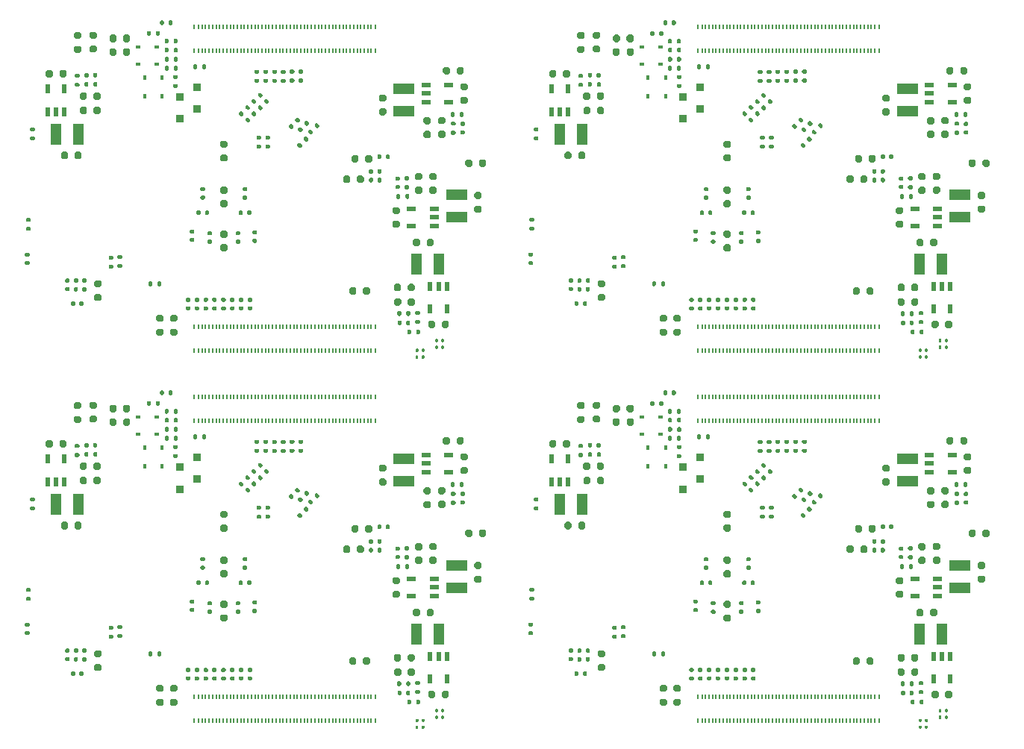
<source format=gbp>
G04 #@! TF.GenerationSoftware,KiCad,Pcbnew,5.1.9+dfsg1-1+deb11u1*
G04 #@! TF.CreationDate,2022-10-19T12:30:35+02:00*
G04 #@! TF.ProjectId,ulx4m-panel,756c7834-6d2d-4706-916e-656c2e6b6963,v0.0.3*
G04 #@! TF.SameCoordinates,Original*
G04 #@! TF.FileFunction,Paste,Bot*
G04 #@! TF.FilePolarity,Positive*
%FSLAX46Y46*%
G04 Gerber Fmt 4.6, Leading zero omitted, Abs format (unit mm)*
G04 Created by KiCad (PCBNEW 5.1.9+dfsg1-1+deb11u1) date 2022-10-19 12:30:35*
%MOMM*%
%LPD*%
G01*
G04 APERTURE LIST*
%ADD10R,1.100000X0.600000*%
%ADD11R,2.400000X1.200000*%
%ADD12R,0.900000X0.900000*%
%ADD13R,0.350000X0.500000*%
%ADD14R,0.500000X0.350000*%
%ADD15R,0.130000X0.560000*%
%ADD16R,0.250000X0.560000*%
%ADD17R,0.600000X1.100000*%
%ADD18R,1.200000X2.400000*%
G04 APERTURE END LIST*
G04 #@! TO.C,C94*
G36*
G01*
X102984002Y-85994516D02*
X102984002Y-86195516D01*
G75*
G02*
X102904502Y-86275016I-79500J0D01*
G01*
X102745502Y-86275016D01*
G75*
G02*
X102666002Y-86195516I0J79500D01*
G01*
X102666002Y-85994516D01*
G75*
G02*
X102745502Y-85915016I79500J0D01*
G01*
X102904502Y-85915016D01*
G75*
G02*
X102984002Y-85994516I0J-79500D01*
G01*
G37*
G36*
G01*
X102294002Y-85994516D02*
X102294002Y-86195516D01*
G75*
G02*
X102214502Y-86275016I-79500J0D01*
G01*
X102055502Y-86275016D01*
G75*
G02*
X101976002Y-86195516I0J79500D01*
G01*
X101976002Y-85994516D01*
G75*
G02*
X102055502Y-85915016I79500J0D01*
G01*
X102214502Y-85915016D01*
G75*
G02*
X102294002Y-85994516I0J-79500D01*
G01*
G37*
G04 #@! TD*
G04 #@! TO.C,C93*
G36*
G01*
X102304002Y-85234516D02*
X102304002Y-85435516D01*
G75*
G02*
X102224502Y-85515016I-79500J0D01*
G01*
X102065502Y-85515016D01*
G75*
G02*
X101986002Y-85435516I0J79500D01*
G01*
X101986002Y-85234516D01*
G75*
G02*
X102065502Y-85155016I79500J0D01*
G01*
X102224502Y-85155016D01*
G75*
G02*
X102304002Y-85234516I0J-79500D01*
G01*
G37*
G36*
G01*
X102994002Y-85234516D02*
X102994002Y-85435516D01*
G75*
G02*
X102914502Y-85515016I-79500J0D01*
G01*
X102755502Y-85515016D01*
G75*
G02*
X102676002Y-85435516I0J79500D01*
G01*
X102676002Y-85234516D01*
G75*
G02*
X102755502Y-85155016I79500J0D01*
G01*
X102914502Y-85155016D01*
G75*
G02*
X102994002Y-85234516I0J-79500D01*
G01*
G37*
G04 #@! TD*
G04 #@! TO.C,C92*
G36*
G01*
X105224002Y-84884516D02*
X105224002Y-85085516D01*
G75*
G02*
X105144502Y-85165016I-79500J0D01*
G01*
X104985502Y-85165016D01*
G75*
G02*
X104906002Y-85085516I0J79500D01*
G01*
X104906002Y-84884516D01*
G75*
G02*
X104985502Y-84805016I79500J0D01*
G01*
X105144502Y-84805016D01*
G75*
G02*
X105224002Y-84884516I0J-79500D01*
G01*
G37*
G36*
G01*
X104534002Y-84884516D02*
X104534002Y-85085516D01*
G75*
G02*
X104454502Y-85165016I-79500J0D01*
G01*
X104295502Y-85165016D01*
G75*
G02*
X104216002Y-85085516I0J79500D01*
G01*
X104216002Y-84884516D01*
G75*
G02*
X104295502Y-84805016I79500J0D01*
G01*
X104454502Y-84805016D01*
G75*
G02*
X104534002Y-84884516I0J-79500D01*
G01*
G37*
G04 #@! TD*
G04 #@! TO.C,C91*
G36*
G01*
X104534002Y-84124516D02*
X104534002Y-84325516D01*
G75*
G02*
X104454502Y-84405016I-79500J0D01*
G01*
X104295502Y-84405016D01*
G75*
G02*
X104216002Y-84325516I0J79500D01*
G01*
X104216002Y-84124516D01*
G75*
G02*
X104295502Y-84045016I79500J0D01*
G01*
X104454502Y-84045016D01*
G75*
G02*
X104534002Y-84124516I0J-79500D01*
G01*
G37*
G36*
G01*
X105224002Y-84124516D02*
X105224002Y-84325516D01*
G75*
G02*
X105144502Y-84405016I-79500J0D01*
G01*
X104985502Y-84405016D01*
G75*
G02*
X104906002Y-84325516I0J79500D01*
G01*
X104906002Y-84124516D01*
G75*
G02*
X104985502Y-84045016I79500J0D01*
G01*
X105144502Y-84045016D01*
G75*
G02*
X105224002Y-84124516I0J-79500D01*
G01*
G37*
G04 #@! TD*
G04 #@! TO.C,R53*
G36*
G01*
X57890002Y-71325016D02*
X58210002Y-71325016D01*
G75*
G02*
X58320002Y-71435016I0J-110000D01*
G01*
X58320002Y-71655016D01*
G75*
G02*
X58210002Y-71765016I-110000J0D01*
G01*
X57890002Y-71765016D01*
G75*
G02*
X57780002Y-71655016I0J110000D01*
G01*
X57780002Y-71435016D01*
G75*
G02*
X57890002Y-71325016I110000J0D01*
G01*
G37*
G36*
G01*
X57890002Y-70305016D02*
X58210002Y-70305016D01*
G75*
G02*
X58320002Y-70415016I0J-110000D01*
G01*
X58320002Y-70635016D01*
G75*
G02*
X58210002Y-70745016I-110000J0D01*
G01*
X57890002Y-70745016D01*
G75*
G02*
X57780002Y-70635016I0J110000D01*
G01*
X57780002Y-70415016D01*
G75*
G02*
X57890002Y-70305016I110000J0D01*
G01*
G37*
G04 #@! TD*
G04 #@! TO.C,FB1*
G36*
G01*
X66181252Y-78155016D02*
X65718752Y-78155016D01*
G75*
G02*
X65525002Y-77961266I0J193750D01*
G01*
X65525002Y-77573766D01*
G75*
G02*
X65718752Y-77380016I193750J0D01*
G01*
X66181252Y-77380016D01*
G75*
G02*
X66375002Y-77573766I0J-193750D01*
G01*
X66375002Y-77961266D01*
G75*
G02*
X66181252Y-78155016I-193750J0D01*
G01*
G37*
G36*
G01*
X66181252Y-79730016D02*
X65718752Y-79730016D01*
G75*
G02*
X65525002Y-79536266I0J193750D01*
G01*
X65525002Y-79148766D01*
G75*
G02*
X65718752Y-78955016I193750J0D01*
G01*
X66181252Y-78955016D01*
G75*
G02*
X66375002Y-79148766I0J-193750D01*
G01*
X66375002Y-79536266D01*
G75*
G02*
X66181252Y-79730016I-193750J0D01*
G01*
G37*
G04 #@! TD*
G04 #@! TO.C,C90*
G36*
G01*
X63240002Y-77560016D02*
X63240002Y-77270016D01*
G75*
G02*
X63355002Y-77155016I115000J0D01*
G01*
X63585002Y-77155016D01*
G75*
G02*
X63700002Y-77270016I0J-115000D01*
G01*
X63700002Y-77560016D01*
G75*
G02*
X63585002Y-77675016I-115000J0D01*
G01*
X63355002Y-77675016D01*
G75*
G02*
X63240002Y-77560016I0J115000D01*
G01*
G37*
G36*
G01*
X64200002Y-77560016D02*
X64200002Y-77270016D01*
G75*
G02*
X64315002Y-77155016I115000J0D01*
G01*
X64545002Y-77155016D01*
G75*
G02*
X64660002Y-77270016I0J-115000D01*
G01*
X64660002Y-77560016D01*
G75*
G02*
X64545002Y-77675016I-115000J0D01*
G01*
X64315002Y-77675016D01*
G75*
G02*
X64200002Y-77560016I0J115000D01*
G01*
G37*
G04 #@! TD*
G04 #@! TO.C,C88*
G36*
G01*
X63230002Y-78550016D02*
X63230002Y-78260016D01*
G75*
G02*
X63345002Y-78145016I115000J0D01*
G01*
X63575002Y-78145016D01*
G75*
G02*
X63690002Y-78260016I0J-115000D01*
G01*
X63690002Y-78550016D01*
G75*
G02*
X63575002Y-78665016I-115000J0D01*
G01*
X63345002Y-78665016D01*
G75*
G02*
X63230002Y-78550016I0J115000D01*
G01*
G37*
G36*
G01*
X64190002Y-78550016D02*
X64190002Y-78260016D01*
G75*
G02*
X64305002Y-78145016I115000J0D01*
G01*
X64535002Y-78145016D01*
G75*
G02*
X64650002Y-78260016I0J-115000D01*
G01*
X64650002Y-78550016D01*
G75*
G02*
X64535002Y-78665016I-115000J0D01*
G01*
X64305002Y-78665016D01*
G75*
G02*
X64190002Y-78550016I0J115000D01*
G01*
G37*
G04 #@! TD*
G04 #@! TO.C,C86*
G36*
G01*
X62355002Y-78145016D02*
X62645002Y-78145016D01*
G75*
G02*
X62760002Y-78260016I0J-115000D01*
G01*
X62760002Y-78490016D01*
G75*
G02*
X62645002Y-78605016I-115000J0D01*
G01*
X62355002Y-78605016D01*
G75*
G02*
X62240002Y-78490016I0J115000D01*
G01*
X62240002Y-78260016D01*
G75*
G02*
X62355002Y-78145016I115000J0D01*
G01*
G37*
G36*
G01*
X62355002Y-77185016D02*
X62645002Y-77185016D01*
G75*
G02*
X62760002Y-77300016I0J-115000D01*
G01*
X62760002Y-77530016D01*
G75*
G02*
X62645002Y-77645016I-115000J0D01*
G01*
X62355002Y-77645016D01*
G75*
G02*
X62240002Y-77530016I0J115000D01*
G01*
X62240002Y-77300016D01*
G75*
G02*
X62355002Y-77185016I115000J0D01*
G01*
G37*
G04 #@! TD*
G04 #@! TO.C,C83*
G36*
G01*
X58085002Y-74695016D02*
X57795002Y-74695016D01*
G75*
G02*
X57680002Y-74580016I0J115000D01*
G01*
X57680002Y-74350016D01*
G75*
G02*
X57795002Y-74235016I115000J0D01*
G01*
X58085002Y-74235016D01*
G75*
G02*
X58200002Y-74350016I0J-115000D01*
G01*
X58200002Y-74580016D01*
G75*
G02*
X58085002Y-74695016I-115000J0D01*
G01*
G37*
G36*
G01*
X58085002Y-75655016D02*
X57795002Y-75655016D01*
G75*
G02*
X57680002Y-75540016I0J115000D01*
G01*
X57680002Y-75310016D01*
G75*
G02*
X57795002Y-75195016I115000J0D01*
G01*
X58085002Y-75195016D01*
G75*
G02*
X58200002Y-75310016I0J-115000D01*
G01*
X58200002Y-75540016D01*
G75*
G02*
X58085002Y-75655016I-115000J0D01*
G01*
G37*
G04 #@! TD*
G04 #@! TO.C,C82*
G36*
G01*
X94575002Y-65690016D02*
X94575002Y-66140016D01*
G75*
G02*
X94375002Y-66340016I-200000J0D01*
G01*
X93975002Y-66340016D01*
G75*
G02*
X93775002Y-66140016I0J200000D01*
G01*
X93775002Y-65690016D01*
G75*
G02*
X93975002Y-65490016I200000J0D01*
G01*
X94375002Y-65490016D01*
G75*
G02*
X94575002Y-65690016I0J-200000D01*
G01*
G37*
G36*
G01*
X96125002Y-65690016D02*
X96125002Y-66140016D01*
G75*
G02*
X95925002Y-66340016I-200000J0D01*
G01*
X95525002Y-66340016D01*
G75*
G02*
X95325002Y-66140016I0J200000D01*
G01*
X95325002Y-65690016D01*
G75*
G02*
X95525002Y-65490016I200000J0D01*
G01*
X95925002Y-65490016D01*
G75*
G02*
X96125002Y-65690016I0J-200000D01*
G01*
G37*
G04 #@! TD*
G04 #@! TO.C,C81*
G36*
G01*
X98120002Y-65870016D02*
X98120002Y-66160016D01*
G75*
G02*
X98005002Y-66275016I-115000J0D01*
G01*
X97775002Y-66275016D01*
G75*
G02*
X97660002Y-66160016I0J115000D01*
G01*
X97660002Y-65870016D01*
G75*
G02*
X97775002Y-65755016I115000J0D01*
G01*
X98005002Y-65755016D01*
G75*
G02*
X98120002Y-65870016I0J-115000D01*
G01*
G37*
G36*
G01*
X97160002Y-65870016D02*
X97160002Y-66160016D01*
G75*
G02*
X97045002Y-66275016I-115000J0D01*
G01*
X96815002Y-66275016D01*
G75*
G02*
X96700002Y-66160016I0J115000D01*
G01*
X96700002Y-65870016D01*
G75*
G02*
X96815002Y-65755016I115000J0D01*
G01*
X97045002Y-65755016D01*
G75*
G02*
X97160002Y-65870016I0J-115000D01*
G01*
G37*
G04 #@! TD*
G04 #@! TO.C,C80*
G36*
G01*
X98110002Y-63220016D02*
X98110002Y-63510016D01*
G75*
G02*
X97995002Y-63625016I-115000J0D01*
G01*
X97765002Y-63625016D01*
G75*
G02*
X97650002Y-63510016I0J115000D01*
G01*
X97650002Y-63220016D01*
G75*
G02*
X97765002Y-63105016I115000J0D01*
G01*
X97995002Y-63105016D01*
G75*
G02*
X98110002Y-63220016I0J-115000D01*
G01*
G37*
G36*
G01*
X99070002Y-63220016D02*
X99070002Y-63510016D01*
G75*
G02*
X98955002Y-63625016I-115000J0D01*
G01*
X98725002Y-63625016D01*
G75*
G02*
X98610002Y-63510016I0J115000D01*
G01*
X98610002Y-63220016D01*
G75*
G02*
X98725002Y-63105016I115000J0D01*
G01*
X98955002Y-63105016D01*
G75*
G02*
X99070002Y-63220016I0J-115000D01*
G01*
G37*
G04 #@! TD*
G04 #@! TO.C,C79*
G36*
G01*
X97160002Y-64870016D02*
X97160002Y-65160016D01*
G75*
G02*
X97045002Y-65275016I-115000J0D01*
G01*
X96815002Y-65275016D01*
G75*
G02*
X96700002Y-65160016I0J115000D01*
G01*
X96700002Y-64870016D01*
G75*
G02*
X96815002Y-64755016I115000J0D01*
G01*
X97045002Y-64755016D01*
G75*
G02*
X97160002Y-64870016I0J-115000D01*
G01*
G37*
G36*
G01*
X98120002Y-64870016D02*
X98120002Y-65160016D01*
G75*
G02*
X98005002Y-65275016I-115000J0D01*
G01*
X97775002Y-65275016D01*
G75*
G02*
X97660002Y-65160016I0J115000D01*
G01*
X97660002Y-64870016D01*
G75*
G02*
X97775002Y-64755016I115000J0D01*
G01*
X98005002Y-64755016D01*
G75*
G02*
X98120002Y-64870016I0J-115000D01*
G01*
G37*
G04 #@! TD*
G04 #@! TO.C,C78*
G36*
G01*
X94725002Y-63810016D02*
X94725002Y-63360016D01*
G75*
G02*
X94925002Y-63160016I200000J0D01*
G01*
X95325002Y-63160016D01*
G75*
G02*
X95525002Y-63360016I0J-200000D01*
G01*
X95525002Y-63810016D01*
G75*
G02*
X95325002Y-64010016I-200000J0D01*
G01*
X94925002Y-64010016D01*
G75*
G02*
X94725002Y-63810016I0J200000D01*
G01*
G37*
G36*
G01*
X96275002Y-63810016D02*
X96275002Y-63360016D01*
G75*
G02*
X96475002Y-63160016I200000J0D01*
G01*
X96875002Y-63160016D01*
G75*
G02*
X97075002Y-63360016I0J-200000D01*
G01*
X97075002Y-63810016D01*
G75*
G02*
X96875002Y-64010016I-200000J0D01*
G01*
X96475002Y-64010016D01*
G75*
G02*
X96275002Y-63810016I0J200000D01*
G01*
G37*
G04 #@! TD*
D10*
G04 #@! TO.C,U8*
X104120002Y-69295016D03*
X104120002Y-70245016D03*
X104120002Y-71195016D03*
X101520002Y-71195016D03*
X101520002Y-69295016D03*
G04 #@! TD*
D11*
G04 #@! TO.C,L4*
X106630002Y-70250017D03*
X106630002Y-67710017D03*
G04 #@! TD*
G04 #@! TO.C,C98*
G36*
G01*
X107635002Y-64310016D02*
X107635002Y-63860016D01*
G75*
G02*
X107835002Y-63660016I200000J0D01*
G01*
X108235002Y-63660016D01*
G75*
G02*
X108435002Y-63860016I0J-200000D01*
G01*
X108435002Y-64310016D01*
G75*
G02*
X108235002Y-64510016I-200000J0D01*
G01*
X107835002Y-64510016D01*
G75*
G02*
X107635002Y-64310016I0J200000D01*
G01*
G37*
G36*
G01*
X109185002Y-64310016D02*
X109185002Y-63860016D01*
G75*
G02*
X109385002Y-63660016I200000J0D01*
G01*
X109785002Y-63660016D01*
G75*
G02*
X109985002Y-63860016I0J-200000D01*
G01*
X109985002Y-64310016D01*
G75*
G02*
X109785002Y-64510016I-200000J0D01*
G01*
X109385002Y-64510016D01*
G75*
G02*
X109185002Y-64310016I0J200000D01*
G01*
G37*
G04 #@! TD*
G04 #@! TO.C,C97*
G36*
G01*
X108847003Y-68904016D02*
X109297003Y-68904016D01*
G75*
G02*
X109497003Y-69104016I0J-200000D01*
G01*
X109497003Y-69504016D01*
G75*
G02*
X109297003Y-69704016I-200000J0D01*
G01*
X108847003Y-69704016D01*
G75*
G02*
X108647003Y-69504016I0J200000D01*
G01*
X108647003Y-69104016D01*
G75*
G02*
X108847003Y-68904016I200000J0D01*
G01*
G37*
G36*
G01*
X108847003Y-67354016D02*
X109297003Y-67354016D01*
G75*
G02*
X109497003Y-67554016I0J-200000D01*
G01*
X109497003Y-67954016D01*
G75*
G02*
X109297003Y-68154016I-200000J0D01*
G01*
X108847003Y-68154016D01*
G75*
G02*
X108647003Y-67954016I0J200000D01*
G01*
X108647003Y-67554016D01*
G75*
G02*
X108847003Y-67354016I200000J0D01*
G01*
G37*
G04 #@! TD*
G04 #@! TO.C,C96*
G36*
G01*
X103740002Y-66760017D02*
X104190002Y-66760017D01*
G75*
G02*
X104390002Y-66960017I0J-200000D01*
G01*
X104390002Y-67360017D01*
G75*
G02*
X104190002Y-67560017I-200000J0D01*
G01*
X103740002Y-67560017D01*
G75*
G02*
X103540002Y-67360017I0J200000D01*
G01*
X103540002Y-66960017D01*
G75*
G02*
X103740002Y-66760017I200000J0D01*
G01*
G37*
G36*
G01*
X103740002Y-65210017D02*
X104190002Y-65210017D01*
G75*
G02*
X104390002Y-65410017I0J-200000D01*
G01*
X104390002Y-65810017D01*
G75*
G02*
X104190002Y-66010017I-200000J0D01*
G01*
X103740002Y-66010017D01*
G75*
G02*
X103540002Y-65810017I0J200000D01*
G01*
X103540002Y-65410017D01*
G75*
G02*
X103740002Y-65210017I200000J0D01*
G01*
G37*
G04 #@! TD*
G04 #@! TO.C,C95*
G36*
G01*
X102105000Y-65220017D02*
X102555000Y-65220017D01*
G75*
G02*
X102755000Y-65420017I0J-200000D01*
G01*
X102755000Y-65820017D01*
G75*
G02*
X102555000Y-66020017I-200000J0D01*
G01*
X102105000Y-66020017D01*
G75*
G02*
X101905000Y-65820017I0J200000D01*
G01*
X101905000Y-65420017D01*
G75*
G02*
X102105000Y-65220017I200000J0D01*
G01*
G37*
G36*
G01*
X102105000Y-66770017D02*
X102555000Y-66770017D01*
G75*
G02*
X102755000Y-66970017I0J-200000D01*
G01*
X102755000Y-67370017D01*
G75*
G02*
X102555000Y-67570017I-200000J0D01*
G01*
X102105000Y-67570017D01*
G75*
G02*
X101905000Y-67370017I0J200000D01*
G01*
X101905000Y-66970017D01*
G75*
G02*
X102105000Y-66770017I200000J0D01*
G01*
G37*
G04 #@! TD*
G04 #@! TO.C,C77*
G36*
G01*
X99810003Y-66570016D02*
X100100003Y-66570016D01*
G75*
G02*
X100215003Y-66685016I0J-115000D01*
G01*
X100215003Y-66915016D01*
G75*
G02*
X100100003Y-67030016I-115000J0D01*
G01*
X99810003Y-67030016D01*
G75*
G02*
X99695003Y-66915016I0J115000D01*
G01*
X99695003Y-66685016D01*
G75*
G02*
X99810003Y-66570016I115000J0D01*
G01*
G37*
G36*
G01*
X99810003Y-65610016D02*
X100100003Y-65610016D01*
G75*
G02*
X100215003Y-65725016I0J-115000D01*
G01*
X100215003Y-65955016D01*
G75*
G02*
X100100003Y-66070016I-115000J0D01*
G01*
X99810003Y-66070016D01*
G75*
G02*
X99695003Y-65955016I0J115000D01*
G01*
X99695003Y-65725016D01*
G75*
G02*
X99810003Y-65610016I115000J0D01*
G01*
G37*
G04 #@! TD*
G04 #@! TO.C,C76*
G36*
G01*
X100015002Y-69870015D02*
X99565002Y-69870015D01*
G75*
G02*
X99365002Y-69670015I0J200000D01*
G01*
X99365002Y-69270015D01*
G75*
G02*
X99565002Y-69070015I200000J0D01*
G01*
X100015002Y-69070015D01*
G75*
G02*
X100215002Y-69270015I0J-200000D01*
G01*
X100215002Y-69670015D01*
G75*
G02*
X100015002Y-69870015I-200000J0D01*
G01*
G37*
G36*
G01*
X100015002Y-71420015D02*
X99565002Y-71420015D01*
G75*
G02*
X99365002Y-71220015I0J200000D01*
G01*
X99365002Y-70820015D01*
G75*
G02*
X99565002Y-70620015I200000J0D01*
G01*
X100015002Y-70620015D01*
G75*
G02*
X100215002Y-70820015I0J-200000D01*
G01*
X100215002Y-71220015D01*
G75*
G02*
X100015002Y-71420015I-200000J0D01*
G01*
G37*
G04 #@! TD*
G04 #@! TO.C,R48*
G36*
G01*
X85070002Y-61995016D02*
X85390002Y-61995016D01*
G75*
G02*
X85500002Y-62105016I0J-110000D01*
G01*
X85500002Y-62325016D01*
G75*
G02*
X85390002Y-62435016I-110000J0D01*
G01*
X85070002Y-62435016D01*
G75*
G02*
X84960002Y-62325016I0J110000D01*
G01*
X84960002Y-62105016D01*
G75*
G02*
X85070002Y-61995016I110000J0D01*
G01*
G37*
G36*
G01*
X85070002Y-60975016D02*
X85390002Y-60975016D01*
G75*
G02*
X85500002Y-61085016I0J-110000D01*
G01*
X85500002Y-61305016D01*
G75*
G02*
X85390002Y-61415016I-110000J0D01*
G01*
X85070002Y-61415016D01*
G75*
G02*
X84960002Y-61305016I0J110000D01*
G01*
X84960002Y-61085016D01*
G75*
G02*
X85070002Y-60975016I110000J0D01*
G01*
G37*
G04 #@! TD*
G04 #@! TO.C,R52*
G36*
G01*
X84060002Y-60975016D02*
X84380002Y-60975016D01*
G75*
G02*
X84490002Y-61085016I0J-110000D01*
G01*
X84490002Y-61305016D01*
G75*
G02*
X84380002Y-61415016I-110000J0D01*
G01*
X84060002Y-61415016D01*
G75*
G02*
X83950002Y-61305016I0J110000D01*
G01*
X83950002Y-61085016D01*
G75*
G02*
X84060002Y-60975016I110000J0D01*
G01*
G37*
G36*
G01*
X84060002Y-61995016D02*
X84380002Y-61995016D01*
G75*
G02*
X84490002Y-62105016I0J-110000D01*
G01*
X84490002Y-62325016D01*
G75*
G02*
X84380002Y-62435016I-110000J0D01*
G01*
X84060002Y-62435016D01*
G75*
G02*
X83950002Y-62325016I0J110000D01*
G01*
X83950002Y-62105016D01*
G75*
G02*
X84060002Y-61995016I110000J0D01*
G01*
G37*
G04 #@! TD*
G04 #@! TO.C,R38*
G36*
G01*
X85048199Y-57363093D02*
X84821925Y-57136819D01*
G75*
G02*
X84821925Y-56981255I77782J77782D01*
G01*
X84977489Y-56825691D01*
G75*
G02*
X85133053Y-56825691I77782J-77782D01*
G01*
X85359327Y-57051965D01*
G75*
G02*
X85359327Y-57207529I-77782J-77782D01*
G01*
X85203763Y-57363093D01*
G75*
G02*
X85048199Y-57363093I-77782J77782D01*
G01*
G37*
G36*
G01*
X84326951Y-58084341D02*
X84100677Y-57858067D01*
G75*
G02*
X84100677Y-57702503I77782J77782D01*
G01*
X84256241Y-57546939D01*
G75*
G02*
X84411805Y-57546939I77782J-77782D01*
G01*
X84638079Y-57773213D01*
G75*
G02*
X84638079Y-57928777I-77782J-77782D01*
G01*
X84482515Y-58084341D01*
G75*
G02*
X84326951Y-58084341I-77782J77782D01*
G01*
G37*
G04 #@! TD*
G04 #@! TO.C,R36*
G36*
G01*
X83608199Y-58743093D02*
X83381925Y-58516819D01*
G75*
G02*
X83381925Y-58361255I77782J77782D01*
G01*
X83537489Y-58205691D01*
G75*
G02*
X83693053Y-58205691I77782J-77782D01*
G01*
X83919327Y-58431965D01*
G75*
G02*
X83919327Y-58587529I-77782J-77782D01*
G01*
X83763763Y-58743093D01*
G75*
G02*
X83608199Y-58743093I-77782J77782D01*
G01*
G37*
G36*
G01*
X82886951Y-59464341D02*
X82660677Y-59238067D01*
G75*
G02*
X82660677Y-59082503I77782J77782D01*
G01*
X82816241Y-58926939D01*
G75*
G02*
X82971805Y-58926939I77782J-77782D01*
G01*
X83198079Y-59153213D01*
G75*
G02*
X83198079Y-59308777I-77782J-77782D01*
G01*
X83042515Y-59464341D01*
G75*
G02*
X82886951Y-59464341I-77782J77782D01*
G01*
G37*
G04 #@! TD*
G04 #@! TO.C,R35*
G36*
G01*
X88886951Y-60564341D02*
X88660677Y-60338067D01*
G75*
G02*
X88660677Y-60182503I77782J77782D01*
G01*
X88816241Y-60026939D01*
G75*
G02*
X88971805Y-60026939I77782J-77782D01*
G01*
X89198079Y-60253213D01*
G75*
G02*
X89198079Y-60408777I-77782J-77782D01*
G01*
X89042515Y-60564341D01*
G75*
G02*
X88886951Y-60564341I-77782J77782D01*
G01*
G37*
G36*
G01*
X89608199Y-59843093D02*
X89381925Y-59616819D01*
G75*
G02*
X89381925Y-59461255I77782J77782D01*
G01*
X89537489Y-59305691D01*
G75*
G02*
X89693053Y-59305691I77782J-77782D01*
G01*
X89919327Y-59531965D01*
G75*
G02*
X89919327Y-59687529I-77782J-77782D01*
G01*
X89763763Y-59843093D01*
G75*
G02*
X89608199Y-59843093I-77782J77782D01*
G01*
G37*
G04 #@! TD*
G04 #@! TO.C,R34*
G36*
G01*
X89528199Y-61623093D02*
X89301925Y-61396819D01*
G75*
G02*
X89301925Y-61241255I77782J77782D01*
G01*
X89457489Y-61085691D01*
G75*
G02*
X89613053Y-61085691I77782J-77782D01*
G01*
X89839327Y-61311965D01*
G75*
G02*
X89839327Y-61467529I-77782J-77782D01*
G01*
X89683763Y-61623093D01*
G75*
G02*
X89528199Y-61623093I-77782J77782D01*
G01*
G37*
G36*
G01*
X88806951Y-62344341D02*
X88580677Y-62118067D01*
G75*
G02*
X88580677Y-61962503I77782J77782D01*
G01*
X88736241Y-61806939D01*
G75*
G02*
X88891805Y-61806939I77782J-77782D01*
G01*
X89118079Y-62033213D01*
G75*
G02*
X89118079Y-62188777I-77782J-77782D01*
G01*
X88962515Y-62344341D01*
G75*
G02*
X88806951Y-62344341I-77782J77782D01*
G01*
G37*
G04 #@! TD*
G04 #@! TO.C,R26*
G36*
G01*
X84413053Y-56115691D02*
X84639327Y-56341965D01*
G75*
G02*
X84639327Y-56497529I-77782J-77782D01*
G01*
X84483763Y-56653093D01*
G75*
G02*
X84328199Y-56653093I-77782J77782D01*
G01*
X84101925Y-56426819D01*
G75*
G02*
X84101925Y-56271255I77782J77782D01*
G01*
X84257489Y-56115691D01*
G75*
G02*
X84413053Y-56115691I77782J-77782D01*
G01*
G37*
G36*
G01*
X83691805Y-56836939D02*
X83918079Y-57063213D01*
G75*
G02*
X83918079Y-57218777I-77782J-77782D01*
G01*
X83762515Y-57374341D01*
G75*
G02*
X83606951Y-57374341I-77782J77782D01*
G01*
X83380677Y-57148067D01*
G75*
G02*
X83380677Y-56992503I77782J77782D01*
G01*
X83536241Y-56836939D01*
G75*
G02*
X83691805Y-56836939I77782J-77782D01*
G01*
G37*
G04 #@! TD*
G04 #@! TO.C,R24*
G36*
G01*
X82982429Y-57506315D02*
X83208703Y-57732589D01*
G75*
G02*
X83208703Y-57888153I-77782J-77782D01*
G01*
X83053139Y-58043717D01*
G75*
G02*
X82897575Y-58043717I-77782J77782D01*
G01*
X82671301Y-57817443D01*
G75*
G02*
X82671301Y-57661879I77782J77782D01*
G01*
X82826865Y-57506315D01*
G75*
G02*
X82982429Y-57506315I77782J-77782D01*
G01*
G37*
G36*
G01*
X82261181Y-58227563D02*
X82487455Y-58453837D01*
G75*
G02*
X82487455Y-58609401I-77782J-77782D01*
G01*
X82331891Y-58764965D01*
G75*
G02*
X82176327Y-58764965I-77782J77782D01*
G01*
X81950053Y-58538691D01*
G75*
G02*
X81950053Y-58383127I77782J77782D01*
G01*
X82105617Y-58227563D01*
G75*
G02*
X82261181Y-58227563I77782J-77782D01*
G01*
G37*
G04 #@! TD*
G04 #@! TO.C,R23*
G36*
G01*
X87921805Y-59656939D02*
X88148079Y-59883213D01*
G75*
G02*
X88148079Y-60038777I-77782J-77782D01*
G01*
X87992515Y-60194341D01*
G75*
G02*
X87836951Y-60194341I-77782J77782D01*
G01*
X87610677Y-59968067D01*
G75*
G02*
X87610677Y-59812503I77782J77782D01*
G01*
X87766241Y-59656939D01*
G75*
G02*
X87921805Y-59656939I77782J-77782D01*
G01*
G37*
G36*
G01*
X88643053Y-58935691D02*
X88869327Y-59161965D01*
G75*
G02*
X88869327Y-59317529I-77782J-77782D01*
G01*
X88713763Y-59473093D01*
G75*
G02*
X88558199Y-59473093I-77782J77782D01*
G01*
X88331925Y-59246819D01*
G75*
G02*
X88331925Y-59091255I77782J77782D01*
G01*
X88487489Y-58935691D01*
G75*
G02*
X88643053Y-58935691I77782J-77782D01*
G01*
G37*
G04 #@! TD*
G04 #@! TO.C,R22*
G36*
G01*
X90131805Y-60296939D02*
X90358079Y-60523213D01*
G75*
G02*
X90358079Y-60678777I-77782J-77782D01*
G01*
X90202515Y-60834341D01*
G75*
G02*
X90046951Y-60834341I-77782J77782D01*
G01*
X89820677Y-60608067D01*
G75*
G02*
X89820677Y-60452503I77782J77782D01*
G01*
X89976241Y-60296939D01*
G75*
G02*
X90131805Y-60296939I77782J-77782D01*
G01*
G37*
G36*
G01*
X90853053Y-59575691D02*
X91079327Y-59801965D01*
G75*
G02*
X91079327Y-59957529I-77782J-77782D01*
G01*
X90923763Y-60113093D01*
G75*
G02*
X90768199Y-60113093I-77782J77782D01*
G01*
X90541925Y-59886819D01*
G75*
G02*
X90541925Y-59731255I77782J77782D01*
G01*
X90697489Y-59575691D01*
G75*
G02*
X90853053Y-59575691I77782J-77782D01*
G01*
G37*
G04 #@! TD*
G04 #@! TO.C,R19*
G36*
G01*
X77810002Y-53315016D02*
X77810002Y-52995016D01*
G75*
G02*
X77920002Y-52885016I110000J0D01*
G01*
X78140002Y-52885016D01*
G75*
G02*
X78250002Y-52995016I0J-110000D01*
G01*
X78250002Y-53315016D01*
G75*
G02*
X78140002Y-53425016I-110000J0D01*
G01*
X77920002Y-53425016D01*
G75*
G02*
X77810002Y-53315016I0J110000D01*
G01*
G37*
G36*
G01*
X76790002Y-53315016D02*
X76790002Y-52995016D01*
G75*
G02*
X76900002Y-52885016I110000J0D01*
G01*
X77120002Y-52885016D01*
G75*
G02*
X77230002Y-52995016I0J-110000D01*
G01*
X77230002Y-53315016D01*
G75*
G02*
X77120002Y-53425016I-110000J0D01*
G01*
X76900002Y-53425016D01*
G75*
G02*
X76790002Y-53315016I0J110000D01*
G01*
G37*
G04 #@! TD*
D12*
G04 #@! TO.C,D9*
X75220002Y-56575016D03*
X75220002Y-59075016D03*
G04 #@! TD*
G04 #@! TO.C,D8*
X77180002Y-57955016D03*
X77180002Y-55455016D03*
G04 #@! TD*
G04 #@! TO.C,C74*
G36*
G01*
X81055002Y-79375016D02*
X81345002Y-79375016D01*
G75*
G02*
X81460002Y-79490016I0J-115000D01*
G01*
X81460002Y-79720016D01*
G75*
G02*
X81345002Y-79835016I-115000J0D01*
G01*
X81055002Y-79835016D01*
G75*
G02*
X80940002Y-79720016I0J115000D01*
G01*
X80940002Y-79490016D01*
G75*
G02*
X81055002Y-79375016I115000J0D01*
G01*
G37*
G36*
G01*
X81055002Y-80335016D02*
X81345002Y-80335016D01*
G75*
G02*
X81460002Y-80450016I0J-115000D01*
G01*
X81460002Y-80680016D01*
G75*
G02*
X81345002Y-80795016I-115000J0D01*
G01*
X81055002Y-80795016D01*
G75*
G02*
X80940002Y-80680016I0J115000D01*
G01*
X80940002Y-80450016D01*
G75*
G02*
X81055002Y-80335016I115000J0D01*
G01*
G37*
G04 #@! TD*
G04 #@! TO.C,C73*
G36*
G01*
X78035002Y-79375016D02*
X78325002Y-79375016D01*
G75*
G02*
X78440002Y-79490016I0J-115000D01*
G01*
X78440002Y-79720016D01*
G75*
G02*
X78325002Y-79835016I-115000J0D01*
G01*
X78035002Y-79835016D01*
G75*
G02*
X77920002Y-79720016I0J115000D01*
G01*
X77920002Y-79490016D01*
G75*
G02*
X78035002Y-79375016I115000J0D01*
G01*
G37*
G36*
G01*
X78035002Y-80335016D02*
X78325002Y-80335016D01*
G75*
G02*
X78440002Y-80450016I0J-115000D01*
G01*
X78440002Y-80680016D01*
G75*
G02*
X78325002Y-80795016I-115000J0D01*
G01*
X78035002Y-80795016D01*
G75*
G02*
X77920002Y-80680016I0J115000D01*
G01*
X77920002Y-80450016D01*
G75*
G02*
X78035002Y-80335016I115000J0D01*
G01*
G37*
G04 #@! TD*
G04 #@! TO.C,C70*
G36*
G01*
X82055002Y-80335016D02*
X82345002Y-80335016D01*
G75*
G02*
X82460002Y-80450016I0J-115000D01*
G01*
X82460002Y-80680016D01*
G75*
G02*
X82345002Y-80795016I-115000J0D01*
G01*
X82055002Y-80795016D01*
G75*
G02*
X81940002Y-80680016I0J115000D01*
G01*
X81940002Y-80450016D01*
G75*
G02*
X82055002Y-80335016I115000J0D01*
G01*
G37*
G36*
G01*
X82055002Y-79375016D02*
X82345002Y-79375016D01*
G75*
G02*
X82460002Y-79490016I0J-115000D01*
G01*
X82460002Y-79720016D01*
G75*
G02*
X82345002Y-79835016I-115000J0D01*
G01*
X82055002Y-79835016D01*
G75*
G02*
X81940002Y-79720016I0J115000D01*
G01*
X81940002Y-79490016D01*
G75*
G02*
X82055002Y-79375016I115000J0D01*
G01*
G37*
G04 #@! TD*
G04 #@! TO.C,C68*
G36*
G01*
X77035002Y-80335016D02*
X77325002Y-80335016D01*
G75*
G02*
X77440002Y-80450016I0J-115000D01*
G01*
X77440002Y-80680016D01*
G75*
G02*
X77325002Y-80795016I-115000J0D01*
G01*
X77035002Y-80795016D01*
G75*
G02*
X76920002Y-80680016I0J115000D01*
G01*
X76920002Y-80450016D01*
G75*
G02*
X77035002Y-80335016I115000J0D01*
G01*
G37*
G36*
G01*
X77035002Y-79375016D02*
X77325002Y-79375016D01*
G75*
G02*
X77440002Y-79490016I0J-115000D01*
G01*
X77440002Y-79720016D01*
G75*
G02*
X77325002Y-79835016I-115000J0D01*
G01*
X77035002Y-79835016D01*
G75*
G02*
X76920002Y-79720016I0J115000D01*
G01*
X76920002Y-79490016D01*
G75*
G02*
X77035002Y-79375016I115000J0D01*
G01*
G37*
G04 #@! TD*
G04 #@! TO.C,C64*
G36*
G01*
X83345002Y-79835016D02*
X83055002Y-79835016D01*
G75*
G02*
X82940002Y-79720016I0J115000D01*
G01*
X82940002Y-79490016D01*
G75*
G02*
X83055002Y-79375016I115000J0D01*
G01*
X83345002Y-79375016D01*
G75*
G02*
X83460002Y-79490016I0J-115000D01*
G01*
X83460002Y-79720016D01*
G75*
G02*
X83345002Y-79835016I-115000J0D01*
G01*
G37*
G36*
G01*
X83345002Y-80795016D02*
X83055002Y-80795016D01*
G75*
G02*
X82940002Y-80680016I0J115000D01*
G01*
X82940002Y-80450016D01*
G75*
G02*
X83055002Y-80335016I115000J0D01*
G01*
X83345002Y-80335016D01*
G75*
G02*
X83460002Y-80450016I0J-115000D01*
G01*
X83460002Y-80680016D01*
G75*
G02*
X83345002Y-80795016I-115000J0D01*
G01*
G37*
G04 #@! TD*
G04 #@! TO.C,C62*
G36*
G01*
X76325002Y-79835016D02*
X76035002Y-79835016D01*
G75*
G02*
X75920002Y-79720016I0J115000D01*
G01*
X75920002Y-79490016D01*
G75*
G02*
X76035002Y-79375016I115000J0D01*
G01*
X76325002Y-79375016D01*
G75*
G02*
X76440002Y-79490016I0J-115000D01*
G01*
X76440002Y-79720016D01*
G75*
G02*
X76325002Y-79835016I-115000J0D01*
G01*
G37*
G36*
G01*
X76325002Y-80795016D02*
X76035002Y-80795016D01*
G75*
G02*
X75920002Y-80680016I0J115000D01*
G01*
X75920002Y-80450016D01*
G75*
G02*
X76035002Y-80335016I115000J0D01*
G01*
X76325002Y-80335016D01*
G75*
G02*
X76440002Y-80450016I0J-115000D01*
G01*
X76440002Y-80680016D01*
G75*
G02*
X76325002Y-80795016I-115000J0D01*
G01*
G37*
G04 #@! TD*
G04 #@! TO.C,C57*
G36*
G01*
X80345002Y-80795016D02*
X80055002Y-80795016D01*
G75*
G02*
X79940002Y-80680016I0J115000D01*
G01*
X79940002Y-80450016D01*
G75*
G02*
X80055002Y-80335016I115000J0D01*
G01*
X80345002Y-80335016D01*
G75*
G02*
X80460002Y-80450016I0J-115000D01*
G01*
X80460002Y-80680016D01*
G75*
G02*
X80345002Y-80795016I-115000J0D01*
G01*
G37*
G36*
G01*
X80345002Y-79835016D02*
X80055002Y-79835016D01*
G75*
G02*
X79940002Y-79720016I0J115000D01*
G01*
X79940002Y-79490016D01*
G75*
G02*
X80055002Y-79375016I115000J0D01*
G01*
X80345002Y-79375016D01*
G75*
G02*
X80460002Y-79490016I0J-115000D01*
G01*
X80460002Y-79720016D01*
G75*
G02*
X80345002Y-79835016I-115000J0D01*
G01*
G37*
G04 #@! TD*
G04 #@! TO.C,C56*
G36*
G01*
X79325002Y-79835016D02*
X79035002Y-79835016D01*
G75*
G02*
X78920002Y-79720016I0J115000D01*
G01*
X78920002Y-79490016D01*
G75*
G02*
X79035002Y-79375016I115000J0D01*
G01*
X79325002Y-79375016D01*
G75*
G02*
X79440002Y-79490016I0J-115000D01*
G01*
X79440002Y-79720016D01*
G75*
G02*
X79325002Y-79835016I-115000J0D01*
G01*
G37*
G36*
G01*
X79325002Y-80795016D02*
X79035002Y-80795016D01*
G75*
G02*
X78920002Y-80680016I0J115000D01*
G01*
X78920002Y-80450016D01*
G75*
G02*
X79035002Y-80335016I115000J0D01*
G01*
X79325002Y-80335016D01*
G75*
G02*
X79440002Y-80450016I0J-115000D01*
G01*
X79440002Y-80680016D01*
G75*
G02*
X79325002Y-80795016I-115000J0D01*
G01*
G37*
G04 #@! TD*
G04 #@! TO.C,R17*
G36*
G01*
X84140295Y-54956387D02*
X83820295Y-54956387D01*
G75*
G02*
X83710295Y-54846387I0J110000D01*
G01*
X83710295Y-54626387D01*
G75*
G02*
X83820295Y-54516387I110000J0D01*
G01*
X84140295Y-54516387D01*
G75*
G02*
X84250295Y-54626387I0J-110000D01*
G01*
X84250295Y-54846387D01*
G75*
G02*
X84140295Y-54956387I-110000J0D01*
G01*
G37*
G36*
G01*
X84140295Y-53936387D02*
X83820295Y-53936387D01*
G75*
G02*
X83710295Y-53826387I0J110000D01*
G01*
X83710295Y-53606387D01*
G75*
G02*
X83820295Y-53496387I110000J0D01*
G01*
X84140295Y-53496387D01*
G75*
G02*
X84250295Y-53606387I0J-110000D01*
G01*
X84250295Y-53826387D01*
G75*
G02*
X84140295Y-53936387I-110000J0D01*
G01*
G37*
G04 #@! TD*
G04 #@! TO.C,R16*
G36*
G01*
X87140002Y-53935016D02*
X86820002Y-53935016D01*
G75*
G02*
X86710002Y-53825016I0J110000D01*
G01*
X86710002Y-53605016D01*
G75*
G02*
X86820002Y-53495016I110000J0D01*
G01*
X87140002Y-53495016D01*
G75*
G02*
X87250002Y-53605016I0J-110000D01*
G01*
X87250002Y-53825016D01*
G75*
G02*
X87140002Y-53935016I-110000J0D01*
G01*
G37*
G36*
G01*
X87140002Y-54955016D02*
X86820002Y-54955016D01*
G75*
G02*
X86710002Y-54845016I0J110000D01*
G01*
X86710002Y-54625016D01*
G75*
G02*
X86820002Y-54515016I110000J0D01*
G01*
X87140002Y-54515016D01*
G75*
G02*
X87250002Y-54625016I0J-110000D01*
G01*
X87250002Y-54845016D01*
G75*
G02*
X87140002Y-54955016I-110000J0D01*
G01*
G37*
G04 #@! TD*
G04 #@! TO.C,R13*
G36*
G01*
X85140002Y-54956386D02*
X84820002Y-54956386D01*
G75*
G02*
X84710002Y-54846386I0J110000D01*
G01*
X84710002Y-54626386D01*
G75*
G02*
X84820002Y-54516386I110000J0D01*
G01*
X85140002Y-54516386D01*
G75*
G02*
X85250002Y-54626386I0J-110000D01*
G01*
X85250002Y-54846386D01*
G75*
G02*
X85140002Y-54956386I-110000J0D01*
G01*
G37*
G36*
G01*
X85140002Y-53936386D02*
X84820002Y-53936386D01*
G75*
G02*
X84710002Y-53826386I0J110000D01*
G01*
X84710002Y-53606386D01*
G75*
G02*
X84820002Y-53496386I110000J0D01*
G01*
X85140002Y-53496386D01*
G75*
G02*
X85250002Y-53606386I0J-110000D01*
G01*
X85250002Y-53826386D01*
G75*
G02*
X85140002Y-53936386I-110000J0D01*
G01*
G37*
G04 #@! TD*
G04 #@! TO.C,R10*
G36*
G01*
X86140002Y-53935016D02*
X85820002Y-53935016D01*
G75*
G02*
X85710002Y-53825016I0J110000D01*
G01*
X85710002Y-53605016D01*
G75*
G02*
X85820002Y-53495016I110000J0D01*
G01*
X86140002Y-53495016D01*
G75*
G02*
X86250002Y-53605016I0J-110000D01*
G01*
X86250002Y-53825016D01*
G75*
G02*
X86140002Y-53935016I-110000J0D01*
G01*
G37*
G36*
G01*
X86140002Y-54955016D02*
X85820002Y-54955016D01*
G75*
G02*
X85710002Y-54845016I0J110000D01*
G01*
X85710002Y-54625016D01*
G75*
G02*
X85820002Y-54515016I110000J0D01*
G01*
X86140002Y-54515016D01*
G75*
G02*
X86250002Y-54625016I0J-110000D01*
G01*
X86250002Y-54845016D01*
G75*
G02*
X86140002Y-54955016I-110000J0D01*
G01*
G37*
G04 #@! TD*
G04 #@! TO.C,R9*
G36*
G01*
X89140002Y-53925016D02*
X88820002Y-53925016D01*
G75*
G02*
X88710002Y-53815016I0J110000D01*
G01*
X88710002Y-53595016D01*
G75*
G02*
X88820002Y-53485016I110000J0D01*
G01*
X89140002Y-53485016D01*
G75*
G02*
X89250002Y-53595016I0J-110000D01*
G01*
X89250002Y-53815016D01*
G75*
G02*
X89140002Y-53925016I-110000J0D01*
G01*
G37*
G36*
G01*
X89140002Y-54945016D02*
X88820002Y-54945016D01*
G75*
G02*
X88710002Y-54835016I0J110000D01*
G01*
X88710002Y-54615016D01*
G75*
G02*
X88820002Y-54505016I110000J0D01*
G01*
X89140002Y-54505016D01*
G75*
G02*
X89250002Y-54615016I0J-110000D01*
G01*
X89250002Y-54835016D01*
G75*
G02*
X89140002Y-54945016I-110000J0D01*
G01*
G37*
G04 #@! TD*
G04 #@! TO.C,R8*
G36*
G01*
X88140002Y-53925016D02*
X87820002Y-53925016D01*
G75*
G02*
X87710002Y-53815016I0J110000D01*
G01*
X87710002Y-53595016D01*
G75*
G02*
X87820002Y-53485016I110000J0D01*
G01*
X88140002Y-53485016D01*
G75*
G02*
X88250002Y-53595016I0J-110000D01*
G01*
X88250002Y-53815016D01*
G75*
G02*
X88140002Y-53925016I-110000J0D01*
G01*
G37*
G36*
G01*
X88140002Y-54945016D02*
X87820002Y-54945016D01*
G75*
G02*
X87710002Y-54835016I0J110000D01*
G01*
X87710002Y-54615016D01*
G75*
G02*
X87820002Y-54505016I110000J0D01*
G01*
X88140002Y-54505016D01*
G75*
G02*
X88250002Y-54615016I0J-110000D01*
G01*
X88250002Y-54835016D01*
G75*
G02*
X88140002Y-54945016I-110000J0D01*
G01*
G37*
G04 #@! TD*
G04 #@! TO.C,R7*
G36*
G01*
X74555003Y-53480015D02*
X74555003Y-53160015D01*
G75*
G02*
X74665003Y-53050015I110000J0D01*
G01*
X74885003Y-53050015D01*
G75*
G02*
X74995003Y-53160015I0J-110000D01*
G01*
X74995003Y-53480015D01*
G75*
G02*
X74885003Y-53590015I-110000J0D01*
G01*
X74665003Y-53590015D01*
G75*
G02*
X74555003Y-53480015I0J110000D01*
G01*
G37*
G36*
G01*
X73535003Y-53480015D02*
X73535003Y-53160015D01*
G75*
G02*
X73645003Y-53050015I110000J0D01*
G01*
X73865003Y-53050015D01*
G75*
G02*
X73975003Y-53160015I0J-110000D01*
G01*
X73975003Y-53480015D01*
G75*
G02*
X73865003Y-53590015I-110000J0D01*
G01*
X73645003Y-53590015D01*
G75*
G02*
X73535003Y-53480015I0J110000D01*
G01*
G37*
G04 #@! TD*
G04 #@! TO.C,R6*
G36*
G01*
X74920002Y-55545017D02*
X74600002Y-55545017D01*
G75*
G02*
X74490002Y-55435017I0J110000D01*
G01*
X74490002Y-55215017D01*
G75*
G02*
X74600002Y-55105017I110000J0D01*
G01*
X74920002Y-55105017D01*
G75*
G02*
X75030002Y-55215017I0J-110000D01*
G01*
X75030002Y-55435017D01*
G75*
G02*
X74920002Y-55545017I-110000J0D01*
G01*
G37*
G36*
G01*
X74920002Y-54525017D02*
X74600002Y-54525017D01*
G75*
G02*
X74490002Y-54415017I0J110000D01*
G01*
X74490002Y-54195017D01*
G75*
G02*
X74600002Y-54085017I110000J0D01*
G01*
X74920002Y-54085017D01*
G75*
G02*
X75030002Y-54195017I0J-110000D01*
G01*
X75030002Y-54415017D01*
G75*
G02*
X74920002Y-54525017I-110000J0D01*
G01*
G37*
G04 #@! TD*
G04 #@! TO.C,R5*
G36*
G01*
X73540002Y-52465016D02*
X73540002Y-52145016D01*
G75*
G02*
X73650002Y-52035016I110000J0D01*
G01*
X73870002Y-52035016D01*
G75*
G02*
X73980002Y-52145016I0J-110000D01*
G01*
X73980002Y-52465016D01*
G75*
G02*
X73870002Y-52575016I-110000J0D01*
G01*
X73650002Y-52575016D01*
G75*
G02*
X73540002Y-52465016I0J110000D01*
G01*
G37*
G36*
G01*
X74560002Y-52465016D02*
X74560002Y-52145016D01*
G75*
G02*
X74670002Y-52035016I110000J0D01*
G01*
X74890002Y-52035016D01*
G75*
G02*
X75000002Y-52145016I0J-110000D01*
G01*
X75000002Y-52465016D01*
G75*
G02*
X74890002Y-52575016I-110000J0D01*
G01*
X74670002Y-52575016D01*
G75*
G02*
X74560002Y-52465016I0J110000D01*
G01*
G37*
G04 #@! TD*
G04 #@! TO.C,R4*
G36*
G01*
X71960002Y-49205015D02*
X71960002Y-49525015D01*
G75*
G02*
X71850002Y-49635015I-110000J0D01*
G01*
X71630002Y-49635015D01*
G75*
G02*
X71520002Y-49525015I0J110000D01*
G01*
X71520002Y-49205015D01*
G75*
G02*
X71630002Y-49095015I110000J0D01*
G01*
X71850002Y-49095015D01*
G75*
G02*
X71960002Y-49205015I0J-110000D01*
G01*
G37*
G36*
G01*
X72980002Y-49205015D02*
X72980002Y-49525015D01*
G75*
G02*
X72870002Y-49635015I-110000J0D01*
G01*
X72650002Y-49635015D01*
G75*
G02*
X72540002Y-49525015I0J110000D01*
G01*
X72540002Y-49205015D01*
G75*
G02*
X72650002Y-49095015I110000J0D01*
G01*
X72870002Y-49095015D01*
G75*
G02*
X72980002Y-49205015I0J-110000D01*
G01*
G37*
G04 #@! TD*
G04 #@! TO.C,R2*
G36*
G01*
X74980002Y-50095016D02*
X74980002Y-50415016D01*
G75*
G02*
X74870002Y-50525016I-110000J0D01*
G01*
X74650002Y-50525016D01*
G75*
G02*
X74540002Y-50415016I0J110000D01*
G01*
X74540002Y-50095016D01*
G75*
G02*
X74650002Y-49985016I110000J0D01*
G01*
X74870002Y-49985016D01*
G75*
G02*
X74980002Y-50095016I0J-110000D01*
G01*
G37*
G36*
G01*
X73960002Y-50095016D02*
X73960002Y-50415016D01*
G75*
G02*
X73850002Y-50525016I-110000J0D01*
G01*
X73630002Y-50525016D01*
G75*
G02*
X73520002Y-50415016I0J110000D01*
G01*
X73520002Y-50095016D01*
G75*
G02*
X73630002Y-49985016I110000J0D01*
G01*
X73850002Y-49985016D01*
G75*
G02*
X73960002Y-50095016I0J-110000D01*
G01*
G37*
G04 #@! TD*
G04 #@! TO.C,R1*
G36*
G01*
X73970002Y-51105016D02*
X73970002Y-51425016D01*
G75*
G02*
X73860002Y-51535016I-110000J0D01*
G01*
X73640002Y-51535016D01*
G75*
G02*
X73530002Y-51425016I0J110000D01*
G01*
X73530002Y-51105016D01*
G75*
G02*
X73640002Y-50995016I110000J0D01*
G01*
X73860002Y-50995016D01*
G75*
G02*
X73970002Y-51105016I0J-110000D01*
G01*
G37*
G36*
G01*
X74990002Y-51105016D02*
X74990002Y-51425016D01*
G75*
G02*
X74880002Y-51535016I-110000J0D01*
G01*
X74660002Y-51535016D01*
G75*
G02*
X74550002Y-51425016I0J110000D01*
G01*
X74550002Y-51105016D01*
G75*
G02*
X74660002Y-50995016I110000J0D01*
G01*
X74880002Y-50995016D01*
G75*
G02*
X74990002Y-51105016I0J-110000D01*
G01*
G37*
G04 #@! TD*
D13*
G04 #@! TO.C,D13*
X71260002Y-54395016D03*
X71260002Y-56495016D03*
G04 #@! TD*
G04 #@! TO.C,D12*
X73240002Y-54415016D03*
X73240002Y-56515016D03*
G04 #@! TD*
D14*
G04 #@! TO.C,D11*
X72650004Y-52855016D03*
X70550004Y-52855016D03*
G04 #@! TD*
G04 #@! TO.C,D10*
X72650002Y-50885017D03*
X70550002Y-50885017D03*
G04 #@! TD*
D15*
G04 #@! TO.C,J2*
X96968002Y-48645016D03*
X96968002Y-51355016D03*
X96568002Y-48645016D03*
X96568002Y-51355016D03*
X96168002Y-48645016D03*
X96168002Y-51355016D03*
X95768002Y-48645016D03*
X95768002Y-51355016D03*
X95368002Y-48645016D03*
X95368002Y-51355016D03*
X94968002Y-48645016D03*
X94968002Y-51355016D03*
X94568002Y-48645016D03*
X94568002Y-51355016D03*
X94168002Y-48645016D03*
X94168002Y-51355016D03*
X93768002Y-48645016D03*
X93768002Y-51355016D03*
X93368002Y-48645016D03*
X93368002Y-51355016D03*
X92968002Y-48645016D03*
X92968002Y-51355016D03*
X92568002Y-48645016D03*
X92568002Y-51355016D03*
X92168002Y-48645016D03*
X92168002Y-51355016D03*
X91768002Y-48645016D03*
X91768002Y-51355016D03*
X91368002Y-48645016D03*
X91368002Y-51355016D03*
X90968002Y-48645016D03*
X90968002Y-51355016D03*
X90568002Y-48645016D03*
X90568002Y-51355016D03*
X90168002Y-48645016D03*
X90168002Y-51355016D03*
X89768002Y-48645016D03*
X89768002Y-51355016D03*
X89368002Y-48645016D03*
X89368002Y-51355016D03*
X88968002Y-48645016D03*
X88968002Y-51355016D03*
X88568002Y-48645016D03*
X88568002Y-51355016D03*
X88168002Y-48645016D03*
X88168002Y-51355016D03*
X87768002Y-48645016D03*
X87768002Y-51355016D03*
X87368002Y-48645016D03*
X87368002Y-51355016D03*
X86968002Y-48645016D03*
X86968002Y-51355016D03*
X86568002Y-48645016D03*
X86568002Y-51355016D03*
X86168002Y-48645016D03*
X86168002Y-51355016D03*
X85768002Y-48645016D03*
X85768002Y-51355016D03*
X85368002Y-48645016D03*
X85368002Y-51355016D03*
X84968002Y-48645016D03*
X84968002Y-51355016D03*
X84568002Y-48645016D03*
X84568002Y-51355016D03*
X84168002Y-48645016D03*
X84168002Y-51355016D03*
X83768002Y-48645016D03*
X83768002Y-51355016D03*
X83368002Y-48645016D03*
X83368002Y-51355016D03*
X82968002Y-48645016D03*
X82968002Y-51355016D03*
X82568002Y-48645016D03*
X82568002Y-51355016D03*
X82168002Y-48645016D03*
X82168002Y-51355016D03*
X81768002Y-48645016D03*
X81768002Y-51355016D03*
X81368002Y-48645016D03*
X81368002Y-51355016D03*
D16*
X97443002Y-51355016D03*
X97443002Y-48645016D03*
X76893002Y-51355016D03*
X76893002Y-48645016D03*
D15*
X80968002Y-48645016D03*
X80968002Y-51355016D03*
X80568002Y-48645016D03*
X80568002Y-51355016D03*
X80168002Y-48645016D03*
X80168002Y-51355016D03*
X79768002Y-48645016D03*
X79768002Y-51355016D03*
X79368002Y-48645016D03*
X79368002Y-51355016D03*
X78968002Y-48645016D03*
X78968002Y-51355016D03*
X78568002Y-48645016D03*
X78568002Y-51355016D03*
X78168002Y-48645016D03*
X78168002Y-51355016D03*
X77768002Y-48645016D03*
X77768002Y-51355016D03*
X77368002Y-48645016D03*
X77368002Y-51355016D03*
G04 #@! TD*
G04 #@! TO.C,C38*
G36*
G01*
X69615002Y-49710016D02*
X69615002Y-50160016D01*
G75*
G02*
X69415002Y-50360016I-200000J0D01*
G01*
X69015002Y-50360016D01*
G75*
G02*
X68815002Y-50160016I0J200000D01*
G01*
X68815002Y-49710016D01*
G75*
G02*
X69015002Y-49510016I200000J0D01*
G01*
X69415002Y-49510016D01*
G75*
G02*
X69615002Y-49710016I0J-200000D01*
G01*
G37*
G36*
G01*
X68065002Y-49710016D02*
X68065002Y-50160016D01*
G75*
G02*
X67865002Y-50360016I-200000J0D01*
G01*
X67465002Y-50360016D01*
G75*
G02*
X67265002Y-50160016I0J200000D01*
G01*
X67265002Y-49710016D01*
G75*
G02*
X67465002Y-49510016I200000J0D01*
G01*
X67865002Y-49510016D01*
G75*
G02*
X68065002Y-49710016I0J-200000D01*
G01*
G37*
G04 #@! TD*
G04 #@! TO.C,C21*
G36*
G01*
X63360002Y-79880016D02*
X63360002Y-80170016D01*
G75*
G02*
X63245002Y-80285016I-115000J0D01*
G01*
X63015002Y-80285016D01*
G75*
G02*
X62900002Y-80170016I0J115000D01*
G01*
X62900002Y-79880016D01*
G75*
G02*
X63015002Y-79765016I115000J0D01*
G01*
X63245002Y-79765016D01*
G75*
G02*
X63360002Y-79880016I0J-115000D01*
G01*
G37*
G36*
G01*
X64320002Y-79880016D02*
X64320002Y-80170016D01*
G75*
G02*
X64205002Y-80285016I-115000J0D01*
G01*
X63975002Y-80285016D01*
G75*
G02*
X63860002Y-80170016I0J115000D01*
G01*
X63860002Y-79880016D01*
G75*
G02*
X63975002Y-79765016I115000J0D01*
G01*
X64205002Y-79765016D01*
G75*
G02*
X64320002Y-79880016I0J-115000D01*
G01*
G37*
G04 #@! TD*
G04 #@! TO.C,C18*
G36*
G01*
X72990002Y-48300016D02*
X72990002Y-48010016D01*
G75*
G02*
X73105002Y-47895016I115000J0D01*
G01*
X73335002Y-47895016D01*
G75*
G02*
X73450002Y-48010016I0J-115000D01*
G01*
X73450002Y-48300016D01*
G75*
G02*
X73335002Y-48415016I-115000J0D01*
G01*
X73105002Y-48415016D01*
G75*
G02*
X72990002Y-48300016I0J115000D01*
G01*
G37*
G36*
G01*
X73950002Y-48300016D02*
X73950002Y-48010016D01*
G75*
G02*
X74065002Y-47895016I115000J0D01*
G01*
X74295002Y-47895016D01*
G75*
G02*
X74410002Y-48010016I0J-115000D01*
G01*
X74410002Y-48300016D01*
G75*
G02*
X74295002Y-48415016I-115000J0D01*
G01*
X74065002Y-48415016D01*
G75*
G02*
X73950002Y-48300016I0J115000D01*
G01*
G37*
G04 #@! TD*
G04 #@! TO.C,C13*
G36*
G01*
X82390002Y-69580016D02*
X82390002Y-69870016D01*
G75*
G02*
X82275002Y-69985016I-115000J0D01*
G01*
X82045002Y-69985016D01*
G75*
G02*
X81930002Y-69870016I0J115000D01*
G01*
X81930002Y-69580016D01*
G75*
G02*
X82045002Y-69465016I115000J0D01*
G01*
X82275002Y-69465016D01*
G75*
G02*
X82390002Y-69580016I0J-115000D01*
G01*
G37*
G36*
G01*
X83350002Y-69580016D02*
X83350002Y-69870016D01*
G75*
G02*
X83235002Y-69985016I-115000J0D01*
G01*
X83005002Y-69985016D01*
G75*
G02*
X82890002Y-69870016I0J115000D01*
G01*
X82890002Y-69580016D01*
G75*
G02*
X83005002Y-69465016I115000J0D01*
G01*
X83235002Y-69465016D01*
G75*
G02*
X83350002Y-69580016I0J-115000D01*
G01*
G37*
G04 #@! TD*
G04 #@! TO.C,C14*
G36*
G01*
X77130002Y-69870016D02*
X77130002Y-69580016D01*
G75*
G02*
X77245002Y-69465016I115000J0D01*
G01*
X77475002Y-69465016D01*
G75*
G02*
X77590002Y-69580016I0J-115000D01*
G01*
X77590002Y-69870016D01*
G75*
G02*
X77475002Y-69985016I-115000J0D01*
G01*
X77245002Y-69985016D01*
G75*
G02*
X77130002Y-69870016I0J115000D01*
G01*
G37*
G36*
G01*
X78090002Y-69870016D02*
X78090002Y-69580016D01*
G75*
G02*
X78205002Y-69465016I115000J0D01*
G01*
X78435002Y-69465016D01*
G75*
G02*
X78550002Y-69580016I0J-115000D01*
G01*
X78550002Y-69870016D01*
G75*
G02*
X78435002Y-69985016I-115000J0D01*
G01*
X78205002Y-69985016D01*
G75*
G02*
X78090002Y-69870016I0J115000D01*
G01*
G37*
G04 #@! TD*
G04 #@! TO.C,C39*
G36*
G01*
X76495002Y-71615017D02*
X76785002Y-71615017D01*
G75*
G02*
X76900002Y-71730017I0J-115000D01*
G01*
X76900002Y-71960017D01*
G75*
G02*
X76785002Y-72075017I-115000J0D01*
G01*
X76495002Y-72075017D01*
G75*
G02*
X76380002Y-71960017I0J115000D01*
G01*
X76380002Y-71730017D01*
G75*
G02*
X76495002Y-71615017I115000J0D01*
G01*
G37*
G36*
G01*
X76495002Y-72575017D02*
X76785002Y-72575017D01*
G75*
G02*
X76900002Y-72690017I0J-115000D01*
G01*
X76900002Y-72920017D01*
G75*
G02*
X76785002Y-73035017I-115000J0D01*
G01*
X76495002Y-73035017D01*
G75*
G02*
X76380002Y-72920017I0J115000D01*
G01*
X76380002Y-72690017D01*
G75*
G02*
X76495002Y-72575017I115000J0D01*
G01*
G37*
G04 #@! TD*
G04 #@! TO.C,C29*
G36*
G01*
X83595002Y-72675016D02*
X83885002Y-72675016D01*
G75*
G02*
X84000002Y-72790016I0J-115000D01*
G01*
X84000002Y-73020016D01*
G75*
G02*
X83885002Y-73135016I-115000J0D01*
G01*
X83595002Y-73135016D01*
G75*
G02*
X83480002Y-73020016I0J115000D01*
G01*
X83480002Y-72790016D01*
G75*
G02*
X83595002Y-72675016I115000J0D01*
G01*
G37*
G36*
G01*
X83595002Y-71715016D02*
X83885002Y-71715016D01*
G75*
G02*
X84000002Y-71830016I0J-115000D01*
G01*
X84000002Y-72060016D01*
G75*
G02*
X83885002Y-72175016I-115000J0D01*
G01*
X83595002Y-72175016D01*
G75*
G02*
X83480002Y-72060016I0J115000D01*
G01*
X83480002Y-71830016D01*
G75*
G02*
X83595002Y-71715016I115000J0D01*
G01*
G37*
G04 #@! TD*
G04 #@! TO.C,C28*
G36*
G01*
X81695002Y-71815016D02*
X81985002Y-71815016D01*
G75*
G02*
X82100002Y-71930016I0J-115000D01*
G01*
X82100002Y-72160016D01*
G75*
G02*
X81985002Y-72275016I-115000J0D01*
G01*
X81695002Y-72275016D01*
G75*
G02*
X81580002Y-72160016I0J115000D01*
G01*
X81580002Y-71930016D01*
G75*
G02*
X81695002Y-71815016I115000J0D01*
G01*
G37*
G36*
G01*
X81695002Y-72775016D02*
X81985002Y-72775016D01*
G75*
G02*
X82100002Y-72890016I0J-115000D01*
G01*
X82100002Y-73120016D01*
G75*
G02*
X81985002Y-73235016I-115000J0D01*
G01*
X81695002Y-73235016D01*
G75*
G02*
X81580002Y-73120016I0J115000D01*
G01*
X81580002Y-72890016D01*
G75*
G02*
X81695002Y-72775016I115000J0D01*
G01*
G37*
G04 #@! TD*
G04 #@! TO.C,C27*
G36*
G01*
X78495003Y-72775016D02*
X78785003Y-72775016D01*
G75*
G02*
X78900003Y-72890016I0J-115000D01*
G01*
X78900003Y-73120016D01*
G75*
G02*
X78785003Y-73235016I-115000J0D01*
G01*
X78495003Y-73235016D01*
G75*
G02*
X78380003Y-73120016I0J115000D01*
G01*
X78380003Y-72890016D01*
G75*
G02*
X78495003Y-72775016I115000J0D01*
G01*
G37*
G36*
G01*
X78495003Y-71815016D02*
X78785003Y-71815016D01*
G75*
G02*
X78900003Y-71930016I0J-115000D01*
G01*
X78900003Y-72160016D01*
G75*
G02*
X78785003Y-72275016I-115000J0D01*
G01*
X78495003Y-72275016D01*
G75*
G02*
X78380003Y-72160016I0J115000D01*
G01*
X78380003Y-71930016D01*
G75*
G02*
X78495003Y-71815016I115000J0D01*
G01*
G37*
G04 #@! TD*
G04 #@! TO.C,C26*
G36*
G01*
X77695002Y-66815016D02*
X77985002Y-66815016D01*
G75*
G02*
X78100002Y-66930016I0J-115000D01*
G01*
X78100002Y-67160016D01*
G75*
G02*
X77985002Y-67275016I-115000J0D01*
G01*
X77695002Y-67275016D01*
G75*
G02*
X77580002Y-67160016I0J115000D01*
G01*
X77580002Y-66930016D01*
G75*
G02*
X77695002Y-66815016I115000J0D01*
G01*
G37*
G36*
G01*
X77695002Y-67775016D02*
X77985002Y-67775016D01*
G75*
G02*
X78100002Y-67890016I0J-115000D01*
G01*
X78100002Y-68120016D01*
G75*
G02*
X77985002Y-68235016I-115000J0D01*
G01*
X77695002Y-68235016D01*
G75*
G02*
X77580002Y-68120016I0J115000D01*
G01*
X77580002Y-67890016D01*
G75*
G02*
X77695002Y-67775016I115000J0D01*
G01*
G37*
G04 #@! TD*
G04 #@! TO.C,C25*
G36*
G01*
X82495002Y-66815016D02*
X82785002Y-66815016D01*
G75*
G02*
X82900002Y-66930016I0J-115000D01*
G01*
X82900002Y-67160016D01*
G75*
G02*
X82785002Y-67275016I-115000J0D01*
G01*
X82495002Y-67275016D01*
G75*
G02*
X82380002Y-67160016I0J115000D01*
G01*
X82380002Y-66930016D01*
G75*
G02*
X82495002Y-66815016I115000J0D01*
G01*
G37*
G36*
G01*
X82495002Y-67775016D02*
X82785002Y-67775016D01*
G75*
G02*
X82900002Y-67890016I0J-115000D01*
G01*
X82900002Y-68120016D01*
G75*
G02*
X82785002Y-68235016I-115000J0D01*
G01*
X82495002Y-68235016D01*
G75*
G02*
X82380002Y-68120016I0J115000D01*
G01*
X82380002Y-67890016D01*
G75*
G02*
X82495002Y-67775016I115000J0D01*
G01*
G37*
G04 #@! TD*
G04 #@! TO.C,C24*
G36*
G01*
X98475002Y-58670016D02*
X98025002Y-58670016D01*
G75*
G02*
X97825002Y-58470016I0J200000D01*
G01*
X97825002Y-58070016D01*
G75*
G02*
X98025002Y-57870016I200000J0D01*
G01*
X98475002Y-57870016D01*
G75*
G02*
X98675002Y-58070016I0J-200000D01*
G01*
X98675002Y-58470016D01*
G75*
G02*
X98475002Y-58670016I-200000J0D01*
G01*
G37*
G36*
G01*
X98475002Y-57120016D02*
X98025002Y-57120016D01*
G75*
G02*
X97825002Y-56920016I0J200000D01*
G01*
X97825002Y-56520016D01*
G75*
G02*
X98025002Y-56320016I200000J0D01*
G01*
X98475002Y-56320016D01*
G75*
G02*
X98675002Y-56520016I0J-200000D01*
G01*
X98675002Y-56920016D01*
G75*
G02*
X98475002Y-57120016I-200000J0D01*
G01*
G37*
G04 #@! TD*
G04 #@! TO.C,C23*
G36*
G01*
X64116002Y-62997016D02*
X64116002Y-63447016D01*
G75*
G02*
X63916002Y-63647016I-200000J0D01*
G01*
X63516002Y-63647016D01*
G75*
G02*
X63316002Y-63447016I0J200000D01*
G01*
X63316002Y-62997016D01*
G75*
G02*
X63516002Y-62797016I200000J0D01*
G01*
X63916002Y-62797016D01*
G75*
G02*
X64116002Y-62997016I0J-200000D01*
G01*
G37*
G36*
G01*
X62566002Y-62997016D02*
X62566002Y-63447016D01*
G75*
G02*
X62366002Y-63647016I-200000J0D01*
G01*
X61966002Y-63647016D01*
G75*
G02*
X61766002Y-63447016I0J200000D01*
G01*
X61766002Y-62997016D01*
G75*
G02*
X61966002Y-62797016I200000J0D01*
G01*
X62366002Y-62797016D01*
G75*
G02*
X62566002Y-62997016I0J-200000D01*
G01*
G37*
G04 #@! TD*
G04 #@! TO.C,C22*
G36*
G01*
X103244001Y-73328016D02*
X103244001Y-72878016D01*
G75*
G02*
X103444001Y-72678016I200000J0D01*
G01*
X103844001Y-72678016D01*
G75*
G02*
X104044001Y-72878016I0J-200000D01*
G01*
X104044001Y-73328016D01*
G75*
G02*
X103844001Y-73528016I-200000J0D01*
G01*
X103444001Y-73528016D01*
G75*
G02*
X103244001Y-73328016I0J200000D01*
G01*
G37*
G36*
G01*
X101694001Y-73328016D02*
X101694001Y-72878016D01*
G75*
G02*
X101894001Y-72678016I200000J0D01*
G01*
X102294001Y-72678016D01*
G75*
G02*
X102494001Y-72878016I0J-200000D01*
G01*
X102494001Y-73328016D01*
G75*
G02*
X102294001Y-73528016I-200000J0D01*
G01*
X101894001Y-73528016D01*
G75*
G02*
X101694001Y-73328016I0J200000D01*
G01*
G37*
G04 #@! TD*
G04 #@! TO.C,C20*
G36*
G01*
X80015002Y-66750016D02*
X80465002Y-66750016D01*
G75*
G02*
X80665002Y-66950016I0J-200000D01*
G01*
X80665002Y-67350016D01*
G75*
G02*
X80465002Y-67550016I-200000J0D01*
G01*
X80015002Y-67550016D01*
G75*
G02*
X79815002Y-67350016I0J200000D01*
G01*
X79815002Y-66950016D01*
G75*
G02*
X80015002Y-66750016I200000J0D01*
G01*
G37*
G36*
G01*
X80015002Y-68300016D02*
X80465002Y-68300016D01*
G75*
G02*
X80665002Y-68500016I0J-200000D01*
G01*
X80665002Y-68900016D01*
G75*
G02*
X80465002Y-69100016I-200000J0D01*
G01*
X80015002Y-69100016D01*
G75*
G02*
X79815002Y-68900016I0J200000D01*
G01*
X79815002Y-68500016D01*
G75*
G02*
X80015002Y-68300016I200000J0D01*
G01*
G37*
G04 #@! TD*
G04 #@! TO.C,C19*
G36*
G01*
X80465002Y-62350016D02*
X80015002Y-62350016D01*
G75*
G02*
X79815002Y-62150016I0J200000D01*
G01*
X79815002Y-61750016D01*
G75*
G02*
X80015002Y-61550016I200000J0D01*
G01*
X80465002Y-61550016D01*
G75*
G02*
X80665002Y-61750016I0J-200000D01*
G01*
X80665002Y-62150016D01*
G75*
G02*
X80465002Y-62350016I-200000J0D01*
G01*
G37*
G36*
G01*
X80465002Y-63900016D02*
X80015002Y-63900016D01*
G75*
G02*
X79815002Y-63700016I0J200000D01*
G01*
X79815002Y-63300016D01*
G75*
G02*
X80015002Y-63100016I200000J0D01*
G01*
X80465002Y-63100016D01*
G75*
G02*
X80665002Y-63300016I0J-200000D01*
G01*
X80665002Y-63700016D01*
G75*
G02*
X80465002Y-63900016I-200000J0D01*
G01*
G37*
G04 #@! TD*
G04 #@! TO.C,C17*
G36*
G01*
X80015002Y-71750016D02*
X80465002Y-71750016D01*
G75*
G02*
X80665002Y-71950016I0J-200000D01*
G01*
X80665002Y-72350016D01*
G75*
G02*
X80465002Y-72550016I-200000J0D01*
G01*
X80015002Y-72550016D01*
G75*
G02*
X79815002Y-72350016I0J200000D01*
G01*
X79815002Y-71950016D01*
G75*
G02*
X80015002Y-71750016I200000J0D01*
G01*
G37*
G36*
G01*
X80015002Y-73300016D02*
X80465002Y-73300016D01*
G75*
G02*
X80665002Y-73500016I0J-200000D01*
G01*
X80665002Y-73900016D01*
G75*
G02*
X80465002Y-74100016I-200000J0D01*
G01*
X80015002Y-74100016D01*
G75*
G02*
X79815002Y-73900016I0J200000D01*
G01*
X79815002Y-73500016D01*
G75*
G02*
X80015002Y-73300016I200000J0D01*
G01*
G37*
G04 #@! TD*
G04 #@! TO.C,C16*
G36*
G01*
X94475002Y-78830016D02*
X94475002Y-78380016D01*
G75*
G02*
X94675002Y-78180016I200000J0D01*
G01*
X95075002Y-78180016D01*
G75*
G02*
X95275002Y-78380016I0J-200000D01*
G01*
X95275002Y-78830016D01*
G75*
G02*
X95075002Y-79030016I-200000J0D01*
G01*
X94675002Y-79030016D01*
G75*
G02*
X94475002Y-78830016I0J200000D01*
G01*
G37*
G36*
G01*
X96025002Y-78830016D02*
X96025002Y-78380016D01*
G75*
G02*
X96225002Y-78180016I200000J0D01*
G01*
X96625002Y-78180016D01*
G75*
G02*
X96825002Y-78380016I0J-200000D01*
G01*
X96825002Y-78830016D01*
G75*
G02*
X96625002Y-79030016I-200000J0D01*
G01*
X96225002Y-79030016D01*
G75*
G02*
X96025002Y-78830016I0J200000D01*
G01*
G37*
G04 #@! TD*
G04 #@! TO.C,C12*
G36*
G01*
X64710002Y-57890016D02*
X64710002Y-58340016D01*
G75*
G02*
X64510002Y-58540016I-200000J0D01*
G01*
X64110002Y-58540016D01*
G75*
G02*
X63910002Y-58340016I0J200000D01*
G01*
X63910002Y-57890016D01*
G75*
G02*
X64110002Y-57690016I200000J0D01*
G01*
X64510002Y-57690016D01*
G75*
G02*
X64710002Y-57890016I0J-200000D01*
G01*
G37*
G36*
G01*
X66260002Y-57890016D02*
X66260002Y-58340016D01*
G75*
G02*
X66060002Y-58540016I-200000J0D01*
G01*
X65660002Y-58540016D01*
G75*
G02*
X65460002Y-58340016I0J200000D01*
G01*
X65460002Y-57890016D01*
G75*
G02*
X65660002Y-57690016I200000J0D01*
G01*
X66060002Y-57690016D01*
G75*
G02*
X66260002Y-57890016I0J-200000D01*
G01*
G37*
G04 #@! TD*
G04 #@! TO.C,C11*
G36*
G01*
X66250002Y-56255016D02*
X66250002Y-56705016D01*
G75*
G02*
X66050002Y-56905016I-200000J0D01*
G01*
X65650002Y-56905016D01*
G75*
G02*
X65450002Y-56705016I0J200000D01*
G01*
X65450002Y-56255016D01*
G75*
G02*
X65650002Y-56055016I200000J0D01*
G01*
X66050002Y-56055016D01*
G75*
G02*
X66250002Y-56255016I0J-200000D01*
G01*
G37*
G36*
G01*
X64700002Y-56255016D02*
X64700002Y-56705016D01*
G75*
G02*
X64500002Y-56905016I-200000J0D01*
G01*
X64100002Y-56905016D01*
G75*
G02*
X63900002Y-56705016I0J200000D01*
G01*
X63900002Y-56255016D01*
G75*
G02*
X64100002Y-56055016I200000J0D01*
G01*
X64500002Y-56055016D01*
G75*
G02*
X64700002Y-56255016I0J-200000D01*
G01*
G37*
G04 #@! TD*
G04 #@! TO.C,C10*
G36*
G01*
X64900002Y-53960016D02*
X64900002Y-54250016D01*
G75*
G02*
X64785002Y-54365016I-115000J0D01*
G01*
X64555002Y-54365016D01*
G75*
G02*
X64440002Y-54250016I0J115000D01*
G01*
X64440002Y-53960016D01*
G75*
G02*
X64555002Y-53845016I115000J0D01*
G01*
X64785002Y-53845016D01*
G75*
G02*
X64900002Y-53960016I0J-115000D01*
G01*
G37*
G36*
G01*
X65860002Y-53960016D02*
X65860002Y-54250016D01*
G75*
G02*
X65745002Y-54365016I-115000J0D01*
G01*
X65515002Y-54365016D01*
G75*
G02*
X65400002Y-54250016I0J115000D01*
G01*
X65400002Y-53960016D01*
G75*
G02*
X65515002Y-53845016I115000J0D01*
G01*
X65745002Y-53845016D01*
G75*
G02*
X65860002Y-53960016I0J-115000D01*
G01*
G37*
G04 #@! TD*
G04 #@! TO.C,C9*
G36*
G01*
X107265003Y-56570016D02*
X107715003Y-56570016D01*
G75*
G02*
X107915003Y-56770016I0J-200000D01*
G01*
X107915003Y-57170016D01*
G75*
G02*
X107715003Y-57370016I-200000J0D01*
G01*
X107265003Y-57370016D01*
G75*
G02*
X107065003Y-57170016I0J200000D01*
G01*
X107065003Y-56770016D01*
G75*
G02*
X107265003Y-56570016I200000J0D01*
G01*
G37*
G36*
G01*
X107265003Y-55020016D02*
X107715003Y-55020016D01*
G75*
G02*
X107915003Y-55220016I0J-200000D01*
G01*
X107915003Y-55620016D01*
G75*
G02*
X107715003Y-55820016I-200000J0D01*
G01*
X107265003Y-55820016D01*
G75*
G02*
X107065003Y-55620016I0J200000D01*
G01*
X107065003Y-55220016D01*
G75*
G02*
X107265003Y-55020016I200000J0D01*
G01*
G37*
G04 #@! TD*
G04 #@! TO.C,C8*
G36*
G01*
X103540002Y-59680015D02*
X103090002Y-59680015D01*
G75*
G02*
X102890002Y-59480015I0J200000D01*
G01*
X102890002Y-59080015D01*
G75*
G02*
X103090002Y-58880015I200000J0D01*
G01*
X103540002Y-58880015D01*
G75*
G02*
X103740002Y-59080015I0J-200000D01*
G01*
X103740002Y-59480015D01*
G75*
G02*
X103540002Y-59680015I-200000J0D01*
G01*
G37*
G36*
G01*
X103540002Y-61230015D02*
X103090002Y-61230015D01*
G75*
G02*
X102890002Y-61030015I0J200000D01*
G01*
X102890002Y-60630015D01*
G75*
G02*
X103090002Y-60430015I200000J0D01*
G01*
X103540002Y-60430015D01*
G75*
G02*
X103740002Y-60630015I0J-200000D01*
G01*
X103740002Y-61030015D01*
G75*
G02*
X103540002Y-61230015I-200000J0D01*
G01*
G37*
G04 #@! TD*
G04 #@! TO.C,C7*
G36*
G01*
X105175003Y-61220015D02*
X104725003Y-61220015D01*
G75*
G02*
X104525003Y-61020015I0J200000D01*
G01*
X104525003Y-60620015D01*
G75*
G02*
X104725003Y-60420015I200000J0D01*
G01*
X105175003Y-60420015D01*
G75*
G02*
X105375003Y-60620015I0J-200000D01*
G01*
X105375003Y-61020015D01*
G75*
G02*
X105175003Y-61220015I-200000J0D01*
G01*
G37*
G36*
G01*
X105175003Y-59670015D02*
X104725003Y-59670015D01*
G75*
G02*
X104525003Y-59470015I0J200000D01*
G01*
X104525003Y-59070015D01*
G75*
G02*
X104725003Y-58870015I200000J0D01*
G01*
X105175003Y-58870015D01*
G75*
G02*
X105375003Y-59070015I0J-200000D01*
G01*
X105375003Y-59470015D01*
G75*
G02*
X105175003Y-59670015I-200000J0D01*
G01*
G37*
G04 #@! TD*
G04 #@! TO.C,C6*
G36*
G01*
X107470001Y-59870016D02*
X107180001Y-59870016D01*
G75*
G02*
X107065001Y-59755016I0J115000D01*
G01*
X107065001Y-59525016D01*
G75*
G02*
X107180001Y-59410016I115000J0D01*
G01*
X107470001Y-59410016D01*
G75*
G02*
X107585001Y-59525016I0J-115000D01*
G01*
X107585001Y-59755016D01*
G75*
G02*
X107470001Y-59870016I-115000J0D01*
G01*
G37*
G36*
G01*
X107470001Y-60830016D02*
X107180001Y-60830016D01*
G75*
G02*
X107065001Y-60715016I0J115000D01*
G01*
X107065001Y-60485016D01*
G75*
G02*
X107180001Y-60370016I115000J0D01*
G01*
X107470001Y-60370016D01*
G75*
G02*
X107585001Y-60485016I0J-115000D01*
G01*
X107585001Y-60715016D01*
G75*
G02*
X107470001Y-60830016I-115000J0D01*
G01*
G37*
G04 #@! TD*
G04 #@! TO.C,C5*
G36*
G01*
X104210002Y-82160016D02*
X104210002Y-82610016D01*
G75*
G02*
X104010002Y-82810016I-200000J0D01*
G01*
X103610002Y-82810016D01*
G75*
G02*
X103410002Y-82610016I0J200000D01*
G01*
X103410002Y-82160016D01*
G75*
G02*
X103610002Y-81960016I200000J0D01*
G01*
X104010002Y-81960016D01*
G75*
G02*
X104210002Y-82160016I0J-200000D01*
G01*
G37*
G36*
G01*
X105760002Y-82160016D02*
X105760002Y-82610016D01*
G75*
G02*
X105560002Y-82810016I-200000J0D01*
G01*
X105160002Y-82810016D01*
G75*
G02*
X104960002Y-82610016I0J200000D01*
G01*
X104960002Y-82160016D01*
G75*
G02*
X105160002Y-81960016I200000J0D01*
G01*
X105560002Y-81960016D01*
G75*
G02*
X105760002Y-82160016I0J-200000D01*
G01*
G37*
G04 #@! TD*
G04 #@! TO.C,C4*
G36*
G01*
X99550002Y-78435016D02*
X99550002Y-77985016D01*
G75*
G02*
X99750002Y-77785016I200000J0D01*
G01*
X100150002Y-77785016D01*
G75*
G02*
X100350002Y-77985016I0J-200000D01*
G01*
X100350002Y-78435016D01*
G75*
G02*
X100150002Y-78635016I-200000J0D01*
G01*
X99750002Y-78635016D01*
G75*
G02*
X99550002Y-78435016I0J200000D01*
G01*
G37*
G36*
G01*
X101100002Y-78435016D02*
X101100002Y-77985016D01*
G75*
G02*
X101300002Y-77785016I200000J0D01*
G01*
X101700002Y-77785016D01*
G75*
G02*
X101900002Y-77985016I0J-200000D01*
G01*
X101900002Y-78435016D01*
G75*
G02*
X101700002Y-78635016I-200000J0D01*
G01*
X101300002Y-78635016D01*
G75*
G02*
X101100002Y-78435016I0J200000D01*
G01*
G37*
G04 #@! TD*
G04 #@! TO.C,C3*
G36*
G01*
X101110002Y-80070015D02*
X101110002Y-79620015D01*
G75*
G02*
X101310002Y-79420015I200000J0D01*
G01*
X101710002Y-79420015D01*
G75*
G02*
X101910002Y-79620015I0J-200000D01*
G01*
X101910002Y-80070015D01*
G75*
G02*
X101710002Y-80270015I-200000J0D01*
G01*
X101310002Y-80270015D01*
G75*
G02*
X101110002Y-80070015I0J200000D01*
G01*
G37*
G36*
G01*
X99560002Y-80070015D02*
X99560002Y-79620015D01*
G75*
G02*
X99760002Y-79420015I200000J0D01*
G01*
X100160002Y-79420015D01*
G75*
G02*
X100360002Y-79620015I0J-200000D01*
G01*
X100360002Y-80070015D01*
G75*
G02*
X100160002Y-80270015I-200000J0D01*
G01*
X99760002Y-80270015D01*
G75*
G02*
X99560002Y-80070015I0J200000D01*
G01*
G37*
G04 #@! TD*
G04 #@! TO.C,C2*
G36*
G01*
X99950003Y-82365016D02*
X99950003Y-82075016D01*
G75*
G02*
X100065003Y-81960016I115000J0D01*
G01*
X100295003Y-81960016D01*
G75*
G02*
X100410003Y-82075016I0J-115000D01*
G01*
X100410003Y-82365016D01*
G75*
G02*
X100295003Y-82480016I-115000J0D01*
G01*
X100065003Y-82480016D01*
G75*
G02*
X99950003Y-82365016I0J115000D01*
G01*
G37*
G36*
G01*
X100910003Y-82365016D02*
X100910003Y-82075016D01*
G75*
G02*
X101025003Y-81960016I115000J0D01*
G01*
X101255003Y-81960016D01*
G75*
G02*
X101370003Y-82075016I0J-115000D01*
G01*
X101370003Y-82365016D01*
G75*
G02*
X101255003Y-82480016I-115000J0D01*
G01*
X101025003Y-82480016D01*
G75*
G02*
X100910003Y-82365016I0J115000D01*
G01*
G37*
G04 #@! TD*
G04 #@! TO.C,C1*
G36*
G01*
X61600002Y-54165016D02*
X61600002Y-53715016D01*
G75*
G02*
X61800002Y-53515016I200000J0D01*
G01*
X62200002Y-53515016D01*
G75*
G02*
X62400002Y-53715016I0J-200000D01*
G01*
X62400002Y-54165016D01*
G75*
G02*
X62200002Y-54365016I-200000J0D01*
G01*
X61800002Y-54365016D01*
G75*
G02*
X61600002Y-54165016I0J200000D01*
G01*
G37*
G36*
G01*
X60050002Y-54165016D02*
X60050002Y-53715016D01*
G75*
G02*
X60250002Y-53515016I200000J0D01*
G01*
X60650002Y-53515016D01*
G75*
G02*
X60850002Y-53715016I0J-200000D01*
G01*
X60850002Y-54165016D01*
G75*
G02*
X60650002Y-54365016I-200000J0D01*
G01*
X60250002Y-54365016D01*
G75*
G02*
X60050002Y-54165016I0J200000D01*
G01*
G37*
G04 #@! TD*
D17*
G04 #@! TO.C,U6*
X62170002Y-55670016D03*
X60270002Y-55670016D03*
X60270002Y-58270016D03*
X61220002Y-58270016D03*
X62170002Y-58270016D03*
G04 #@! TD*
G04 #@! TO.C,U5*
X103640002Y-80655016D03*
X105540002Y-80655016D03*
X105540002Y-78055016D03*
X104590002Y-78055016D03*
X103640002Y-78055016D03*
G04 #@! TD*
G04 #@! TO.C,C53*
G36*
G01*
X65178752Y-49180016D02*
X65641252Y-49180016D01*
G75*
G02*
X65835002Y-49373766I0J-193750D01*
G01*
X65835002Y-49761266D01*
G75*
G02*
X65641252Y-49955016I-193750J0D01*
G01*
X65178752Y-49955016D01*
G75*
G02*
X64985002Y-49761266I0J193750D01*
G01*
X64985002Y-49373766D01*
G75*
G02*
X65178752Y-49180016I193750J0D01*
G01*
G37*
G36*
G01*
X65178752Y-50755016D02*
X65641252Y-50755016D01*
G75*
G02*
X65835002Y-50948766I0J-193750D01*
G01*
X65835002Y-51336266D01*
G75*
G02*
X65641252Y-51530016I-193750J0D01*
G01*
X65178752Y-51530016D01*
G75*
G02*
X64985002Y-51336266I0J193750D01*
G01*
X64985002Y-50948766D01*
G75*
G02*
X65178752Y-50755016I193750J0D01*
G01*
G37*
G04 #@! TD*
D10*
G04 #@! TO.C,U7*
X105760003Y-57140016D03*
X105760003Y-55240016D03*
X103160003Y-55240016D03*
X103160003Y-56190016D03*
X103160003Y-57140016D03*
G04 #@! TD*
G04 #@! TO.C,C50*
G36*
G01*
X72758752Y-81320016D02*
X73221252Y-81320016D01*
G75*
G02*
X73415002Y-81513766I0J-193750D01*
G01*
X73415002Y-81901266D01*
G75*
G02*
X73221252Y-82095016I-193750J0D01*
G01*
X72758752Y-82095016D01*
G75*
G02*
X72565002Y-81901266I0J193750D01*
G01*
X72565002Y-81513766D01*
G75*
G02*
X72758752Y-81320016I193750J0D01*
G01*
G37*
G36*
G01*
X72758752Y-82895016D02*
X73221252Y-82895016D01*
G75*
G02*
X73415002Y-83088766I0J-193750D01*
G01*
X73415002Y-83476266D01*
G75*
G02*
X73221252Y-83670016I-193750J0D01*
G01*
X72758752Y-83670016D01*
G75*
G02*
X72565002Y-83476266I0J193750D01*
G01*
X72565002Y-83088766D01*
G75*
G02*
X72758752Y-82895016I193750J0D01*
G01*
G37*
G04 #@! TD*
G04 #@! TO.C,C51*
G36*
G01*
X74318752Y-81320016D02*
X74781252Y-81320016D01*
G75*
G02*
X74975002Y-81513766I0J-193750D01*
G01*
X74975002Y-81901266D01*
G75*
G02*
X74781252Y-82095016I-193750J0D01*
G01*
X74318752Y-82095016D01*
G75*
G02*
X74125002Y-81901266I0J193750D01*
G01*
X74125002Y-81513766D01*
G75*
G02*
X74318752Y-81320016I193750J0D01*
G01*
G37*
G36*
G01*
X74318752Y-82895016D02*
X74781252Y-82895016D01*
G75*
G02*
X74975002Y-83088766I0J-193750D01*
G01*
X74975002Y-83476266D01*
G75*
G02*
X74781252Y-83670016I-193750J0D01*
G01*
X74318752Y-83670016D01*
G75*
G02*
X74125002Y-83476266I0J193750D01*
G01*
X74125002Y-83088766D01*
G75*
G02*
X74318752Y-82895016I193750J0D01*
G01*
G37*
G04 #@! TD*
G04 #@! TO.C,C52*
G36*
G01*
X105095002Y-53826266D02*
X105095002Y-53363766D01*
G75*
G02*
X105288752Y-53170016I193750J0D01*
G01*
X105676252Y-53170016D01*
G75*
G02*
X105870002Y-53363766I0J-193750D01*
G01*
X105870002Y-53826266D01*
G75*
G02*
X105676252Y-54020016I-193750J0D01*
G01*
X105288752Y-54020016D01*
G75*
G02*
X105095002Y-53826266I0J193750D01*
G01*
G37*
G36*
G01*
X106670002Y-53826266D02*
X106670002Y-53363766D01*
G75*
G02*
X106863752Y-53170016I193750J0D01*
G01*
X107251252Y-53170016D01*
G75*
G02*
X107445002Y-53363766I0J-193750D01*
G01*
X107445002Y-53826266D01*
G75*
G02*
X107251252Y-54020016I-193750J0D01*
G01*
X106863752Y-54020016D01*
G75*
G02*
X106670002Y-53826266I0J193750D01*
G01*
G37*
G04 #@! TD*
G04 #@! TO.C,C48*
G36*
G01*
X69610002Y-51228766D02*
X69610002Y-51691266D01*
G75*
G02*
X69416252Y-51885016I-193750J0D01*
G01*
X69028752Y-51885016D01*
G75*
G02*
X68835002Y-51691266I0J193750D01*
G01*
X68835002Y-51228766D01*
G75*
G02*
X69028752Y-51035016I193750J0D01*
G01*
X69416252Y-51035016D01*
G75*
G02*
X69610002Y-51228766I0J-193750D01*
G01*
G37*
G36*
G01*
X68035002Y-51228766D02*
X68035002Y-51691266D01*
G75*
G02*
X67841252Y-51885016I-193750J0D01*
G01*
X67453752Y-51885016D01*
G75*
G02*
X67260002Y-51691266I0J193750D01*
G01*
X67260002Y-51228766D01*
G75*
G02*
X67453752Y-51035016I193750J0D01*
G01*
X67841252Y-51035016D01*
G75*
G02*
X68035002Y-51228766I0J-193750D01*
G01*
G37*
G04 #@! TD*
G04 #@! TO.C,C49*
G36*
G01*
X63408752Y-49210016D02*
X63871252Y-49210016D01*
G75*
G02*
X64065002Y-49403766I0J-193750D01*
G01*
X64065002Y-49791266D01*
G75*
G02*
X63871252Y-49985016I-193750J0D01*
G01*
X63408752Y-49985016D01*
G75*
G02*
X63215002Y-49791266I0J193750D01*
G01*
X63215002Y-49403766D01*
G75*
G02*
X63408752Y-49210016I193750J0D01*
G01*
G37*
G36*
G01*
X63408752Y-50785016D02*
X63871252Y-50785016D01*
G75*
G02*
X64065002Y-50978766I0J-193750D01*
G01*
X64065002Y-51366266D01*
G75*
G02*
X63871252Y-51560016I-193750J0D01*
G01*
X63408752Y-51560016D01*
G75*
G02*
X63215002Y-51366266I0J193750D01*
G01*
X63215002Y-50978766D01*
G75*
G02*
X63408752Y-50785016I193750J0D01*
G01*
G37*
G04 #@! TD*
D18*
G04 #@! TO.C,L2*
X63760002Y-60780016D03*
X61220002Y-60780016D03*
G04 #@! TD*
G04 #@! TO.C,L1*
X102050002Y-75545016D03*
X104590002Y-75545016D03*
G04 #@! TD*
D11*
G04 #@! TO.C,L3*
X100650002Y-58155016D03*
X100650002Y-55615016D03*
G04 #@! TD*
D15*
G04 #@! TO.C,J1*
X77368002Y-85355016D03*
X77368002Y-82645016D03*
X77768002Y-85355016D03*
X77768002Y-82645016D03*
X78168002Y-85355016D03*
X78168002Y-82645016D03*
X78568002Y-85355016D03*
X78568002Y-82645016D03*
X78968002Y-85355016D03*
X78968002Y-82645016D03*
X79368002Y-85355016D03*
X79368002Y-82645016D03*
X79768002Y-85355016D03*
X79768002Y-82645016D03*
X80168002Y-85355016D03*
X80168002Y-82645016D03*
X80568002Y-85355016D03*
X80568002Y-82645016D03*
X80968002Y-85355016D03*
X80968002Y-82645016D03*
D16*
X76893002Y-82645016D03*
X76893002Y-85355016D03*
X97443002Y-82645016D03*
X97443002Y-85355016D03*
D15*
X81368002Y-85355016D03*
X81368002Y-82645016D03*
X81768002Y-85355016D03*
X81768002Y-82645016D03*
X82168002Y-85355016D03*
X82168002Y-82645016D03*
X82568002Y-85355016D03*
X82568002Y-82645016D03*
X82968002Y-85355016D03*
X82968002Y-82645016D03*
X83368002Y-85355016D03*
X83368002Y-82645016D03*
X83768002Y-85355016D03*
X83768002Y-82645016D03*
X84168002Y-85355016D03*
X84168002Y-82645016D03*
X84568002Y-85355016D03*
X84568002Y-82645016D03*
X84968002Y-85355016D03*
X84968002Y-82645016D03*
X85368002Y-85355016D03*
X85368002Y-82645016D03*
X85768002Y-85355016D03*
X85768002Y-82645016D03*
X86168002Y-85355016D03*
X86168002Y-82645016D03*
X86568002Y-85355016D03*
X86568002Y-82645016D03*
X86968002Y-85355016D03*
X86968002Y-82645016D03*
X87368002Y-85355016D03*
X87368002Y-82645016D03*
X87768002Y-85355016D03*
X87768002Y-82645016D03*
X88168002Y-85355016D03*
X88168002Y-82645016D03*
X88568002Y-85355016D03*
X88568002Y-82645016D03*
X88968002Y-85355016D03*
X88968002Y-82645016D03*
X89368002Y-85355016D03*
X89368002Y-82645016D03*
X89768002Y-85355016D03*
X89768002Y-82645016D03*
X90168002Y-85355016D03*
X90168002Y-82645016D03*
X90568002Y-85355016D03*
X90568002Y-82645016D03*
X90968002Y-85355016D03*
X90968002Y-82645016D03*
X91368002Y-85355016D03*
X91368002Y-82645016D03*
X91768002Y-85355016D03*
X91768002Y-82645016D03*
X92168002Y-85355016D03*
X92168002Y-82645016D03*
X92568002Y-85355016D03*
X92568002Y-82645016D03*
X92968002Y-85355016D03*
X92968002Y-82645016D03*
X93368002Y-85355016D03*
X93368002Y-82645016D03*
X93768002Y-85355016D03*
X93768002Y-82645016D03*
X94168002Y-85355016D03*
X94168002Y-82645016D03*
X94568002Y-85355016D03*
X94568002Y-82645016D03*
X94968002Y-85355016D03*
X94968002Y-82645016D03*
X95368002Y-85355016D03*
X95368002Y-82645016D03*
X95768002Y-85355016D03*
X95768002Y-82645016D03*
X96168002Y-85355016D03*
X96168002Y-82645016D03*
X96568002Y-85355016D03*
X96568002Y-82645016D03*
X96968002Y-85355016D03*
X96968002Y-82645016D03*
G04 #@! TD*
G04 #@! TO.C,R18*
G36*
G01*
X58380002Y-60035016D02*
X58700002Y-60035016D01*
G75*
G02*
X58810002Y-60145016I0J-110000D01*
G01*
X58810002Y-60365016D01*
G75*
G02*
X58700002Y-60475016I-110000J0D01*
G01*
X58380002Y-60475016D01*
G75*
G02*
X58270002Y-60365016I0J110000D01*
G01*
X58270002Y-60145016D01*
G75*
G02*
X58380002Y-60035016I110000J0D01*
G01*
G37*
G36*
G01*
X58380002Y-61055016D02*
X58700002Y-61055016D01*
G75*
G02*
X58810002Y-61165016I0J-110000D01*
G01*
X58810002Y-61385016D01*
G75*
G02*
X58700002Y-61495016I-110000J0D01*
G01*
X58380002Y-61495016D01*
G75*
G02*
X58270002Y-61385016I0J110000D01*
G01*
X58270002Y-61165016D01*
G75*
G02*
X58380002Y-61055016I110000J0D01*
G01*
G37*
G04 #@! TD*
G04 #@! TO.C,R31*
G36*
G01*
X71700002Y-77935016D02*
X71700002Y-77615016D01*
G75*
G02*
X71810002Y-77505016I110000J0D01*
G01*
X72030002Y-77505016D01*
G75*
G02*
X72140002Y-77615016I0J-110000D01*
G01*
X72140002Y-77935016D01*
G75*
G02*
X72030002Y-78045016I-110000J0D01*
G01*
X71810002Y-78045016D01*
G75*
G02*
X71700002Y-77935016I0J110000D01*
G01*
G37*
G36*
G01*
X72720002Y-77935016D02*
X72720002Y-77615016D01*
G75*
G02*
X72830002Y-77505016I110000J0D01*
G01*
X73050002Y-77505016D01*
G75*
G02*
X73160002Y-77615016I0J-110000D01*
G01*
X73160002Y-77935016D01*
G75*
G02*
X73050002Y-78045016I-110000J0D01*
G01*
X72830002Y-78045016D01*
G75*
G02*
X72720002Y-77935016I0J110000D01*
G01*
G37*
G04 #@! TD*
G04 #@! TO.C,R32*
G36*
G01*
X67280002Y-74615016D02*
X67600002Y-74615016D01*
G75*
G02*
X67710002Y-74725016I0J-110000D01*
G01*
X67710002Y-74945016D01*
G75*
G02*
X67600002Y-75055016I-110000J0D01*
G01*
X67280002Y-75055016D01*
G75*
G02*
X67170002Y-74945016I0J110000D01*
G01*
X67170002Y-74725016D01*
G75*
G02*
X67280002Y-74615016I110000J0D01*
G01*
G37*
G36*
G01*
X67280002Y-75635016D02*
X67600002Y-75635016D01*
G75*
G02*
X67710002Y-75745016I0J-110000D01*
G01*
X67710002Y-75965016D01*
G75*
G02*
X67600002Y-76075016I-110000J0D01*
G01*
X67280002Y-76075016D01*
G75*
G02*
X67170002Y-75965016I0J110000D01*
G01*
X67170002Y-75745016D01*
G75*
G02*
X67280002Y-75635016I110000J0D01*
G01*
G37*
G04 #@! TD*
G04 #@! TO.C,R33*
G36*
G01*
X68280002Y-74535016D02*
X68600002Y-74535016D01*
G75*
G02*
X68710002Y-74645016I0J-110000D01*
G01*
X68710002Y-74865016D01*
G75*
G02*
X68600002Y-74975016I-110000J0D01*
G01*
X68280002Y-74975016D01*
G75*
G02*
X68170002Y-74865016I0J110000D01*
G01*
X68170002Y-74645016D01*
G75*
G02*
X68280002Y-74535016I110000J0D01*
G01*
G37*
G36*
G01*
X68280002Y-75555016D02*
X68600002Y-75555016D01*
G75*
G02*
X68710002Y-75665016I0J-110000D01*
G01*
X68710002Y-75885016D01*
G75*
G02*
X68600002Y-75995016I-110000J0D01*
G01*
X68280002Y-75995016D01*
G75*
G02*
X68170002Y-75885016I0J110000D01*
G01*
X68170002Y-75665016D01*
G75*
G02*
X68280002Y-75555016I110000J0D01*
G01*
G37*
G04 #@! TD*
G04 #@! TO.C,RA1*
G36*
G01*
X99920002Y-81330015D02*
X99920002Y-81010015D01*
G75*
G02*
X100030002Y-80900015I110000J0D01*
G01*
X100250002Y-80900015D01*
G75*
G02*
X100360002Y-81010015I0J-110000D01*
G01*
X100360002Y-81330015D01*
G75*
G02*
X100250002Y-81440015I-110000J0D01*
G01*
X100030002Y-81440015D01*
G75*
G02*
X99920002Y-81330015I0J110000D01*
G01*
G37*
G36*
G01*
X100940002Y-81330015D02*
X100940002Y-81010015D01*
G75*
G02*
X101050002Y-80900015I110000J0D01*
G01*
X101270002Y-80900015D01*
G75*
G02*
X101380002Y-81010015I0J-110000D01*
G01*
X101380002Y-81330015D01*
G75*
G02*
X101270002Y-81440015I-110000J0D01*
G01*
X101050002Y-81440015D01*
G75*
G02*
X100940002Y-81330015I0J110000D01*
G01*
G37*
G04 #@! TD*
G04 #@! TO.C,RA2*
G36*
G01*
X65890002Y-54995016D02*
X65890002Y-55315016D01*
G75*
G02*
X65780002Y-55425016I-110000J0D01*
G01*
X65560002Y-55425016D01*
G75*
G02*
X65450002Y-55315016I0J110000D01*
G01*
X65450002Y-54995016D01*
G75*
G02*
X65560002Y-54885016I110000J0D01*
G01*
X65780002Y-54885016D01*
G75*
G02*
X65890002Y-54995016I0J-110000D01*
G01*
G37*
G36*
G01*
X64870002Y-54995016D02*
X64870002Y-55315016D01*
G75*
G02*
X64760002Y-55425016I-110000J0D01*
G01*
X64540002Y-55425016D01*
G75*
G02*
X64430002Y-55315016I0J110000D01*
G01*
X64430002Y-54995016D01*
G75*
G02*
X64540002Y-54885016I110000J0D01*
G01*
X64760002Y-54885016D01*
G75*
G02*
X64870002Y-54995016I0J-110000D01*
G01*
G37*
G04 #@! TD*
G04 #@! TO.C,RA3*
G36*
G01*
X106435003Y-60860017D02*
X106115003Y-60860017D01*
G75*
G02*
X106005003Y-60750017I0J110000D01*
G01*
X106005003Y-60530017D01*
G75*
G02*
X106115003Y-60420017I110000J0D01*
G01*
X106435003Y-60420017D01*
G75*
G02*
X106545003Y-60530017I0J-110000D01*
G01*
X106545003Y-60750017D01*
G75*
G02*
X106435003Y-60860017I-110000J0D01*
G01*
G37*
G36*
G01*
X106435003Y-59840017D02*
X106115003Y-59840017D01*
G75*
G02*
X106005003Y-59730017I0J110000D01*
G01*
X106005003Y-59510017D01*
G75*
G02*
X106115003Y-59400017I110000J0D01*
G01*
X106435003Y-59400017D01*
G75*
G02*
X106545003Y-59510017I0J-110000D01*
G01*
X106545003Y-59730017D01*
G75*
G02*
X106435003Y-59840017I-110000J0D01*
G01*
G37*
G04 #@! TD*
G04 #@! TO.C,RA4*
G36*
G01*
X100840002Y-65585016D02*
X101160002Y-65585016D01*
G75*
G02*
X101270002Y-65695016I0J-110000D01*
G01*
X101270002Y-65915016D01*
G75*
G02*
X101160002Y-66025016I-110000J0D01*
G01*
X100840002Y-66025016D01*
G75*
G02*
X100730002Y-65915016I0J110000D01*
G01*
X100730002Y-65695016D01*
G75*
G02*
X100840002Y-65585016I110000J0D01*
G01*
G37*
G36*
G01*
X100840002Y-66605016D02*
X101160002Y-66605016D01*
G75*
G02*
X101270002Y-66715016I0J-110000D01*
G01*
X101270002Y-66935016D01*
G75*
G02*
X101160002Y-67045016I-110000J0D01*
G01*
X100840002Y-67045016D01*
G75*
G02*
X100730002Y-66935016I0J110000D01*
G01*
X100730002Y-66715016D01*
G75*
G02*
X100840002Y-66605016I110000J0D01*
G01*
G37*
G04 #@! TD*
G04 #@! TO.C,RB1*
G36*
G01*
X102370003Y-82350016D02*
X102050003Y-82350016D01*
G75*
G02*
X101940003Y-82240016I0J110000D01*
G01*
X101940003Y-82020016D01*
G75*
G02*
X102050003Y-81910016I110000J0D01*
G01*
X102370003Y-81910016D01*
G75*
G02*
X102480003Y-82020016I0J-110000D01*
G01*
X102480003Y-82240016D01*
G75*
G02*
X102370003Y-82350016I-110000J0D01*
G01*
G37*
G36*
G01*
X102370003Y-81330016D02*
X102050003Y-81330016D01*
G75*
G02*
X101940003Y-81220016I0J110000D01*
G01*
X101940003Y-81000016D01*
G75*
G02*
X102050003Y-80890016I110000J0D01*
G01*
X102370003Y-80890016D01*
G75*
G02*
X102480003Y-81000016I0J-110000D01*
G01*
X102480003Y-81220016D01*
G75*
G02*
X102370003Y-81330016I-110000J0D01*
G01*
G37*
G04 #@! TD*
G04 #@! TO.C,RB2*
G36*
G01*
X63440002Y-53975016D02*
X63760002Y-53975016D01*
G75*
G02*
X63870002Y-54085016I0J-110000D01*
G01*
X63870002Y-54305016D01*
G75*
G02*
X63760002Y-54415016I-110000J0D01*
G01*
X63440002Y-54415016D01*
G75*
G02*
X63330002Y-54305016I0J110000D01*
G01*
X63330002Y-54085016D01*
G75*
G02*
X63440002Y-53975016I110000J0D01*
G01*
G37*
G36*
G01*
X63440002Y-54995016D02*
X63760002Y-54995016D01*
G75*
G02*
X63870002Y-55105016I0J-110000D01*
G01*
X63870002Y-55325016D01*
G75*
G02*
X63760002Y-55435016I-110000J0D01*
G01*
X63440002Y-55435016D01*
G75*
G02*
X63330002Y-55325016I0J110000D01*
G01*
X63330002Y-55105016D01*
G75*
G02*
X63440002Y-54995016I110000J0D01*
G01*
G37*
G04 #@! TD*
G04 #@! TO.C,RB3*
G36*
G01*
X107455004Y-58410015D02*
X107455004Y-58730015D01*
G75*
G02*
X107345004Y-58840015I-110000J0D01*
G01*
X107125004Y-58840015D01*
G75*
G02*
X107015004Y-58730015I0J110000D01*
G01*
X107015004Y-58410015D01*
G75*
G02*
X107125004Y-58300015I110000J0D01*
G01*
X107345004Y-58300015D01*
G75*
G02*
X107455004Y-58410015I0J-110000D01*
G01*
G37*
G36*
G01*
X106435004Y-58410015D02*
X106435004Y-58730015D01*
G75*
G02*
X106325004Y-58840015I-110000J0D01*
G01*
X106105004Y-58840015D01*
G75*
G02*
X105995004Y-58730015I0J110000D01*
G01*
X105995004Y-58410015D01*
G75*
G02*
X106105004Y-58300015I110000J0D01*
G01*
X106325004Y-58300015D01*
G75*
G02*
X106435004Y-58410015I0J-110000D01*
G01*
G37*
G04 #@! TD*
G04 #@! TO.C,RB4*
G36*
G01*
X99825000Y-68030017D02*
X99825000Y-67710017D01*
G75*
G02*
X99935000Y-67600017I110000J0D01*
G01*
X100155000Y-67600017D01*
G75*
G02*
X100265000Y-67710017I0J-110000D01*
G01*
X100265000Y-68030017D01*
G75*
G02*
X100155000Y-68140017I-110000J0D01*
G01*
X99935000Y-68140017D01*
G75*
G02*
X99825000Y-68030017I0J110000D01*
G01*
G37*
G36*
G01*
X100845000Y-68030017D02*
X100845000Y-67710017D01*
G75*
G02*
X100955000Y-67600017I110000J0D01*
G01*
X101175000Y-67600017D01*
G75*
G02*
X101285000Y-67710017I0J-110000D01*
G01*
X101285000Y-68030017D01*
G75*
G02*
X101175000Y-68140017I-110000J0D01*
G01*
X100955000Y-68140017D01*
G75*
G02*
X100845000Y-68030017I0J110000D01*
G01*
G37*
G04 #@! TD*
G04 #@! TO.C,RC2*
G36*
G01*
X102500002Y-83095016D02*
X102500002Y-83415016D01*
G75*
G02*
X102390002Y-83525016I-110000J0D01*
G01*
X102170002Y-83525016D01*
G75*
G02*
X102060002Y-83415016I0J110000D01*
G01*
X102060002Y-83095016D01*
G75*
G02*
X102170002Y-82985016I110000J0D01*
G01*
X102390002Y-82985016D01*
G75*
G02*
X102500002Y-83095016I0J-110000D01*
G01*
G37*
G36*
G01*
X101480002Y-83095016D02*
X101480002Y-83415016D01*
G75*
G02*
X101370002Y-83525016I-110000J0D01*
G01*
X101150002Y-83525016D01*
G75*
G02*
X101040002Y-83415016I0J110000D01*
G01*
X101040002Y-83095016D01*
G75*
G02*
X101150002Y-82985016I110000J0D01*
G01*
X101370002Y-82985016D01*
G75*
G02*
X101480002Y-83095016I0J-110000D01*
G01*
G37*
G04 #@! TD*
G04 #@! TO.C,C94*
G36*
G01*
X45874000Y-85994516D02*
X45874000Y-86195516D01*
G75*
G02*
X45794500Y-86275016I-79500J0D01*
G01*
X45635500Y-86275016D01*
G75*
G02*
X45556000Y-86195516I0J79500D01*
G01*
X45556000Y-85994516D01*
G75*
G02*
X45635500Y-85915016I79500J0D01*
G01*
X45794500Y-85915016D01*
G75*
G02*
X45874000Y-85994516I0J-79500D01*
G01*
G37*
G36*
G01*
X45184000Y-85994516D02*
X45184000Y-86195516D01*
G75*
G02*
X45104500Y-86275016I-79500J0D01*
G01*
X44945500Y-86275016D01*
G75*
G02*
X44866000Y-86195516I0J79500D01*
G01*
X44866000Y-85994516D01*
G75*
G02*
X44945500Y-85915016I79500J0D01*
G01*
X45104500Y-85915016D01*
G75*
G02*
X45184000Y-85994516I0J-79500D01*
G01*
G37*
G04 #@! TD*
G04 #@! TO.C,C93*
G36*
G01*
X45194000Y-85234516D02*
X45194000Y-85435516D01*
G75*
G02*
X45114500Y-85515016I-79500J0D01*
G01*
X44955500Y-85515016D01*
G75*
G02*
X44876000Y-85435516I0J79500D01*
G01*
X44876000Y-85234516D01*
G75*
G02*
X44955500Y-85155016I79500J0D01*
G01*
X45114500Y-85155016D01*
G75*
G02*
X45194000Y-85234516I0J-79500D01*
G01*
G37*
G36*
G01*
X45884000Y-85234516D02*
X45884000Y-85435516D01*
G75*
G02*
X45804500Y-85515016I-79500J0D01*
G01*
X45645500Y-85515016D01*
G75*
G02*
X45566000Y-85435516I0J79500D01*
G01*
X45566000Y-85234516D01*
G75*
G02*
X45645500Y-85155016I79500J0D01*
G01*
X45804500Y-85155016D01*
G75*
G02*
X45884000Y-85234516I0J-79500D01*
G01*
G37*
G04 #@! TD*
G04 #@! TO.C,C92*
G36*
G01*
X48114000Y-84884516D02*
X48114000Y-85085516D01*
G75*
G02*
X48034500Y-85165016I-79500J0D01*
G01*
X47875500Y-85165016D01*
G75*
G02*
X47796000Y-85085516I0J79500D01*
G01*
X47796000Y-84884516D01*
G75*
G02*
X47875500Y-84805016I79500J0D01*
G01*
X48034500Y-84805016D01*
G75*
G02*
X48114000Y-84884516I0J-79500D01*
G01*
G37*
G36*
G01*
X47424000Y-84884516D02*
X47424000Y-85085516D01*
G75*
G02*
X47344500Y-85165016I-79500J0D01*
G01*
X47185500Y-85165016D01*
G75*
G02*
X47106000Y-85085516I0J79500D01*
G01*
X47106000Y-84884516D01*
G75*
G02*
X47185500Y-84805016I79500J0D01*
G01*
X47344500Y-84805016D01*
G75*
G02*
X47424000Y-84884516I0J-79500D01*
G01*
G37*
G04 #@! TD*
G04 #@! TO.C,C91*
G36*
G01*
X47424000Y-84124516D02*
X47424000Y-84325516D01*
G75*
G02*
X47344500Y-84405016I-79500J0D01*
G01*
X47185500Y-84405016D01*
G75*
G02*
X47106000Y-84325516I0J79500D01*
G01*
X47106000Y-84124516D01*
G75*
G02*
X47185500Y-84045016I79500J0D01*
G01*
X47344500Y-84045016D01*
G75*
G02*
X47424000Y-84124516I0J-79500D01*
G01*
G37*
G36*
G01*
X48114000Y-84124516D02*
X48114000Y-84325516D01*
G75*
G02*
X48034500Y-84405016I-79500J0D01*
G01*
X47875500Y-84405016D01*
G75*
G02*
X47796000Y-84325516I0J79500D01*
G01*
X47796000Y-84124516D01*
G75*
G02*
X47875500Y-84045016I79500J0D01*
G01*
X48034500Y-84045016D01*
G75*
G02*
X48114000Y-84124516I0J-79500D01*
G01*
G37*
G04 #@! TD*
G04 #@! TO.C,R53*
G36*
G01*
X780000Y-71325016D02*
X1100000Y-71325016D01*
G75*
G02*
X1210000Y-71435016I0J-110000D01*
G01*
X1210000Y-71655016D01*
G75*
G02*
X1100000Y-71765016I-110000J0D01*
G01*
X780000Y-71765016D01*
G75*
G02*
X670000Y-71655016I0J110000D01*
G01*
X670000Y-71435016D01*
G75*
G02*
X780000Y-71325016I110000J0D01*
G01*
G37*
G36*
G01*
X780000Y-70305016D02*
X1100000Y-70305016D01*
G75*
G02*
X1210000Y-70415016I0J-110000D01*
G01*
X1210000Y-70635016D01*
G75*
G02*
X1100000Y-70745016I-110000J0D01*
G01*
X780000Y-70745016D01*
G75*
G02*
X670000Y-70635016I0J110000D01*
G01*
X670000Y-70415016D01*
G75*
G02*
X780000Y-70305016I110000J0D01*
G01*
G37*
G04 #@! TD*
G04 #@! TO.C,FB1*
G36*
G01*
X9071250Y-78155016D02*
X8608750Y-78155016D01*
G75*
G02*
X8415000Y-77961266I0J193750D01*
G01*
X8415000Y-77573766D01*
G75*
G02*
X8608750Y-77380016I193750J0D01*
G01*
X9071250Y-77380016D01*
G75*
G02*
X9265000Y-77573766I0J-193750D01*
G01*
X9265000Y-77961266D01*
G75*
G02*
X9071250Y-78155016I-193750J0D01*
G01*
G37*
G36*
G01*
X9071250Y-79730016D02*
X8608750Y-79730016D01*
G75*
G02*
X8415000Y-79536266I0J193750D01*
G01*
X8415000Y-79148766D01*
G75*
G02*
X8608750Y-78955016I193750J0D01*
G01*
X9071250Y-78955016D01*
G75*
G02*
X9265000Y-79148766I0J-193750D01*
G01*
X9265000Y-79536266D01*
G75*
G02*
X9071250Y-79730016I-193750J0D01*
G01*
G37*
G04 #@! TD*
G04 #@! TO.C,C90*
G36*
G01*
X6130000Y-77560016D02*
X6130000Y-77270016D01*
G75*
G02*
X6245000Y-77155016I115000J0D01*
G01*
X6475000Y-77155016D01*
G75*
G02*
X6590000Y-77270016I0J-115000D01*
G01*
X6590000Y-77560016D01*
G75*
G02*
X6475000Y-77675016I-115000J0D01*
G01*
X6245000Y-77675016D01*
G75*
G02*
X6130000Y-77560016I0J115000D01*
G01*
G37*
G36*
G01*
X7090000Y-77560016D02*
X7090000Y-77270016D01*
G75*
G02*
X7205000Y-77155016I115000J0D01*
G01*
X7435000Y-77155016D01*
G75*
G02*
X7550000Y-77270016I0J-115000D01*
G01*
X7550000Y-77560016D01*
G75*
G02*
X7435000Y-77675016I-115000J0D01*
G01*
X7205000Y-77675016D01*
G75*
G02*
X7090000Y-77560016I0J115000D01*
G01*
G37*
G04 #@! TD*
G04 #@! TO.C,C88*
G36*
G01*
X6120000Y-78550016D02*
X6120000Y-78260016D01*
G75*
G02*
X6235000Y-78145016I115000J0D01*
G01*
X6465000Y-78145016D01*
G75*
G02*
X6580000Y-78260016I0J-115000D01*
G01*
X6580000Y-78550016D01*
G75*
G02*
X6465000Y-78665016I-115000J0D01*
G01*
X6235000Y-78665016D01*
G75*
G02*
X6120000Y-78550016I0J115000D01*
G01*
G37*
G36*
G01*
X7080000Y-78550016D02*
X7080000Y-78260016D01*
G75*
G02*
X7195000Y-78145016I115000J0D01*
G01*
X7425000Y-78145016D01*
G75*
G02*
X7540000Y-78260016I0J-115000D01*
G01*
X7540000Y-78550016D01*
G75*
G02*
X7425000Y-78665016I-115000J0D01*
G01*
X7195000Y-78665016D01*
G75*
G02*
X7080000Y-78550016I0J115000D01*
G01*
G37*
G04 #@! TD*
G04 #@! TO.C,C86*
G36*
G01*
X5245000Y-78145016D02*
X5535000Y-78145016D01*
G75*
G02*
X5650000Y-78260016I0J-115000D01*
G01*
X5650000Y-78490016D01*
G75*
G02*
X5535000Y-78605016I-115000J0D01*
G01*
X5245000Y-78605016D01*
G75*
G02*
X5130000Y-78490016I0J115000D01*
G01*
X5130000Y-78260016D01*
G75*
G02*
X5245000Y-78145016I115000J0D01*
G01*
G37*
G36*
G01*
X5245000Y-77185016D02*
X5535000Y-77185016D01*
G75*
G02*
X5650000Y-77300016I0J-115000D01*
G01*
X5650000Y-77530016D01*
G75*
G02*
X5535000Y-77645016I-115000J0D01*
G01*
X5245000Y-77645016D01*
G75*
G02*
X5130000Y-77530016I0J115000D01*
G01*
X5130000Y-77300016D01*
G75*
G02*
X5245000Y-77185016I115000J0D01*
G01*
G37*
G04 #@! TD*
G04 #@! TO.C,C83*
G36*
G01*
X975000Y-74695016D02*
X685000Y-74695016D01*
G75*
G02*
X570000Y-74580016I0J115000D01*
G01*
X570000Y-74350016D01*
G75*
G02*
X685000Y-74235016I115000J0D01*
G01*
X975000Y-74235016D01*
G75*
G02*
X1090000Y-74350016I0J-115000D01*
G01*
X1090000Y-74580016D01*
G75*
G02*
X975000Y-74695016I-115000J0D01*
G01*
G37*
G36*
G01*
X975000Y-75655016D02*
X685000Y-75655016D01*
G75*
G02*
X570000Y-75540016I0J115000D01*
G01*
X570000Y-75310016D01*
G75*
G02*
X685000Y-75195016I115000J0D01*
G01*
X975000Y-75195016D01*
G75*
G02*
X1090000Y-75310016I0J-115000D01*
G01*
X1090000Y-75540016D01*
G75*
G02*
X975000Y-75655016I-115000J0D01*
G01*
G37*
G04 #@! TD*
G04 #@! TO.C,C82*
G36*
G01*
X37465000Y-65690016D02*
X37465000Y-66140016D01*
G75*
G02*
X37265000Y-66340016I-200000J0D01*
G01*
X36865000Y-66340016D01*
G75*
G02*
X36665000Y-66140016I0J200000D01*
G01*
X36665000Y-65690016D01*
G75*
G02*
X36865000Y-65490016I200000J0D01*
G01*
X37265000Y-65490016D01*
G75*
G02*
X37465000Y-65690016I0J-200000D01*
G01*
G37*
G36*
G01*
X39015000Y-65690016D02*
X39015000Y-66140016D01*
G75*
G02*
X38815000Y-66340016I-200000J0D01*
G01*
X38415000Y-66340016D01*
G75*
G02*
X38215000Y-66140016I0J200000D01*
G01*
X38215000Y-65690016D01*
G75*
G02*
X38415000Y-65490016I200000J0D01*
G01*
X38815000Y-65490016D01*
G75*
G02*
X39015000Y-65690016I0J-200000D01*
G01*
G37*
G04 #@! TD*
G04 #@! TO.C,C81*
G36*
G01*
X41010000Y-65870016D02*
X41010000Y-66160016D01*
G75*
G02*
X40895000Y-66275016I-115000J0D01*
G01*
X40665000Y-66275016D01*
G75*
G02*
X40550000Y-66160016I0J115000D01*
G01*
X40550000Y-65870016D01*
G75*
G02*
X40665000Y-65755016I115000J0D01*
G01*
X40895000Y-65755016D01*
G75*
G02*
X41010000Y-65870016I0J-115000D01*
G01*
G37*
G36*
G01*
X40050000Y-65870016D02*
X40050000Y-66160016D01*
G75*
G02*
X39935000Y-66275016I-115000J0D01*
G01*
X39705000Y-66275016D01*
G75*
G02*
X39590000Y-66160016I0J115000D01*
G01*
X39590000Y-65870016D01*
G75*
G02*
X39705000Y-65755016I115000J0D01*
G01*
X39935000Y-65755016D01*
G75*
G02*
X40050000Y-65870016I0J-115000D01*
G01*
G37*
G04 #@! TD*
G04 #@! TO.C,C80*
G36*
G01*
X41000000Y-63220016D02*
X41000000Y-63510016D01*
G75*
G02*
X40885000Y-63625016I-115000J0D01*
G01*
X40655000Y-63625016D01*
G75*
G02*
X40540000Y-63510016I0J115000D01*
G01*
X40540000Y-63220016D01*
G75*
G02*
X40655000Y-63105016I115000J0D01*
G01*
X40885000Y-63105016D01*
G75*
G02*
X41000000Y-63220016I0J-115000D01*
G01*
G37*
G36*
G01*
X41960000Y-63220016D02*
X41960000Y-63510016D01*
G75*
G02*
X41845000Y-63625016I-115000J0D01*
G01*
X41615000Y-63625016D01*
G75*
G02*
X41500000Y-63510016I0J115000D01*
G01*
X41500000Y-63220016D01*
G75*
G02*
X41615000Y-63105016I115000J0D01*
G01*
X41845000Y-63105016D01*
G75*
G02*
X41960000Y-63220016I0J-115000D01*
G01*
G37*
G04 #@! TD*
G04 #@! TO.C,C79*
G36*
G01*
X40050000Y-64870016D02*
X40050000Y-65160016D01*
G75*
G02*
X39935000Y-65275016I-115000J0D01*
G01*
X39705000Y-65275016D01*
G75*
G02*
X39590000Y-65160016I0J115000D01*
G01*
X39590000Y-64870016D01*
G75*
G02*
X39705000Y-64755016I115000J0D01*
G01*
X39935000Y-64755016D01*
G75*
G02*
X40050000Y-64870016I0J-115000D01*
G01*
G37*
G36*
G01*
X41010000Y-64870016D02*
X41010000Y-65160016D01*
G75*
G02*
X40895000Y-65275016I-115000J0D01*
G01*
X40665000Y-65275016D01*
G75*
G02*
X40550000Y-65160016I0J115000D01*
G01*
X40550000Y-64870016D01*
G75*
G02*
X40665000Y-64755016I115000J0D01*
G01*
X40895000Y-64755016D01*
G75*
G02*
X41010000Y-64870016I0J-115000D01*
G01*
G37*
G04 #@! TD*
G04 #@! TO.C,C78*
G36*
G01*
X37615000Y-63810016D02*
X37615000Y-63360016D01*
G75*
G02*
X37815000Y-63160016I200000J0D01*
G01*
X38215000Y-63160016D01*
G75*
G02*
X38415000Y-63360016I0J-200000D01*
G01*
X38415000Y-63810016D01*
G75*
G02*
X38215000Y-64010016I-200000J0D01*
G01*
X37815000Y-64010016D01*
G75*
G02*
X37615000Y-63810016I0J200000D01*
G01*
G37*
G36*
G01*
X39165000Y-63810016D02*
X39165000Y-63360016D01*
G75*
G02*
X39365000Y-63160016I200000J0D01*
G01*
X39765000Y-63160016D01*
G75*
G02*
X39965000Y-63360016I0J-200000D01*
G01*
X39965000Y-63810016D01*
G75*
G02*
X39765000Y-64010016I-200000J0D01*
G01*
X39365000Y-64010016D01*
G75*
G02*
X39165000Y-63810016I0J200000D01*
G01*
G37*
G04 #@! TD*
D10*
G04 #@! TO.C,U8*
X47010000Y-69295016D03*
X47010000Y-70245016D03*
X47010000Y-71195016D03*
X44410000Y-71195016D03*
X44410000Y-69295016D03*
G04 #@! TD*
D11*
G04 #@! TO.C,L4*
X49520000Y-70250017D03*
X49520000Y-67710017D03*
G04 #@! TD*
G04 #@! TO.C,C98*
G36*
G01*
X50525000Y-64310016D02*
X50525000Y-63860016D01*
G75*
G02*
X50725000Y-63660016I200000J0D01*
G01*
X51125000Y-63660016D01*
G75*
G02*
X51325000Y-63860016I0J-200000D01*
G01*
X51325000Y-64310016D01*
G75*
G02*
X51125000Y-64510016I-200000J0D01*
G01*
X50725000Y-64510016D01*
G75*
G02*
X50525000Y-64310016I0J200000D01*
G01*
G37*
G36*
G01*
X52075000Y-64310016D02*
X52075000Y-63860016D01*
G75*
G02*
X52275000Y-63660016I200000J0D01*
G01*
X52675000Y-63660016D01*
G75*
G02*
X52875000Y-63860016I0J-200000D01*
G01*
X52875000Y-64310016D01*
G75*
G02*
X52675000Y-64510016I-200000J0D01*
G01*
X52275000Y-64510016D01*
G75*
G02*
X52075000Y-64310016I0J200000D01*
G01*
G37*
G04 #@! TD*
G04 #@! TO.C,C97*
G36*
G01*
X51737001Y-68904016D02*
X52187001Y-68904016D01*
G75*
G02*
X52387001Y-69104016I0J-200000D01*
G01*
X52387001Y-69504016D01*
G75*
G02*
X52187001Y-69704016I-200000J0D01*
G01*
X51737001Y-69704016D01*
G75*
G02*
X51537001Y-69504016I0J200000D01*
G01*
X51537001Y-69104016D01*
G75*
G02*
X51737001Y-68904016I200000J0D01*
G01*
G37*
G36*
G01*
X51737001Y-67354016D02*
X52187001Y-67354016D01*
G75*
G02*
X52387001Y-67554016I0J-200000D01*
G01*
X52387001Y-67954016D01*
G75*
G02*
X52187001Y-68154016I-200000J0D01*
G01*
X51737001Y-68154016D01*
G75*
G02*
X51537001Y-67954016I0J200000D01*
G01*
X51537001Y-67554016D01*
G75*
G02*
X51737001Y-67354016I200000J0D01*
G01*
G37*
G04 #@! TD*
G04 #@! TO.C,C96*
G36*
G01*
X46630000Y-66760017D02*
X47080000Y-66760017D01*
G75*
G02*
X47280000Y-66960017I0J-200000D01*
G01*
X47280000Y-67360017D01*
G75*
G02*
X47080000Y-67560017I-200000J0D01*
G01*
X46630000Y-67560017D01*
G75*
G02*
X46430000Y-67360017I0J200000D01*
G01*
X46430000Y-66960017D01*
G75*
G02*
X46630000Y-66760017I200000J0D01*
G01*
G37*
G36*
G01*
X46630000Y-65210017D02*
X47080000Y-65210017D01*
G75*
G02*
X47280000Y-65410017I0J-200000D01*
G01*
X47280000Y-65810017D01*
G75*
G02*
X47080000Y-66010017I-200000J0D01*
G01*
X46630000Y-66010017D01*
G75*
G02*
X46430000Y-65810017I0J200000D01*
G01*
X46430000Y-65410017D01*
G75*
G02*
X46630000Y-65210017I200000J0D01*
G01*
G37*
G04 #@! TD*
G04 #@! TO.C,C95*
G36*
G01*
X44994998Y-65220017D02*
X45444998Y-65220017D01*
G75*
G02*
X45644998Y-65420017I0J-200000D01*
G01*
X45644998Y-65820017D01*
G75*
G02*
X45444998Y-66020017I-200000J0D01*
G01*
X44994998Y-66020017D01*
G75*
G02*
X44794998Y-65820017I0J200000D01*
G01*
X44794998Y-65420017D01*
G75*
G02*
X44994998Y-65220017I200000J0D01*
G01*
G37*
G36*
G01*
X44994998Y-66770017D02*
X45444998Y-66770017D01*
G75*
G02*
X45644998Y-66970017I0J-200000D01*
G01*
X45644998Y-67370017D01*
G75*
G02*
X45444998Y-67570017I-200000J0D01*
G01*
X44994998Y-67570017D01*
G75*
G02*
X44794998Y-67370017I0J200000D01*
G01*
X44794998Y-66970017D01*
G75*
G02*
X44994998Y-66770017I200000J0D01*
G01*
G37*
G04 #@! TD*
G04 #@! TO.C,C77*
G36*
G01*
X42700001Y-66570016D02*
X42990001Y-66570016D01*
G75*
G02*
X43105001Y-66685016I0J-115000D01*
G01*
X43105001Y-66915016D01*
G75*
G02*
X42990001Y-67030016I-115000J0D01*
G01*
X42700001Y-67030016D01*
G75*
G02*
X42585001Y-66915016I0J115000D01*
G01*
X42585001Y-66685016D01*
G75*
G02*
X42700001Y-66570016I115000J0D01*
G01*
G37*
G36*
G01*
X42700001Y-65610016D02*
X42990001Y-65610016D01*
G75*
G02*
X43105001Y-65725016I0J-115000D01*
G01*
X43105001Y-65955016D01*
G75*
G02*
X42990001Y-66070016I-115000J0D01*
G01*
X42700001Y-66070016D01*
G75*
G02*
X42585001Y-65955016I0J115000D01*
G01*
X42585001Y-65725016D01*
G75*
G02*
X42700001Y-65610016I115000J0D01*
G01*
G37*
G04 #@! TD*
G04 #@! TO.C,C76*
G36*
G01*
X42905000Y-69870015D02*
X42455000Y-69870015D01*
G75*
G02*
X42255000Y-69670015I0J200000D01*
G01*
X42255000Y-69270015D01*
G75*
G02*
X42455000Y-69070015I200000J0D01*
G01*
X42905000Y-69070015D01*
G75*
G02*
X43105000Y-69270015I0J-200000D01*
G01*
X43105000Y-69670015D01*
G75*
G02*
X42905000Y-69870015I-200000J0D01*
G01*
G37*
G36*
G01*
X42905000Y-71420015D02*
X42455000Y-71420015D01*
G75*
G02*
X42255000Y-71220015I0J200000D01*
G01*
X42255000Y-70820015D01*
G75*
G02*
X42455000Y-70620015I200000J0D01*
G01*
X42905000Y-70620015D01*
G75*
G02*
X43105000Y-70820015I0J-200000D01*
G01*
X43105000Y-71220015D01*
G75*
G02*
X42905000Y-71420015I-200000J0D01*
G01*
G37*
G04 #@! TD*
G04 #@! TO.C,R48*
G36*
G01*
X27960000Y-61995016D02*
X28280000Y-61995016D01*
G75*
G02*
X28390000Y-62105016I0J-110000D01*
G01*
X28390000Y-62325016D01*
G75*
G02*
X28280000Y-62435016I-110000J0D01*
G01*
X27960000Y-62435016D01*
G75*
G02*
X27850000Y-62325016I0J110000D01*
G01*
X27850000Y-62105016D01*
G75*
G02*
X27960000Y-61995016I110000J0D01*
G01*
G37*
G36*
G01*
X27960000Y-60975016D02*
X28280000Y-60975016D01*
G75*
G02*
X28390000Y-61085016I0J-110000D01*
G01*
X28390000Y-61305016D01*
G75*
G02*
X28280000Y-61415016I-110000J0D01*
G01*
X27960000Y-61415016D01*
G75*
G02*
X27850000Y-61305016I0J110000D01*
G01*
X27850000Y-61085016D01*
G75*
G02*
X27960000Y-60975016I110000J0D01*
G01*
G37*
G04 #@! TD*
G04 #@! TO.C,R52*
G36*
G01*
X26950000Y-60975016D02*
X27270000Y-60975016D01*
G75*
G02*
X27380000Y-61085016I0J-110000D01*
G01*
X27380000Y-61305016D01*
G75*
G02*
X27270000Y-61415016I-110000J0D01*
G01*
X26950000Y-61415016D01*
G75*
G02*
X26840000Y-61305016I0J110000D01*
G01*
X26840000Y-61085016D01*
G75*
G02*
X26950000Y-60975016I110000J0D01*
G01*
G37*
G36*
G01*
X26950000Y-61995016D02*
X27270000Y-61995016D01*
G75*
G02*
X27380000Y-62105016I0J-110000D01*
G01*
X27380000Y-62325016D01*
G75*
G02*
X27270000Y-62435016I-110000J0D01*
G01*
X26950000Y-62435016D01*
G75*
G02*
X26840000Y-62325016I0J110000D01*
G01*
X26840000Y-62105016D01*
G75*
G02*
X26950000Y-61995016I110000J0D01*
G01*
G37*
G04 #@! TD*
G04 #@! TO.C,R38*
G36*
G01*
X27938197Y-57363093D02*
X27711923Y-57136819D01*
G75*
G02*
X27711923Y-56981255I77782J77782D01*
G01*
X27867487Y-56825691D01*
G75*
G02*
X28023051Y-56825691I77782J-77782D01*
G01*
X28249325Y-57051965D01*
G75*
G02*
X28249325Y-57207529I-77782J-77782D01*
G01*
X28093761Y-57363093D01*
G75*
G02*
X27938197Y-57363093I-77782J77782D01*
G01*
G37*
G36*
G01*
X27216949Y-58084341D02*
X26990675Y-57858067D01*
G75*
G02*
X26990675Y-57702503I77782J77782D01*
G01*
X27146239Y-57546939D01*
G75*
G02*
X27301803Y-57546939I77782J-77782D01*
G01*
X27528077Y-57773213D01*
G75*
G02*
X27528077Y-57928777I-77782J-77782D01*
G01*
X27372513Y-58084341D01*
G75*
G02*
X27216949Y-58084341I-77782J77782D01*
G01*
G37*
G04 #@! TD*
G04 #@! TO.C,R36*
G36*
G01*
X26498197Y-58743093D02*
X26271923Y-58516819D01*
G75*
G02*
X26271923Y-58361255I77782J77782D01*
G01*
X26427487Y-58205691D01*
G75*
G02*
X26583051Y-58205691I77782J-77782D01*
G01*
X26809325Y-58431965D01*
G75*
G02*
X26809325Y-58587529I-77782J-77782D01*
G01*
X26653761Y-58743093D01*
G75*
G02*
X26498197Y-58743093I-77782J77782D01*
G01*
G37*
G36*
G01*
X25776949Y-59464341D02*
X25550675Y-59238067D01*
G75*
G02*
X25550675Y-59082503I77782J77782D01*
G01*
X25706239Y-58926939D01*
G75*
G02*
X25861803Y-58926939I77782J-77782D01*
G01*
X26088077Y-59153213D01*
G75*
G02*
X26088077Y-59308777I-77782J-77782D01*
G01*
X25932513Y-59464341D01*
G75*
G02*
X25776949Y-59464341I-77782J77782D01*
G01*
G37*
G04 #@! TD*
G04 #@! TO.C,R35*
G36*
G01*
X31776949Y-60564341D02*
X31550675Y-60338067D01*
G75*
G02*
X31550675Y-60182503I77782J77782D01*
G01*
X31706239Y-60026939D01*
G75*
G02*
X31861803Y-60026939I77782J-77782D01*
G01*
X32088077Y-60253213D01*
G75*
G02*
X32088077Y-60408777I-77782J-77782D01*
G01*
X31932513Y-60564341D01*
G75*
G02*
X31776949Y-60564341I-77782J77782D01*
G01*
G37*
G36*
G01*
X32498197Y-59843093D02*
X32271923Y-59616819D01*
G75*
G02*
X32271923Y-59461255I77782J77782D01*
G01*
X32427487Y-59305691D01*
G75*
G02*
X32583051Y-59305691I77782J-77782D01*
G01*
X32809325Y-59531965D01*
G75*
G02*
X32809325Y-59687529I-77782J-77782D01*
G01*
X32653761Y-59843093D01*
G75*
G02*
X32498197Y-59843093I-77782J77782D01*
G01*
G37*
G04 #@! TD*
G04 #@! TO.C,R34*
G36*
G01*
X32418197Y-61623093D02*
X32191923Y-61396819D01*
G75*
G02*
X32191923Y-61241255I77782J77782D01*
G01*
X32347487Y-61085691D01*
G75*
G02*
X32503051Y-61085691I77782J-77782D01*
G01*
X32729325Y-61311965D01*
G75*
G02*
X32729325Y-61467529I-77782J-77782D01*
G01*
X32573761Y-61623093D01*
G75*
G02*
X32418197Y-61623093I-77782J77782D01*
G01*
G37*
G36*
G01*
X31696949Y-62344341D02*
X31470675Y-62118067D01*
G75*
G02*
X31470675Y-61962503I77782J77782D01*
G01*
X31626239Y-61806939D01*
G75*
G02*
X31781803Y-61806939I77782J-77782D01*
G01*
X32008077Y-62033213D01*
G75*
G02*
X32008077Y-62188777I-77782J-77782D01*
G01*
X31852513Y-62344341D01*
G75*
G02*
X31696949Y-62344341I-77782J77782D01*
G01*
G37*
G04 #@! TD*
G04 #@! TO.C,R26*
G36*
G01*
X27303051Y-56115691D02*
X27529325Y-56341965D01*
G75*
G02*
X27529325Y-56497529I-77782J-77782D01*
G01*
X27373761Y-56653093D01*
G75*
G02*
X27218197Y-56653093I-77782J77782D01*
G01*
X26991923Y-56426819D01*
G75*
G02*
X26991923Y-56271255I77782J77782D01*
G01*
X27147487Y-56115691D01*
G75*
G02*
X27303051Y-56115691I77782J-77782D01*
G01*
G37*
G36*
G01*
X26581803Y-56836939D02*
X26808077Y-57063213D01*
G75*
G02*
X26808077Y-57218777I-77782J-77782D01*
G01*
X26652513Y-57374341D01*
G75*
G02*
X26496949Y-57374341I-77782J77782D01*
G01*
X26270675Y-57148067D01*
G75*
G02*
X26270675Y-56992503I77782J77782D01*
G01*
X26426239Y-56836939D01*
G75*
G02*
X26581803Y-56836939I77782J-77782D01*
G01*
G37*
G04 #@! TD*
G04 #@! TO.C,R24*
G36*
G01*
X25872427Y-57506315D02*
X26098701Y-57732589D01*
G75*
G02*
X26098701Y-57888153I-77782J-77782D01*
G01*
X25943137Y-58043717D01*
G75*
G02*
X25787573Y-58043717I-77782J77782D01*
G01*
X25561299Y-57817443D01*
G75*
G02*
X25561299Y-57661879I77782J77782D01*
G01*
X25716863Y-57506315D01*
G75*
G02*
X25872427Y-57506315I77782J-77782D01*
G01*
G37*
G36*
G01*
X25151179Y-58227563D02*
X25377453Y-58453837D01*
G75*
G02*
X25377453Y-58609401I-77782J-77782D01*
G01*
X25221889Y-58764965D01*
G75*
G02*
X25066325Y-58764965I-77782J77782D01*
G01*
X24840051Y-58538691D01*
G75*
G02*
X24840051Y-58383127I77782J77782D01*
G01*
X24995615Y-58227563D01*
G75*
G02*
X25151179Y-58227563I77782J-77782D01*
G01*
G37*
G04 #@! TD*
G04 #@! TO.C,R23*
G36*
G01*
X30811803Y-59656939D02*
X31038077Y-59883213D01*
G75*
G02*
X31038077Y-60038777I-77782J-77782D01*
G01*
X30882513Y-60194341D01*
G75*
G02*
X30726949Y-60194341I-77782J77782D01*
G01*
X30500675Y-59968067D01*
G75*
G02*
X30500675Y-59812503I77782J77782D01*
G01*
X30656239Y-59656939D01*
G75*
G02*
X30811803Y-59656939I77782J-77782D01*
G01*
G37*
G36*
G01*
X31533051Y-58935691D02*
X31759325Y-59161965D01*
G75*
G02*
X31759325Y-59317529I-77782J-77782D01*
G01*
X31603761Y-59473093D01*
G75*
G02*
X31448197Y-59473093I-77782J77782D01*
G01*
X31221923Y-59246819D01*
G75*
G02*
X31221923Y-59091255I77782J77782D01*
G01*
X31377487Y-58935691D01*
G75*
G02*
X31533051Y-58935691I77782J-77782D01*
G01*
G37*
G04 #@! TD*
G04 #@! TO.C,R22*
G36*
G01*
X33021803Y-60296939D02*
X33248077Y-60523213D01*
G75*
G02*
X33248077Y-60678777I-77782J-77782D01*
G01*
X33092513Y-60834341D01*
G75*
G02*
X32936949Y-60834341I-77782J77782D01*
G01*
X32710675Y-60608067D01*
G75*
G02*
X32710675Y-60452503I77782J77782D01*
G01*
X32866239Y-60296939D01*
G75*
G02*
X33021803Y-60296939I77782J-77782D01*
G01*
G37*
G36*
G01*
X33743051Y-59575691D02*
X33969325Y-59801965D01*
G75*
G02*
X33969325Y-59957529I-77782J-77782D01*
G01*
X33813761Y-60113093D01*
G75*
G02*
X33658197Y-60113093I-77782J77782D01*
G01*
X33431923Y-59886819D01*
G75*
G02*
X33431923Y-59731255I77782J77782D01*
G01*
X33587487Y-59575691D01*
G75*
G02*
X33743051Y-59575691I77782J-77782D01*
G01*
G37*
G04 #@! TD*
G04 #@! TO.C,R19*
G36*
G01*
X20700000Y-53315016D02*
X20700000Y-52995016D01*
G75*
G02*
X20810000Y-52885016I110000J0D01*
G01*
X21030000Y-52885016D01*
G75*
G02*
X21140000Y-52995016I0J-110000D01*
G01*
X21140000Y-53315016D01*
G75*
G02*
X21030000Y-53425016I-110000J0D01*
G01*
X20810000Y-53425016D01*
G75*
G02*
X20700000Y-53315016I0J110000D01*
G01*
G37*
G36*
G01*
X19680000Y-53315016D02*
X19680000Y-52995016D01*
G75*
G02*
X19790000Y-52885016I110000J0D01*
G01*
X20010000Y-52885016D01*
G75*
G02*
X20120000Y-52995016I0J-110000D01*
G01*
X20120000Y-53315016D01*
G75*
G02*
X20010000Y-53425016I-110000J0D01*
G01*
X19790000Y-53425016D01*
G75*
G02*
X19680000Y-53315016I0J110000D01*
G01*
G37*
G04 #@! TD*
D12*
G04 #@! TO.C,D9*
X18110000Y-56575016D03*
X18110000Y-59075016D03*
G04 #@! TD*
G04 #@! TO.C,D8*
X20070000Y-57955016D03*
X20070000Y-55455016D03*
G04 #@! TD*
G04 #@! TO.C,C74*
G36*
G01*
X23945000Y-79375016D02*
X24235000Y-79375016D01*
G75*
G02*
X24350000Y-79490016I0J-115000D01*
G01*
X24350000Y-79720016D01*
G75*
G02*
X24235000Y-79835016I-115000J0D01*
G01*
X23945000Y-79835016D01*
G75*
G02*
X23830000Y-79720016I0J115000D01*
G01*
X23830000Y-79490016D01*
G75*
G02*
X23945000Y-79375016I115000J0D01*
G01*
G37*
G36*
G01*
X23945000Y-80335016D02*
X24235000Y-80335016D01*
G75*
G02*
X24350000Y-80450016I0J-115000D01*
G01*
X24350000Y-80680016D01*
G75*
G02*
X24235000Y-80795016I-115000J0D01*
G01*
X23945000Y-80795016D01*
G75*
G02*
X23830000Y-80680016I0J115000D01*
G01*
X23830000Y-80450016D01*
G75*
G02*
X23945000Y-80335016I115000J0D01*
G01*
G37*
G04 #@! TD*
G04 #@! TO.C,C73*
G36*
G01*
X20925000Y-79375016D02*
X21215000Y-79375016D01*
G75*
G02*
X21330000Y-79490016I0J-115000D01*
G01*
X21330000Y-79720016D01*
G75*
G02*
X21215000Y-79835016I-115000J0D01*
G01*
X20925000Y-79835016D01*
G75*
G02*
X20810000Y-79720016I0J115000D01*
G01*
X20810000Y-79490016D01*
G75*
G02*
X20925000Y-79375016I115000J0D01*
G01*
G37*
G36*
G01*
X20925000Y-80335016D02*
X21215000Y-80335016D01*
G75*
G02*
X21330000Y-80450016I0J-115000D01*
G01*
X21330000Y-80680016D01*
G75*
G02*
X21215000Y-80795016I-115000J0D01*
G01*
X20925000Y-80795016D01*
G75*
G02*
X20810000Y-80680016I0J115000D01*
G01*
X20810000Y-80450016D01*
G75*
G02*
X20925000Y-80335016I115000J0D01*
G01*
G37*
G04 #@! TD*
G04 #@! TO.C,C70*
G36*
G01*
X24945000Y-80335016D02*
X25235000Y-80335016D01*
G75*
G02*
X25350000Y-80450016I0J-115000D01*
G01*
X25350000Y-80680016D01*
G75*
G02*
X25235000Y-80795016I-115000J0D01*
G01*
X24945000Y-80795016D01*
G75*
G02*
X24830000Y-80680016I0J115000D01*
G01*
X24830000Y-80450016D01*
G75*
G02*
X24945000Y-80335016I115000J0D01*
G01*
G37*
G36*
G01*
X24945000Y-79375016D02*
X25235000Y-79375016D01*
G75*
G02*
X25350000Y-79490016I0J-115000D01*
G01*
X25350000Y-79720016D01*
G75*
G02*
X25235000Y-79835016I-115000J0D01*
G01*
X24945000Y-79835016D01*
G75*
G02*
X24830000Y-79720016I0J115000D01*
G01*
X24830000Y-79490016D01*
G75*
G02*
X24945000Y-79375016I115000J0D01*
G01*
G37*
G04 #@! TD*
G04 #@! TO.C,C68*
G36*
G01*
X19925000Y-80335016D02*
X20215000Y-80335016D01*
G75*
G02*
X20330000Y-80450016I0J-115000D01*
G01*
X20330000Y-80680016D01*
G75*
G02*
X20215000Y-80795016I-115000J0D01*
G01*
X19925000Y-80795016D01*
G75*
G02*
X19810000Y-80680016I0J115000D01*
G01*
X19810000Y-80450016D01*
G75*
G02*
X19925000Y-80335016I115000J0D01*
G01*
G37*
G36*
G01*
X19925000Y-79375016D02*
X20215000Y-79375016D01*
G75*
G02*
X20330000Y-79490016I0J-115000D01*
G01*
X20330000Y-79720016D01*
G75*
G02*
X20215000Y-79835016I-115000J0D01*
G01*
X19925000Y-79835016D01*
G75*
G02*
X19810000Y-79720016I0J115000D01*
G01*
X19810000Y-79490016D01*
G75*
G02*
X19925000Y-79375016I115000J0D01*
G01*
G37*
G04 #@! TD*
G04 #@! TO.C,C64*
G36*
G01*
X26235000Y-79835016D02*
X25945000Y-79835016D01*
G75*
G02*
X25830000Y-79720016I0J115000D01*
G01*
X25830000Y-79490016D01*
G75*
G02*
X25945000Y-79375016I115000J0D01*
G01*
X26235000Y-79375016D01*
G75*
G02*
X26350000Y-79490016I0J-115000D01*
G01*
X26350000Y-79720016D01*
G75*
G02*
X26235000Y-79835016I-115000J0D01*
G01*
G37*
G36*
G01*
X26235000Y-80795016D02*
X25945000Y-80795016D01*
G75*
G02*
X25830000Y-80680016I0J115000D01*
G01*
X25830000Y-80450016D01*
G75*
G02*
X25945000Y-80335016I115000J0D01*
G01*
X26235000Y-80335016D01*
G75*
G02*
X26350000Y-80450016I0J-115000D01*
G01*
X26350000Y-80680016D01*
G75*
G02*
X26235000Y-80795016I-115000J0D01*
G01*
G37*
G04 #@! TD*
G04 #@! TO.C,C62*
G36*
G01*
X19215000Y-79835016D02*
X18925000Y-79835016D01*
G75*
G02*
X18810000Y-79720016I0J115000D01*
G01*
X18810000Y-79490016D01*
G75*
G02*
X18925000Y-79375016I115000J0D01*
G01*
X19215000Y-79375016D01*
G75*
G02*
X19330000Y-79490016I0J-115000D01*
G01*
X19330000Y-79720016D01*
G75*
G02*
X19215000Y-79835016I-115000J0D01*
G01*
G37*
G36*
G01*
X19215000Y-80795016D02*
X18925000Y-80795016D01*
G75*
G02*
X18810000Y-80680016I0J115000D01*
G01*
X18810000Y-80450016D01*
G75*
G02*
X18925000Y-80335016I115000J0D01*
G01*
X19215000Y-80335016D01*
G75*
G02*
X19330000Y-80450016I0J-115000D01*
G01*
X19330000Y-80680016D01*
G75*
G02*
X19215000Y-80795016I-115000J0D01*
G01*
G37*
G04 #@! TD*
G04 #@! TO.C,C57*
G36*
G01*
X23235000Y-80795016D02*
X22945000Y-80795016D01*
G75*
G02*
X22830000Y-80680016I0J115000D01*
G01*
X22830000Y-80450016D01*
G75*
G02*
X22945000Y-80335016I115000J0D01*
G01*
X23235000Y-80335016D01*
G75*
G02*
X23350000Y-80450016I0J-115000D01*
G01*
X23350000Y-80680016D01*
G75*
G02*
X23235000Y-80795016I-115000J0D01*
G01*
G37*
G36*
G01*
X23235000Y-79835016D02*
X22945000Y-79835016D01*
G75*
G02*
X22830000Y-79720016I0J115000D01*
G01*
X22830000Y-79490016D01*
G75*
G02*
X22945000Y-79375016I115000J0D01*
G01*
X23235000Y-79375016D01*
G75*
G02*
X23350000Y-79490016I0J-115000D01*
G01*
X23350000Y-79720016D01*
G75*
G02*
X23235000Y-79835016I-115000J0D01*
G01*
G37*
G04 #@! TD*
G04 #@! TO.C,C56*
G36*
G01*
X22215000Y-79835016D02*
X21925000Y-79835016D01*
G75*
G02*
X21810000Y-79720016I0J115000D01*
G01*
X21810000Y-79490016D01*
G75*
G02*
X21925000Y-79375016I115000J0D01*
G01*
X22215000Y-79375016D01*
G75*
G02*
X22330000Y-79490016I0J-115000D01*
G01*
X22330000Y-79720016D01*
G75*
G02*
X22215000Y-79835016I-115000J0D01*
G01*
G37*
G36*
G01*
X22215000Y-80795016D02*
X21925000Y-80795016D01*
G75*
G02*
X21810000Y-80680016I0J115000D01*
G01*
X21810000Y-80450016D01*
G75*
G02*
X21925000Y-80335016I115000J0D01*
G01*
X22215000Y-80335016D01*
G75*
G02*
X22330000Y-80450016I0J-115000D01*
G01*
X22330000Y-80680016D01*
G75*
G02*
X22215000Y-80795016I-115000J0D01*
G01*
G37*
G04 #@! TD*
G04 #@! TO.C,R17*
G36*
G01*
X27030293Y-54956387D02*
X26710293Y-54956387D01*
G75*
G02*
X26600293Y-54846387I0J110000D01*
G01*
X26600293Y-54626387D01*
G75*
G02*
X26710293Y-54516387I110000J0D01*
G01*
X27030293Y-54516387D01*
G75*
G02*
X27140293Y-54626387I0J-110000D01*
G01*
X27140293Y-54846387D01*
G75*
G02*
X27030293Y-54956387I-110000J0D01*
G01*
G37*
G36*
G01*
X27030293Y-53936387D02*
X26710293Y-53936387D01*
G75*
G02*
X26600293Y-53826387I0J110000D01*
G01*
X26600293Y-53606387D01*
G75*
G02*
X26710293Y-53496387I110000J0D01*
G01*
X27030293Y-53496387D01*
G75*
G02*
X27140293Y-53606387I0J-110000D01*
G01*
X27140293Y-53826387D01*
G75*
G02*
X27030293Y-53936387I-110000J0D01*
G01*
G37*
G04 #@! TD*
G04 #@! TO.C,R16*
G36*
G01*
X30030000Y-53935016D02*
X29710000Y-53935016D01*
G75*
G02*
X29600000Y-53825016I0J110000D01*
G01*
X29600000Y-53605016D01*
G75*
G02*
X29710000Y-53495016I110000J0D01*
G01*
X30030000Y-53495016D01*
G75*
G02*
X30140000Y-53605016I0J-110000D01*
G01*
X30140000Y-53825016D01*
G75*
G02*
X30030000Y-53935016I-110000J0D01*
G01*
G37*
G36*
G01*
X30030000Y-54955016D02*
X29710000Y-54955016D01*
G75*
G02*
X29600000Y-54845016I0J110000D01*
G01*
X29600000Y-54625016D01*
G75*
G02*
X29710000Y-54515016I110000J0D01*
G01*
X30030000Y-54515016D01*
G75*
G02*
X30140000Y-54625016I0J-110000D01*
G01*
X30140000Y-54845016D01*
G75*
G02*
X30030000Y-54955016I-110000J0D01*
G01*
G37*
G04 #@! TD*
G04 #@! TO.C,R13*
G36*
G01*
X28030000Y-54956386D02*
X27710000Y-54956386D01*
G75*
G02*
X27600000Y-54846386I0J110000D01*
G01*
X27600000Y-54626386D01*
G75*
G02*
X27710000Y-54516386I110000J0D01*
G01*
X28030000Y-54516386D01*
G75*
G02*
X28140000Y-54626386I0J-110000D01*
G01*
X28140000Y-54846386D01*
G75*
G02*
X28030000Y-54956386I-110000J0D01*
G01*
G37*
G36*
G01*
X28030000Y-53936386D02*
X27710000Y-53936386D01*
G75*
G02*
X27600000Y-53826386I0J110000D01*
G01*
X27600000Y-53606386D01*
G75*
G02*
X27710000Y-53496386I110000J0D01*
G01*
X28030000Y-53496386D01*
G75*
G02*
X28140000Y-53606386I0J-110000D01*
G01*
X28140000Y-53826386D01*
G75*
G02*
X28030000Y-53936386I-110000J0D01*
G01*
G37*
G04 #@! TD*
G04 #@! TO.C,R10*
G36*
G01*
X29030000Y-53935016D02*
X28710000Y-53935016D01*
G75*
G02*
X28600000Y-53825016I0J110000D01*
G01*
X28600000Y-53605016D01*
G75*
G02*
X28710000Y-53495016I110000J0D01*
G01*
X29030000Y-53495016D01*
G75*
G02*
X29140000Y-53605016I0J-110000D01*
G01*
X29140000Y-53825016D01*
G75*
G02*
X29030000Y-53935016I-110000J0D01*
G01*
G37*
G36*
G01*
X29030000Y-54955016D02*
X28710000Y-54955016D01*
G75*
G02*
X28600000Y-54845016I0J110000D01*
G01*
X28600000Y-54625016D01*
G75*
G02*
X28710000Y-54515016I110000J0D01*
G01*
X29030000Y-54515016D01*
G75*
G02*
X29140000Y-54625016I0J-110000D01*
G01*
X29140000Y-54845016D01*
G75*
G02*
X29030000Y-54955016I-110000J0D01*
G01*
G37*
G04 #@! TD*
G04 #@! TO.C,R9*
G36*
G01*
X32030000Y-53925016D02*
X31710000Y-53925016D01*
G75*
G02*
X31600000Y-53815016I0J110000D01*
G01*
X31600000Y-53595016D01*
G75*
G02*
X31710000Y-53485016I110000J0D01*
G01*
X32030000Y-53485016D01*
G75*
G02*
X32140000Y-53595016I0J-110000D01*
G01*
X32140000Y-53815016D01*
G75*
G02*
X32030000Y-53925016I-110000J0D01*
G01*
G37*
G36*
G01*
X32030000Y-54945016D02*
X31710000Y-54945016D01*
G75*
G02*
X31600000Y-54835016I0J110000D01*
G01*
X31600000Y-54615016D01*
G75*
G02*
X31710000Y-54505016I110000J0D01*
G01*
X32030000Y-54505016D01*
G75*
G02*
X32140000Y-54615016I0J-110000D01*
G01*
X32140000Y-54835016D01*
G75*
G02*
X32030000Y-54945016I-110000J0D01*
G01*
G37*
G04 #@! TD*
G04 #@! TO.C,R8*
G36*
G01*
X31030000Y-53925016D02*
X30710000Y-53925016D01*
G75*
G02*
X30600000Y-53815016I0J110000D01*
G01*
X30600000Y-53595016D01*
G75*
G02*
X30710000Y-53485016I110000J0D01*
G01*
X31030000Y-53485016D01*
G75*
G02*
X31140000Y-53595016I0J-110000D01*
G01*
X31140000Y-53815016D01*
G75*
G02*
X31030000Y-53925016I-110000J0D01*
G01*
G37*
G36*
G01*
X31030000Y-54945016D02*
X30710000Y-54945016D01*
G75*
G02*
X30600000Y-54835016I0J110000D01*
G01*
X30600000Y-54615016D01*
G75*
G02*
X30710000Y-54505016I110000J0D01*
G01*
X31030000Y-54505016D01*
G75*
G02*
X31140000Y-54615016I0J-110000D01*
G01*
X31140000Y-54835016D01*
G75*
G02*
X31030000Y-54945016I-110000J0D01*
G01*
G37*
G04 #@! TD*
G04 #@! TO.C,R7*
G36*
G01*
X17445001Y-53480015D02*
X17445001Y-53160015D01*
G75*
G02*
X17555001Y-53050015I110000J0D01*
G01*
X17775001Y-53050015D01*
G75*
G02*
X17885001Y-53160015I0J-110000D01*
G01*
X17885001Y-53480015D01*
G75*
G02*
X17775001Y-53590015I-110000J0D01*
G01*
X17555001Y-53590015D01*
G75*
G02*
X17445001Y-53480015I0J110000D01*
G01*
G37*
G36*
G01*
X16425001Y-53480015D02*
X16425001Y-53160015D01*
G75*
G02*
X16535001Y-53050015I110000J0D01*
G01*
X16755001Y-53050015D01*
G75*
G02*
X16865001Y-53160015I0J-110000D01*
G01*
X16865001Y-53480015D01*
G75*
G02*
X16755001Y-53590015I-110000J0D01*
G01*
X16535001Y-53590015D01*
G75*
G02*
X16425001Y-53480015I0J110000D01*
G01*
G37*
G04 #@! TD*
G04 #@! TO.C,R6*
G36*
G01*
X17810000Y-55545017D02*
X17490000Y-55545017D01*
G75*
G02*
X17380000Y-55435017I0J110000D01*
G01*
X17380000Y-55215017D01*
G75*
G02*
X17490000Y-55105017I110000J0D01*
G01*
X17810000Y-55105017D01*
G75*
G02*
X17920000Y-55215017I0J-110000D01*
G01*
X17920000Y-55435017D01*
G75*
G02*
X17810000Y-55545017I-110000J0D01*
G01*
G37*
G36*
G01*
X17810000Y-54525017D02*
X17490000Y-54525017D01*
G75*
G02*
X17380000Y-54415017I0J110000D01*
G01*
X17380000Y-54195017D01*
G75*
G02*
X17490000Y-54085017I110000J0D01*
G01*
X17810000Y-54085017D01*
G75*
G02*
X17920000Y-54195017I0J-110000D01*
G01*
X17920000Y-54415017D01*
G75*
G02*
X17810000Y-54525017I-110000J0D01*
G01*
G37*
G04 #@! TD*
G04 #@! TO.C,R5*
G36*
G01*
X16430000Y-52465016D02*
X16430000Y-52145016D01*
G75*
G02*
X16540000Y-52035016I110000J0D01*
G01*
X16760000Y-52035016D01*
G75*
G02*
X16870000Y-52145016I0J-110000D01*
G01*
X16870000Y-52465016D01*
G75*
G02*
X16760000Y-52575016I-110000J0D01*
G01*
X16540000Y-52575016D01*
G75*
G02*
X16430000Y-52465016I0J110000D01*
G01*
G37*
G36*
G01*
X17450000Y-52465016D02*
X17450000Y-52145016D01*
G75*
G02*
X17560000Y-52035016I110000J0D01*
G01*
X17780000Y-52035016D01*
G75*
G02*
X17890000Y-52145016I0J-110000D01*
G01*
X17890000Y-52465016D01*
G75*
G02*
X17780000Y-52575016I-110000J0D01*
G01*
X17560000Y-52575016D01*
G75*
G02*
X17450000Y-52465016I0J110000D01*
G01*
G37*
G04 #@! TD*
G04 #@! TO.C,R4*
G36*
G01*
X14850000Y-49205015D02*
X14850000Y-49525015D01*
G75*
G02*
X14740000Y-49635015I-110000J0D01*
G01*
X14520000Y-49635015D01*
G75*
G02*
X14410000Y-49525015I0J110000D01*
G01*
X14410000Y-49205015D01*
G75*
G02*
X14520000Y-49095015I110000J0D01*
G01*
X14740000Y-49095015D01*
G75*
G02*
X14850000Y-49205015I0J-110000D01*
G01*
G37*
G36*
G01*
X15870000Y-49205015D02*
X15870000Y-49525015D01*
G75*
G02*
X15760000Y-49635015I-110000J0D01*
G01*
X15540000Y-49635015D01*
G75*
G02*
X15430000Y-49525015I0J110000D01*
G01*
X15430000Y-49205015D01*
G75*
G02*
X15540000Y-49095015I110000J0D01*
G01*
X15760000Y-49095015D01*
G75*
G02*
X15870000Y-49205015I0J-110000D01*
G01*
G37*
G04 #@! TD*
G04 #@! TO.C,R2*
G36*
G01*
X17870000Y-50095016D02*
X17870000Y-50415016D01*
G75*
G02*
X17760000Y-50525016I-110000J0D01*
G01*
X17540000Y-50525016D01*
G75*
G02*
X17430000Y-50415016I0J110000D01*
G01*
X17430000Y-50095016D01*
G75*
G02*
X17540000Y-49985016I110000J0D01*
G01*
X17760000Y-49985016D01*
G75*
G02*
X17870000Y-50095016I0J-110000D01*
G01*
G37*
G36*
G01*
X16850000Y-50095016D02*
X16850000Y-50415016D01*
G75*
G02*
X16740000Y-50525016I-110000J0D01*
G01*
X16520000Y-50525016D01*
G75*
G02*
X16410000Y-50415016I0J110000D01*
G01*
X16410000Y-50095016D01*
G75*
G02*
X16520000Y-49985016I110000J0D01*
G01*
X16740000Y-49985016D01*
G75*
G02*
X16850000Y-50095016I0J-110000D01*
G01*
G37*
G04 #@! TD*
G04 #@! TO.C,R1*
G36*
G01*
X16860000Y-51105016D02*
X16860000Y-51425016D01*
G75*
G02*
X16750000Y-51535016I-110000J0D01*
G01*
X16530000Y-51535016D01*
G75*
G02*
X16420000Y-51425016I0J110000D01*
G01*
X16420000Y-51105016D01*
G75*
G02*
X16530000Y-50995016I110000J0D01*
G01*
X16750000Y-50995016D01*
G75*
G02*
X16860000Y-51105016I0J-110000D01*
G01*
G37*
G36*
G01*
X17880000Y-51105016D02*
X17880000Y-51425016D01*
G75*
G02*
X17770000Y-51535016I-110000J0D01*
G01*
X17550000Y-51535016D01*
G75*
G02*
X17440000Y-51425016I0J110000D01*
G01*
X17440000Y-51105016D01*
G75*
G02*
X17550000Y-50995016I110000J0D01*
G01*
X17770000Y-50995016D01*
G75*
G02*
X17880000Y-51105016I0J-110000D01*
G01*
G37*
G04 #@! TD*
D13*
G04 #@! TO.C,D13*
X14150000Y-54395016D03*
X14150000Y-56495016D03*
G04 #@! TD*
G04 #@! TO.C,D12*
X16130000Y-54415016D03*
X16130000Y-56515016D03*
G04 #@! TD*
D14*
G04 #@! TO.C,D11*
X15540002Y-52855016D03*
X13440002Y-52855016D03*
G04 #@! TD*
G04 #@! TO.C,D10*
X15540000Y-50885017D03*
X13440000Y-50885017D03*
G04 #@! TD*
D15*
G04 #@! TO.C,J2*
X39858000Y-48645016D03*
X39858000Y-51355016D03*
X39458000Y-48645016D03*
X39458000Y-51355016D03*
X39058000Y-48645016D03*
X39058000Y-51355016D03*
X38658000Y-48645016D03*
X38658000Y-51355016D03*
X38258000Y-48645016D03*
X38258000Y-51355016D03*
X37858000Y-48645016D03*
X37858000Y-51355016D03*
X37458000Y-48645016D03*
X37458000Y-51355016D03*
X37058000Y-48645016D03*
X37058000Y-51355016D03*
X36658000Y-48645016D03*
X36658000Y-51355016D03*
X36258000Y-48645016D03*
X36258000Y-51355016D03*
X35858000Y-48645016D03*
X35858000Y-51355016D03*
X35458000Y-48645016D03*
X35458000Y-51355016D03*
X35058000Y-48645016D03*
X35058000Y-51355016D03*
X34658000Y-48645016D03*
X34658000Y-51355016D03*
X34258000Y-48645016D03*
X34258000Y-51355016D03*
X33858000Y-48645016D03*
X33858000Y-51355016D03*
X33458000Y-48645016D03*
X33458000Y-51355016D03*
X33058000Y-48645016D03*
X33058000Y-51355016D03*
X32658000Y-48645016D03*
X32658000Y-51355016D03*
X32258000Y-48645016D03*
X32258000Y-51355016D03*
X31858000Y-48645016D03*
X31858000Y-51355016D03*
X31458000Y-48645016D03*
X31458000Y-51355016D03*
X31058000Y-48645016D03*
X31058000Y-51355016D03*
X30658000Y-48645016D03*
X30658000Y-51355016D03*
X30258000Y-48645016D03*
X30258000Y-51355016D03*
X29858000Y-48645016D03*
X29858000Y-51355016D03*
X29458000Y-48645016D03*
X29458000Y-51355016D03*
X29058000Y-48645016D03*
X29058000Y-51355016D03*
X28658000Y-48645016D03*
X28658000Y-51355016D03*
X28258000Y-48645016D03*
X28258000Y-51355016D03*
X27858000Y-48645016D03*
X27858000Y-51355016D03*
X27458000Y-48645016D03*
X27458000Y-51355016D03*
X27058000Y-48645016D03*
X27058000Y-51355016D03*
X26658000Y-48645016D03*
X26658000Y-51355016D03*
X26258000Y-48645016D03*
X26258000Y-51355016D03*
X25858000Y-48645016D03*
X25858000Y-51355016D03*
X25458000Y-48645016D03*
X25458000Y-51355016D03*
X25058000Y-48645016D03*
X25058000Y-51355016D03*
X24658000Y-48645016D03*
X24658000Y-51355016D03*
X24258000Y-48645016D03*
X24258000Y-51355016D03*
D16*
X40333000Y-51355016D03*
X40333000Y-48645016D03*
X19783000Y-51355016D03*
X19783000Y-48645016D03*
D15*
X23858000Y-48645016D03*
X23858000Y-51355016D03*
X23458000Y-48645016D03*
X23458000Y-51355016D03*
X23058000Y-48645016D03*
X23058000Y-51355016D03*
X22658000Y-48645016D03*
X22658000Y-51355016D03*
X22258000Y-48645016D03*
X22258000Y-51355016D03*
X21858000Y-48645016D03*
X21858000Y-51355016D03*
X21458000Y-48645016D03*
X21458000Y-51355016D03*
X21058000Y-48645016D03*
X21058000Y-51355016D03*
X20658000Y-48645016D03*
X20658000Y-51355016D03*
X20258000Y-48645016D03*
X20258000Y-51355016D03*
G04 #@! TD*
G04 #@! TO.C,C38*
G36*
G01*
X12505000Y-49710016D02*
X12505000Y-50160016D01*
G75*
G02*
X12305000Y-50360016I-200000J0D01*
G01*
X11905000Y-50360016D01*
G75*
G02*
X11705000Y-50160016I0J200000D01*
G01*
X11705000Y-49710016D01*
G75*
G02*
X11905000Y-49510016I200000J0D01*
G01*
X12305000Y-49510016D01*
G75*
G02*
X12505000Y-49710016I0J-200000D01*
G01*
G37*
G36*
G01*
X10955000Y-49710016D02*
X10955000Y-50160016D01*
G75*
G02*
X10755000Y-50360016I-200000J0D01*
G01*
X10355000Y-50360016D01*
G75*
G02*
X10155000Y-50160016I0J200000D01*
G01*
X10155000Y-49710016D01*
G75*
G02*
X10355000Y-49510016I200000J0D01*
G01*
X10755000Y-49510016D01*
G75*
G02*
X10955000Y-49710016I0J-200000D01*
G01*
G37*
G04 #@! TD*
G04 #@! TO.C,C21*
G36*
G01*
X6250000Y-79880016D02*
X6250000Y-80170016D01*
G75*
G02*
X6135000Y-80285016I-115000J0D01*
G01*
X5905000Y-80285016D01*
G75*
G02*
X5790000Y-80170016I0J115000D01*
G01*
X5790000Y-79880016D01*
G75*
G02*
X5905000Y-79765016I115000J0D01*
G01*
X6135000Y-79765016D01*
G75*
G02*
X6250000Y-79880016I0J-115000D01*
G01*
G37*
G36*
G01*
X7210000Y-79880016D02*
X7210000Y-80170016D01*
G75*
G02*
X7095000Y-80285016I-115000J0D01*
G01*
X6865000Y-80285016D01*
G75*
G02*
X6750000Y-80170016I0J115000D01*
G01*
X6750000Y-79880016D01*
G75*
G02*
X6865000Y-79765016I115000J0D01*
G01*
X7095000Y-79765016D01*
G75*
G02*
X7210000Y-79880016I0J-115000D01*
G01*
G37*
G04 #@! TD*
G04 #@! TO.C,C18*
G36*
G01*
X15880000Y-48300016D02*
X15880000Y-48010016D01*
G75*
G02*
X15995000Y-47895016I115000J0D01*
G01*
X16225000Y-47895016D01*
G75*
G02*
X16340000Y-48010016I0J-115000D01*
G01*
X16340000Y-48300016D01*
G75*
G02*
X16225000Y-48415016I-115000J0D01*
G01*
X15995000Y-48415016D01*
G75*
G02*
X15880000Y-48300016I0J115000D01*
G01*
G37*
G36*
G01*
X16840000Y-48300016D02*
X16840000Y-48010016D01*
G75*
G02*
X16955000Y-47895016I115000J0D01*
G01*
X17185000Y-47895016D01*
G75*
G02*
X17300000Y-48010016I0J-115000D01*
G01*
X17300000Y-48300016D01*
G75*
G02*
X17185000Y-48415016I-115000J0D01*
G01*
X16955000Y-48415016D01*
G75*
G02*
X16840000Y-48300016I0J115000D01*
G01*
G37*
G04 #@! TD*
G04 #@! TO.C,C13*
G36*
G01*
X25280000Y-69580016D02*
X25280000Y-69870016D01*
G75*
G02*
X25165000Y-69985016I-115000J0D01*
G01*
X24935000Y-69985016D01*
G75*
G02*
X24820000Y-69870016I0J115000D01*
G01*
X24820000Y-69580016D01*
G75*
G02*
X24935000Y-69465016I115000J0D01*
G01*
X25165000Y-69465016D01*
G75*
G02*
X25280000Y-69580016I0J-115000D01*
G01*
G37*
G36*
G01*
X26240000Y-69580016D02*
X26240000Y-69870016D01*
G75*
G02*
X26125000Y-69985016I-115000J0D01*
G01*
X25895000Y-69985016D01*
G75*
G02*
X25780000Y-69870016I0J115000D01*
G01*
X25780000Y-69580016D01*
G75*
G02*
X25895000Y-69465016I115000J0D01*
G01*
X26125000Y-69465016D01*
G75*
G02*
X26240000Y-69580016I0J-115000D01*
G01*
G37*
G04 #@! TD*
G04 #@! TO.C,C14*
G36*
G01*
X20020000Y-69870016D02*
X20020000Y-69580016D01*
G75*
G02*
X20135000Y-69465016I115000J0D01*
G01*
X20365000Y-69465016D01*
G75*
G02*
X20480000Y-69580016I0J-115000D01*
G01*
X20480000Y-69870016D01*
G75*
G02*
X20365000Y-69985016I-115000J0D01*
G01*
X20135000Y-69985016D01*
G75*
G02*
X20020000Y-69870016I0J115000D01*
G01*
G37*
G36*
G01*
X20980000Y-69870016D02*
X20980000Y-69580016D01*
G75*
G02*
X21095000Y-69465016I115000J0D01*
G01*
X21325000Y-69465016D01*
G75*
G02*
X21440000Y-69580016I0J-115000D01*
G01*
X21440000Y-69870016D01*
G75*
G02*
X21325000Y-69985016I-115000J0D01*
G01*
X21095000Y-69985016D01*
G75*
G02*
X20980000Y-69870016I0J115000D01*
G01*
G37*
G04 #@! TD*
G04 #@! TO.C,C39*
G36*
G01*
X19385000Y-71615017D02*
X19675000Y-71615017D01*
G75*
G02*
X19790000Y-71730017I0J-115000D01*
G01*
X19790000Y-71960017D01*
G75*
G02*
X19675000Y-72075017I-115000J0D01*
G01*
X19385000Y-72075017D01*
G75*
G02*
X19270000Y-71960017I0J115000D01*
G01*
X19270000Y-71730017D01*
G75*
G02*
X19385000Y-71615017I115000J0D01*
G01*
G37*
G36*
G01*
X19385000Y-72575017D02*
X19675000Y-72575017D01*
G75*
G02*
X19790000Y-72690017I0J-115000D01*
G01*
X19790000Y-72920017D01*
G75*
G02*
X19675000Y-73035017I-115000J0D01*
G01*
X19385000Y-73035017D01*
G75*
G02*
X19270000Y-72920017I0J115000D01*
G01*
X19270000Y-72690017D01*
G75*
G02*
X19385000Y-72575017I115000J0D01*
G01*
G37*
G04 #@! TD*
G04 #@! TO.C,C29*
G36*
G01*
X26485000Y-72675016D02*
X26775000Y-72675016D01*
G75*
G02*
X26890000Y-72790016I0J-115000D01*
G01*
X26890000Y-73020016D01*
G75*
G02*
X26775000Y-73135016I-115000J0D01*
G01*
X26485000Y-73135016D01*
G75*
G02*
X26370000Y-73020016I0J115000D01*
G01*
X26370000Y-72790016D01*
G75*
G02*
X26485000Y-72675016I115000J0D01*
G01*
G37*
G36*
G01*
X26485000Y-71715016D02*
X26775000Y-71715016D01*
G75*
G02*
X26890000Y-71830016I0J-115000D01*
G01*
X26890000Y-72060016D01*
G75*
G02*
X26775000Y-72175016I-115000J0D01*
G01*
X26485000Y-72175016D01*
G75*
G02*
X26370000Y-72060016I0J115000D01*
G01*
X26370000Y-71830016D01*
G75*
G02*
X26485000Y-71715016I115000J0D01*
G01*
G37*
G04 #@! TD*
G04 #@! TO.C,C28*
G36*
G01*
X24585000Y-71815016D02*
X24875000Y-71815016D01*
G75*
G02*
X24990000Y-71930016I0J-115000D01*
G01*
X24990000Y-72160016D01*
G75*
G02*
X24875000Y-72275016I-115000J0D01*
G01*
X24585000Y-72275016D01*
G75*
G02*
X24470000Y-72160016I0J115000D01*
G01*
X24470000Y-71930016D01*
G75*
G02*
X24585000Y-71815016I115000J0D01*
G01*
G37*
G36*
G01*
X24585000Y-72775016D02*
X24875000Y-72775016D01*
G75*
G02*
X24990000Y-72890016I0J-115000D01*
G01*
X24990000Y-73120016D01*
G75*
G02*
X24875000Y-73235016I-115000J0D01*
G01*
X24585000Y-73235016D01*
G75*
G02*
X24470000Y-73120016I0J115000D01*
G01*
X24470000Y-72890016D01*
G75*
G02*
X24585000Y-72775016I115000J0D01*
G01*
G37*
G04 #@! TD*
G04 #@! TO.C,C27*
G36*
G01*
X21385001Y-72775016D02*
X21675001Y-72775016D01*
G75*
G02*
X21790001Y-72890016I0J-115000D01*
G01*
X21790001Y-73120016D01*
G75*
G02*
X21675001Y-73235016I-115000J0D01*
G01*
X21385001Y-73235016D01*
G75*
G02*
X21270001Y-73120016I0J115000D01*
G01*
X21270001Y-72890016D01*
G75*
G02*
X21385001Y-72775016I115000J0D01*
G01*
G37*
G36*
G01*
X21385001Y-71815016D02*
X21675001Y-71815016D01*
G75*
G02*
X21790001Y-71930016I0J-115000D01*
G01*
X21790001Y-72160016D01*
G75*
G02*
X21675001Y-72275016I-115000J0D01*
G01*
X21385001Y-72275016D01*
G75*
G02*
X21270001Y-72160016I0J115000D01*
G01*
X21270001Y-71930016D01*
G75*
G02*
X21385001Y-71815016I115000J0D01*
G01*
G37*
G04 #@! TD*
G04 #@! TO.C,C26*
G36*
G01*
X20585000Y-66815016D02*
X20875000Y-66815016D01*
G75*
G02*
X20990000Y-66930016I0J-115000D01*
G01*
X20990000Y-67160016D01*
G75*
G02*
X20875000Y-67275016I-115000J0D01*
G01*
X20585000Y-67275016D01*
G75*
G02*
X20470000Y-67160016I0J115000D01*
G01*
X20470000Y-66930016D01*
G75*
G02*
X20585000Y-66815016I115000J0D01*
G01*
G37*
G36*
G01*
X20585000Y-67775016D02*
X20875000Y-67775016D01*
G75*
G02*
X20990000Y-67890016I0J-115000D01*
G01*
X20990000Y-68120016D01*
G75*
G02*
X20875000Y-68235016I-115000J0D01*
G01*
X20585000Y-68235016D01*
G75*
G02*
X20470000Y-68120016I0J115000D01*
G01*
X20470000Y-67890016D01*
G75*
G02*
X20585000Y-67775016I115000J0D01*
G01*
G37*
G04 #@! TD*
G04 #@! TO.C,C25*
G36*
G01*
X25385000Y-66815016D02*
X25675000Y-66815016D01*
G75*
G02*
X25790000Y-66930016I0J-115000D01*
G01*
X25790000Y-67160016D01*
G75*
G02*
X25675000Y-67275016I-115000J0D01*
G01*
X25385000Y-67275016D01*
G75*
G02*
X25270000Y-67160016I0J115000D01*
G01*
X25270000Y-66930016D01*
G75*
G02*
X25385000Y-66815016I115000J0D01*
G01*
G37*
G36*
G01*
X25385000Y-67775016D02*
X25675000Y-67775016D01*
G75*
G02*
X25790000Y-67890016I0J-115000D01*
G01*
X25790000Y-68120016D01*
G75*
G02*
X25675000Y-68235016I-115000J0D01*
G01*
X25385000Y-68235016D01*
G75*
G02*
X25270000Y-68120016I0J115000D01*
G01*
X25270000Y-67890016D01*
G75*
G02*
X25385000Y-67775016I115000J0D01*
G01*
G37*
G04 #@! TD*
G04 #@! TO.C,C24*
G36*
G01*
X41365000Y-58670016D02*
X40915000Y-58670016D01*
G75*
G02*
X40715000Y-58470016I0J200000D01*
G01*
X40715000Y-58070016D01*
G75*
G02*
X40915000Y-57870016I200000J0D01*
G01*
X41365000Y-57870016D01*
G75*
G02*
X41565000Y-58070016I0J-200000D01*
G01*
X41565000Y-58470016D01*
G75*
G02*
X41365000Y-58670016I-200000J0D01*
G01*
G37*
G36*
G01*
X41365000Y-57120016D02*
X40915000Y-57120016D01*
G75*
G02*
X40715000Y-56920016I0J200000D01*
G01*
X40715000Y-56520016D01*
G75*
G02*
X40915000Y-56320016I200000J0D01*
G01*
X41365000Y-56320016D01*
G75*
G02*
X41565000Y-56520016I0J-200000D01*
G01*
X41565000Y-56920016D01*
G75*
G02*
X41365000Y-57120016I-200000J0D01*
G01*
G37*
G04 #@! TD*
G04 #@! TO.C,C23*
G36*
G01*
X7006000Y-62997016D02*
X7006000Y-63447016D01*
G75*
G02*
X6806000Y-63647016I-200000J0D01*
G01*
X6406000Y-63647016D01*
G75*
G02*
X6206000Y-63447016I0J200000D01*
G01*
X6206000Y-62997016D01*
G75*
G02*
X6406000Y-62797016I200000J0D01*
G01*
X6806000Y-62797016D01*
G75*
G02*
X7006000Y-62997016I0J-200000D01*
G01*
G37*
G36*
G01*
X5456000Y-62997016D02*
X5456000Y-63447016D01*
G75*
G02*
X5256000Y-63647016I-200000J0D01*
G01*
X4856000Y-63647016D01*
G75*
G02*
X4656000Y-63447016I0J200000D01*
G01*
X4656000Y-62997016D01*
G75*
G02*
X4856000Y-62797016I200000J0D01*
G01*
X5256000Y-62797016D01*
G75*
G02*
X5456000Y-62997016I0J-200000D01*
G01*
G37*
G04 #@! TD*
G04 #@! TO.C,C22*
G36*
G01*
X46133999Y-73328016D02*
X46133999Y-72878016D01*
G75*
G02*
X46333999Y-72678016I200000J0D01*
G01*
X46733999Y-72678016D01*
G75*
G02*
X46933999Y-72878016I0J-200000D01*
G01*
X46933999Y-73328016D01*
G75*
G02*
X46733999Y-73528016I-200000J0D01*
G01*
X46333999Y-73528016D01*
G75*
G02*
X46133999Y-73328016I0J200000D01*
G01*
G37*
G36*
G01*
X44583999Y-73328016D02*
X44583999Y-72878016D01*
G75*
G02*
X44783999Y-72678016I200000J0D01*
G01*
X45183999Y-72678016D01*
G75*
G02*
X45383999Y-72878016I0J-200000D01*
G01*
X45383999Y-73328016D01*
G75*
G02*
X45183999Y-73528016I-200000J0D01*
G01*
X44783999Y-73528016D01*
G75*
G02*
X44583999Y-73328016I0J200000D01*
G01*
G37*
G04 #@! TD*
G04 #@! TO.C,C20*
G36*
G01*
X22905000Y-66750016D02*
X23355000Y-66750016D01*
G75*
G02*
X23555000Y-66950016I0J-200000D01*
G01*
X23555000Y-67350016D01*
G75*
G02*
X23355000Y-67550016I-200000J0D01*
G01*
X22905000Y-67550016D01*
G75*
G02*
X22705000Y-67350016I0J200000D01*
G01*
X22705000Y-66950016D01*
G75*
G02*
X22905000Y-66750016I200000J0D01*
G01*
G37*
G36*
G01*
X22905000Y-68300016D02*
X23355000Y-68300016D01*
G75*
G02*
X23555000Y-68500016I0J-200000D01*
G01*
X23555000Y-68900016D01*
G75*
G02*
X23355000Y-69100016I-200000J0D01*
G01*
X22905000Y-69100016D01*
G75*
G02*
X22705000Y-68900016I0J200000D01*
G01*
X22705000Y-68500016D01*
G75*
G02*
X22905000Y-68300016I200000J0D01*
G01*
G37*
G04 #@! TD*
G04 #@! TO.C,C19*
G36*
G01*
X23355000Y-62350016D02*
X22905000Y-62350016D01*
G75*
G02*
X22705000Y-62150016I0J200000D01*
G01*
X22705000Y-61750016D01*
G75*
G02*
X22905000Y-61550016I200000J0D01*
G01*
X23355000Y-61550016D01*
G75*
G02*
X23555000Y-61750016I0J-200000D01*
G01*
X23555000Y-62150016D01*
G75*
G02*
X23355000Y-62350016I-200000J0D01*
G01*
G37*
G36*
G01*
X23355000Y-63900016D02*
X22905000Y-63900016D01*
G75*
G02*
X22705000Y-63700016I0J200000D01*
G01*
X22705000Y-63300016D01*
G75*
G02*
X22905000Y-63100016I200000J0D01*
G01*
X23355000Y-63100016D01*
G75*
G02*
X23555000Y-63300016I0J-200000D01*
G01*
X23555000Y-63700016D01*
G75*
G02*
X23355000Y-63900016I-200000J0D01*
G01*
G37*
G04 #@! TD*
G04 #@! TO.C,C17*
G36*
G01*
X22905000Y-71750016D02*
X23355000Y-71750016D01*
G75*
G02*
X23555000Y-71950016I0J-200000D01*
G01*
X23555000Y-72350016D01*
G75*
G02*
X23355000Y-72550016I-200000J0D01*
G01*
X22905000Y-72550016D01*
G75*
G02*
X22705000Y-72350016I0J200000D01*
G01*
X22705000Y-71950016D01*
G75*
G02*
X22905000Y-71750016I200000J0D01*
G01*
G37*
G36*
G01*
X22905000Y-73300016D02*
X23355000Y-73300016D01*
G75*
G02*
X23555000Y-73500016I0J-200000D01*
G01*
X23555000Y-73900016D01*
G75*
G02*
X23355000Y-74100016I-200000J0D01*
G01*
X22905000Y-74100016D01*
G75*
G02*
X22705000Y-73900016I0J200000D01*
G01*
X22705000Y-73500016D01*
G75*
G02*
X22905000Y-73300016I200000J0D01*
G01*
G37*
G04 #@! TD*
G04 #@! TO.C,C16*
G36*
G01*
X37365000Y-78830016D02*
X37365000Y-78380016D01*
G75*
G02*
X37565000Y-78180016I200000J0D01*
G01*
X37965000Y-78180016D01*
G75*
G02*
X38165000Y-78380016I0J-200000D01*
G01*
X38165000Y-78830016D01*
G75*
G02*
X37965000Y-79030016I-200000J0D01*
G01*
X37565000Y-79030016D01*
G75*
G02*
X37365000Y-78830016I0J200000D01*
G01*
G37*
G36*
G01*
X38915000Y-78830016D02*
X38915000Y-78380016D01*
G75*
G02*
X39115000Y-78180016I200000J0D01*
G01*
X39515000Y-78180016D01*
G75*
G02*
X39715000Y-78380016I0J-200000D01*
G01*
X39715000Y-78830016D01*
G75*
G02*
X39515000Y-79030016I-200000J0D01*
G01*
X39115000Y-79030016D01*
G75*
G02*
X38915000Y-78830016I0J200000D01*
G01*
G37*
G04 #@! TD*
G04 #@! TO.C,C12*
G36*
G01*
X7600000Y-57890016D02*
X7600000Y-58340016D01*
G75*
G02*
X7400000Y-58540016I-200000J0D01*
G01*
X7000000Y-58540016D01*
G75*
G02*
X6800000Y-58340016I0J200000D01*
G01*
X6800000Y-57890016D01*
G75*
G02*
X7000000Y-57690016I200000J0D01*
G01*
X7400000Y-57690016D01*
G75*
G02*
X7600000Y-57890016I0J-200000D01*
G01*
G37*
G36*
G01*
X9150000Y-57890016D02*
X9150000Y-58340016D01*
G75*
G02*
X8950000Y-58540016I-200000J0D01*
G01*
X8550000Y-58540016D01*
G75*
G02*
X8350000Y-58340016I0J200000D01*
G01*
X8350000Y-57890016D01*
G75*
G02*
X8550000Y-57690016I200000J0D01*
G01*
X8950000Y-57690016D01*
G75*
G02*
X9150000Y-57890016I0J-200000D01*
G01*
G37*
G04 #@! TD*
G04 #@! TO.C,C11*
G36*
G01*
X9140000Y-56255016D02*
X9140000Y-56705016D01*
G75*
G02*
X8940000Y-56905016I-200000J0D01*
G01*
X8540000Y-56905016D01*
G75*
G02*
X8340000Y-56705016I0J200000D01*
G01*
X8340000Y-56255016D01*
G75*
G02*
X8540000Y-56055016I200000J0D01*
G01*
X8940000Y-56055016D01*
G75*
G02*
X9140000Y-56255016I0J-200000D01*
G01*
G37*
G36*
G01*
X7590000Y-56255016D02*
X7590000Y-56705016D01*
G75*
G02*
X7390000Y-56905016I-200000J0D01*
G01*
X6990000Y-56905016D01*
G75*
G02*
X6790000Y-56705016I0J200000D01*
G01*
X6790000Y-56255016D01*
G75*
G02*
X6990000Y-56055016I200000J0D01*
G01*
X7390000Y-56055016D01*
G75*
G02*
X7590000Y-56255016I0J-200000D01*
G01*
G37*
G04 #@! TD*
G04 #@! TO.C,C10*
G36*
G01*
X7790000Y-53960016D02*
X7790000Y-54250016D01*
G75*
G02*
X7675000Y-54365016I-115000J0D01*
G01*
X7445000Y-54365016D01*
G75*
G02*
X7330000Y-54250016I0J115000D01*
G01*
X7330000Y-53960016D01*
G75*
G02*
X7445000Y-53845016I115000J0D01*
G01*
X7675000Y-53845016D01*
G75*
G02*
X7790000Y-53960016I0J-115000D01*
G01*
G37*
G36*
G01*
X8750000Y-53960016D02*
X8750000Y-54250016D01*
G75*
G02*
X8635000Y-54365016I-115000J0D01*
G01*
X8405000Y-54365016D01*
G75*
G02*
X8290000Y-54250016I0J115000D01*
G01*
X8290000Y-53960016D01*
G75*
G02*
X8405000Y-53845016I115000J0D01*
G01*
X8635000Y-53845016D01*
G75*
G02*
X8750000Y-53960016I0J-115000D01*
G01*
G37*
G04 #@! TD*
G04 #@! TO.C,C9*
G36*
G01*
X50155001Y-56570016D02*
X50605001Y-56570016D01*
G75*
G02*
X50805001Y-56770016I0J-200000D01*
G01*
X50805001Y-57170016D01*
G75*
G02*
X50605001Y-57370016I-200000J0D01*
G01*
X50155001Y-57370016D01*
G75*
G02*
X49955001Y-57170016I0J200000D01*
G01*
X49955001Y-56770016D01*
G75*
G02*
X50155001Y-56570016I200000J0D01*
G01*
G37*
G36*
G01*
X50155001Y-55020016D02*
X50605001Y-55020016D01*
G75*
G02*
X50805001Y-55220016I0J-200000D01*
G01*
X50805001Y-55620016D01*
G75*
G02*
X50605001Y-55820016I-200000J0D01*
G01*
X50155001Y-55820016D01*
G75*
G02*
X49955001Y-55620016I0J200000D01*
G01*
X49955001Y-55220016D01*
G75*
G02*
X50155001Y-55020016I200000J0D01*
G01*
G37*
G04 #@! TD*
G04 #@! TO.C,C8*
G36*
G01*
X46430000Y-59680015D02*
X45980000Y-59680015D01*
G75*
G02*
X45780000Y-59480015I0J200000D01*
G01*
X45780000Y-59080015D01*
G75*
G02*
X45980000Y-58880015I200000J0D01*
G01*
X46430000Y-58880015D01*
G75*
G02*
X46630000Y-59080015I0J-200000D01*
G01*
X46630000Y-59480015D01*
G75*
G02*
X46430000Y-59680015I-200000J0D01*
G01*
G37*
G36*
G01*
X46430000Y-61230015D02*
X45980000Y-61230015D01*
G75*
G02*
X45780000Y-61030015I0J200000D01*
G01*
X45780000Y-60630015D01*
G75*
G02*
X45980000Y-60430015I200000J0D01*
G01*
X46430000Y-60430015D01*
G75*
G02*
X46630000Y-60630015I0J-200000D01*
G01*
X46630000Y-61030015D01*
G75*
G02*
X46430000Y-61230015I-200000J0D01*
G01*
G37*
G04 #@! TD*
G04 #@! TO.C,C7*
G36*
G01*
X48065001Y-61220015D02*
X47615001Y-61220015D01*
G75*
G02*
X47415001Y-61020015I0J200000D01*
G01*
X47415001Y-60620015D01*
G75*
G02*
X47615001Y-60420015I200000J0D01*
G01*
X48065001Y-60420015D01*
G75*
G02*
X48265001Y-60620015I0J-200000D01*
G01*
X48265001Y-61020015D01*
G75*
G02*
X48065001Y-61220015I-200000J0D01*
G01*
G37*
G36*
G01*
X48065001Y-59670015D02*
X47615001Y-59670015D01*
G75*
G02*
X47415001Y-59470015I0J200000D01*
G01*
X47415001Y-59070015D01*
G75*
G02*
X47615001Y-58870015I200000J0D01*
G01*
X48065001Y-58870015D01*
G75*
G02*
X48265001Y-59070015I0J-200000D01*
G01*
X48265001Y-59470015D01*
G75*
G02*
X48065001Y-59670015I-200000J0D01*
G01*
G37*
G04 #@! TD*
G04 #@! TO.C,C6*
G36*
G01*
X50359999Y-59870016D02*
X50069999Y-59870016D01*
G75*
G02*
X49954999Y-59755016I0J115000D01*
G01*
X49954999Y-59525016D01*
G75*
G02*
X50069999Y-59410016I115000J0D01*
G01*
X50359999Y-59410016D01*
G75*
G02*
X50474999Y-59525016I0J-115000D01*
G01*
X50474999Y-59755016D01*
G75*
G02*
X50359999Y-59870016I-115000J0D01*
G01*
G37*
G36*
G01*
X50359999Y-60830016D02*
X50069999Y-60830016D01*
G75*
G02*
X49954999Y-60715016I0J115000D01*
G01*
X49954999Y-60485016D01*
G75*
G02*
X50069999Y-60370016I115000J0D01*
G01*
X50359999Y-60370016D01*
G75*
G02*
X50474999Y-60485016I0J-115000D01*
G01*
X50474999Y-60715016D01*
G75*
G02*
X50359999Y-60830016I-115000J0D01*
G01*
G37*
G04 #@! TD*
G04 #@! TO.C,C5*
G36*
G01*
X47100000Y-82160016D02*
X47100000Y-82610016D01*
G75*
G02*
X46900000Y-82810016I-200000J0D01*
G01*
X46500000Y-82810016D01*
G75*
G02*
X46300000Y-82610016I0J200000D01*
G01*
X46300000Y-82160016D01*
G75*
G02*
X46500000Y-81960016I200000J0D01*
G01*
X46900000Y-81960016D01*
G75*
G02*
X47100000Y-82160016I0J-200000D01*
G01*
G37*
G36*
G01*
X48650000Y-82160016D02*
X48650000Y-82610016D01*
G75*
G02*
X48450000Y-82810016I-200000J0D01*
G01*
X48050000Y-82810016D01*
G75*
G02*
X47850000Y-82610016I0J200000D01*
G01*
X47850000Y-82160016D01*
G75*
G02*
X48050000Y-81960016I200000J0D01*
G01*
X48450000Y-81960016D01*
G75*
G02*
X48650000Y-82160016I0J-200000D01*
G01*
G37*
G04 #@! TD*
G04 #@! TO.C,C4*
G36*
G01*
X42440000Y-78435016D02*
X42440000Y-77985016D01*
G75*
G02*
X42640000Y-77785016I200000J0D01*
G01*
X43040000Y-77785016D01*
G75*
G02*
X43240000Y-77985016I0J-200000D01*
G01*
X43240000Y-78435016D01*
G75*
G02*
X43040000Y-78635016I-200000J0D01*
G01*
X42640000Y-78635016D01*
G75*
G02*
X42440000Y-78435016I0J200000D01*
G01*
G37*
G36*
G01*
X43990000Y-78435016D02*
X43990000Y-77985016D01*
G75*
G02*
X44190000Y-77785016I200000J0D01*
G01*
X44590000Y-77785016D01*
G75*
G02*
X44790000Y-77985016I0J-200000D01*
G01*
X44790000Y-78435016D01*
G75*
G02*
X44590000Y-78635016I-200000J0D01*
G01*
X44190000Y-78635016D01*
G75*
G02*
X43990000Y-78435016I0J200000D01*
G01*
G37*
G04 #@! TD*
G04 #@! TO.C,C3*
G36*
G01*
X44000000Y-80070015D02*
X44000000Y-79620015D01*
G75*
G02*
X44200000Y-79420015I200000J0D01*
G01*
X44600000Y-79420015D01*
G75*
G02*
X44800000Y-79620015I0J-200000D01*
G01*
X44800000Y-80070015D01*
G75*
G02*
X44600000Y-80270015I-200000J0D01*
G01*
X44200000Y-80270015D01*
G75*
G02*
X44000000Y-80070015I0J200000D01*
G01*
G37*
G36*
G01*
X42450000Y-80070015D02*
X42450000Y-79620015D01*
G75*
G02*
X42650000Y-79420015I200000J0D01*
G01*
X43050000Y-79420015D01*
G75*
G02*
X43250000Y-79620015I0J-200000D01*
G01*
X43250000Y-80070015D01*
G75*
G02*
X43050000Y-80270015I-200000J0D01*
G01*
X42650000Y-80270015D01*
G75*
G02*
X42450000Y-80070015I0J200000D01*
G01*
G37*
G04 #@! TD*
G04 #@! TO.C,C2*
G36*
G01*
X42840001Y-82365016D02*
X42840001Y-82075016D01*
G75*
G02*
X42955001Y-81960016I115000J0D01*
G01*
X43185001Y-81960016D01*
G75*
G02*
X43300001Y-82075016I0J-115000D01*
G01*
X43300001Y-82365016D01*
G75*
G02*
X43185001Y-82480016I-115000J0D01*
G01*
X42955001Y-82480016D01*
G75*
G02*
X42840001Y-82365016I0J115000D01*
G01*
G37*
G36*
G01*
X43800001Y-82365016D02*
X43800001Y-82075016D01*
G75*
G02*
X43915001Y-81960016I115000J0D01*
G01*
X44145001Y-81960016D01*
G75*
G02*
X44260001Y-82075016I0J-115000D01*
G01*
X44260001Y-82365016D01*
G75*
G02*
X44145001Y-82480016I-115000J0D01*
G01*
X43915001Y-82480016D01*
G75*
G02*
X43800001Y-82365016I0J115000D01*
G01*
G37*
G04 #@! TD*
G04 #@! TO.C,C1*
G36*
G01*
X4490000Y-54165016D02*
X4490000Y-53715016D01*
G75*
G02*
X4690000Y-53515016I200000J0D01*
G01*
X5090000Y-53515016D01*
G75*
G02*
X5290000Y-53715016I0J-200000D01*
G01*
X5290000Y-54165016D01*
G75*
G02*
X5090000Y-54365016I-200000J0D01*
G01*
X4690000Y-54365016D01*
G75*
G02*
X4490000Y-54165016I0J200000D01*
G01*
G37*
G36*
G01*
X2940000Y-54165016D02*
X2940000Y-53715016D01*
G75*
G02*
X3140000Y-53515016I200000J0D01*
G01*
X3540000Y-53515016D01*
G75*
G02*
X3740000Y-53715016I0J-200000D01*
G01*
X3740000Y-54165016D01*
G75*
G02*
X3540000Y-54365016I-200000J0D01*
G01*
X3140000Y-54365016D01*
G75*
G02*
X2940000Y-54165016I0J200000D01*
G01*
G37*
G04 #@! TD*
D17*
G04 #@! TO.C,U6*
X5060000Y-55670016D03*
X3160000Y-55670016D03*
X3160000Y-58270016D03*
X4110000Y-58270016D03*
X5060000Y-58270016D03*
G04 #@! TD*
G04 #@! TO.C,U5*
X46530000Y-80655016D03*
X48430000Y-80655016D03*
X48430000Y-78055016D03*
X47480000Y-78055016D03*
X46530000Y-78055016D03*
G04 #@! TD*
G04 #@! TO.C,C53*
G36*
G01*
X8068750Y-49180016D02*
X8531250Y-49180016D01*
G75*
G02*
X8725000Y-49373766I0J-193750D01*
G01*
X8725000Y-49761266D01*
G75*
G02*
X8531250Y-49955016I-193750J0D01*
G01*
X8068750Y-49955016D01*
G75*
G02*
X7875000Y-49761266I0J193750D01*
G01*
X7875000Y-49373766D01*
G75*
G02*
X8068750Y-49180016I193750J0D01*
G01*
G37*
G36*
G01*
X8068750Y-50755016D02*
X8531250Y-50755016D01*
G75*
G02*
X8725000Y-50948766I0J-193750D01*
G01*
X8725000Y-51336266D01*
G75*
G02*
X8531250Y-51530016I-193750J0D01*
G01*
X8068750Y-51530016D01*
G75*
G02*
X7875000Y-51336266I0J193750D01*
G01*
X7875000Y-50948766D01*
G75*
G02*
X8068750Y-50755016I193750J0D01*
G01*
G37*
G04 #@! TD*
D10*
G04 #@! TO.C,U7*
X48650001Y-57140016D03*
X48650001Y-55240016D03*
X46050001Y-55240016D03*
X46050001Y-56190016D03*
X46050001Y-57140016D03*
G04 #@! TD*
G04 #@! TO.C,C50*
G36*
G01*
X15648750Y-81320016D02*
X16111250Y-81320016D01*
G75*
G02*
X16305000Y-81513766I0J-193750D01*
G01*
X16305000Y-81901266D01*
G75*
G02*
X16111250Y-82095016I-193750J0D01*
G01*
X15648750Y-82095016D01*
G75*
G02*
X15455000Y-81901266I0J193750D01*
G01*
X15455000Y-81513766D01*
G75*
G02*
X15648750Y-81320016I193750J0D01*
G01*
G37*
G36*
G01*
X15648750Y-82895016D02*
X16111250Y-82895016D01*
G75*
G02*
X16305000Y-83088766I0J-193750D01*
G01*
X16305000Y-83476266D01*
G75*
G02*
X16111250Y-83670016I-193750J0D01*
G01*
X15648750Y-83670016D01*
G75*
G02*
X15455000Y-83476266I0J193750D01*
G01*
X15455000Y-83088766D01*
G75*
G02*
X15648750Y-82895016I193750J0D01*
G01*
G37*
G04 #@! TD*
G04 #@! TO.C,C51*
G36*
G01*
X17208750Y-81320016D02*
X17671250Y-81320016D01*
G75*
G02*
X17865000Y-81513766I0J-193750D01*
G01*
X17865000Y-81901266D01*
G75*
G02*
X17671250Y-82095016I-193750J0D01*
G01*
X17208750Y-82095016D01*
G75*
G02*
X17015000Y-81901266I0J193750D01*
G01*
X17015000Y-81513766D01*
G75*
G02*
X17208750Y-81320016I193750J0D01*
G01*
G37*
G36*
G01*
X17208750Y-82895016D02*
X17671250Y-82895016D01*
G75*
G02*
X17865000Y-83088766I0J-193750D01*
G01*
X17865000Y-83476266D01*
G75*
G02*
X17671250Y-83670016I-193750J0D01*
G01*
X17208750Y-83670016D01*
G75*
G02*
X17015000Y-83476266I0J193750D01*
G01*
X17015000Y-83088766D01*
G75*
G02*
X17208750Y-82895016I193750J0D01*
G01*
G37*
G04 #@! TD*
G04 #@! TO.C,C52*
G36*
G01*
X47985000Y-53826266D02*
X47985000Y-53363766D01*
G75*
G02*
X48178750Y-53170016I193750J0D01*
G01*
X48566250Y-53170016D01*
G75*
G02*
X48760000Y-53363766I0J-193750D01*
G01*
X48760000Y-53826266D01*
G75*
G02*
X48566250Y-54020016I-193750J0D01*
G01*
X48178750Y-54020016D01*
G75*
G02*
X47985000Y-53826266I0J193750D01*
G01*
G37*
G36*
G01*
X49560000Y-53826266D02*
X49560000Y-53363766D01*
G75*
G02*
X49753750Y-53170016I193750J0D01*
G01*
X50141250Y-53170016D01*
G75*
G02*
X50335000Y-53363766I0J-193750D01*
G01*
X50335000Y-53826266D01*
G75*
G02*
X50141250Y-54020016I-193750J0D01*
G01*
X49753750Y-54020016D01*
G75*
G02*
X49560000Y-53826266I0J193750D01*
G01*
G37*
G04 #@! TD*
G04 #@! TO.C,C48*
G36*
G01*
X12500000Y-51228766D02*
X12500000Y-51691266D01*
G75*
G02*
X12306250Y-51885016I-193750J0D01*
G01*
X11918750Y-51885016D01*
G75*
G02*
X11725000Y-51691266I0J193750D01*
G01*
X11725000Y-51228766D01*
G75*
G02*
X11918750Y-51035016I193750J0D01*
G01*
X12306250Y-51035016D01*
G75*
G02*
X12500000Y-51228766I0J-193750D01*
G01*
G37*
G36*
G01*
X10925000Y-51228766D02*
X10925000Y-51691266D01*
G75*
G02*
X10731250Y-51885016I-193750J0D01*
G01*
X10343750Y-51885016D01*
G75*
G02*
X10150000Y-51691266I0J193750D01*
G01*
X10150000Y-51228766D01*
G75*
G02*
X10343750Y-51035016I193750J0D01*
G01*
X10731250Y-51035016D01*
G75*
G02*
X10925000Y-51228766I0J-193750D01*
G01*
G37*
G04 #@! TD*
G04 #@! TO.C,C49*
G36*
G01*
X6298750Y-49210016D02*
X6761250Y-49210016D01*
G75*
G02*
X6955000Y-49403766I0J-193750D01*
G01*
X6955000Y-49791266D01*
G75*
G02*
X6761250Y-49985016I-193750J0D01*
G01*
X6298750Y-49985016D01*
G75*
G02*
X6105000Y-49791266I0J193750D01*
G01*
X6105000Y-49403766D01*
G75*
G02*
X6298750Y-49210016I193750J0D01*
G01*
G37*
G36*
G01*
X6298750Y-50785016D02*
X6761250Y-50785016D01*
G75*
G02*
X6955000Y-50978766I0J-193750D01*
G01*
X6955000Y-51366266D01*
G75*
G02*
X6761250Y-51560016I-193750J0D01*
G01*
X6298750Y-51560016D01*
G75*
G02*
X6105000Y-51366266I0J193750D01*
G01*
X6105000Y-50978766D01*
G75*
G02*
X6298750Y-50785016I193750J0D01*
G01*
G37*
G04 #@! TD*
D18*
G04 #@! TO.C,L2*
X6650000Y-60780016D03*
X4110000Y-60780016D03*
G04 #@! TD*
G04 #@! TO.C,L1*
X44940000Y-75545016D03*
X47480000Y-75545016D03*
G04 #@! TD*
D11*
G04 #@! TO.C,L3*
X43540000Y-58155016D03*
X43540000Y-55615016D03*
G04 #@! TD*
D15*
G04 #@! TO.C,J1*
X20258000Y-85355016D03*
X20258000Y-82645016D03*
X20658000Y-85355016D03*
X20658000Y-82645016D03*
X21058000Y-85355016D03*
X21058000Y-82645016D03*
X21458000Y-85355016D03*
X21458000Y-82645016D03*
X21858000Y-85355016D03*
X21858000Y-82645016D03*
X22258000Y-85355016D03*
X22258000Y-82645016D03*
X22658000Y-85355016D03*
X22658000Y-82645016D03*
X23058000Y-85355016D03*
X23058000Y-82645016D03*
X23458000Y-85355016D03*
X23458000Y-82645016D03*
X23858000Y-85355016D03*
X23858000Y-82645016D03*
D16*
X19783000Y-82645016D03*
X19783000Y-85355016D03*
X40333000Y-82645016D03*
X40333000Y-85355016D03*
D15*
X24258000Y-85355016D03*
X24258000Y-82645016D03*
X24658000Y-85355016D03*
X24658000Y-82645016D03*
X25058000Y-85355016D03*
X25058000Y-82645016D03*
X25458000Y-85355016D03*
X25458000Y-82645016D03*
X25858000Y-85355016D03*
X25858000Y-82645016D03*
X26258000Y-85355016D03*
X26258000Y-82645016D03*
X26658000Y-85355016D03*
X26658000Y-82645016D03*
X27058000Y-85355016D03*
X27058000Y-82645016D03*
X27458000Y-85355016D03*
X27458000Y-82645016D03*
X27858000Y-85355016D03*
X27858000Y-82645016D03*
X28258000Y-85355016D03*
X28258000Y-82645016D03*
X28658000Y-85355016D03*
X28658000Y-82645016D03*
X29058000Y-85355016D03*
X29058000Y-82645016D03*
X29458000Y-85355016D03*
X29458000Y-82645016D03*
X29858000Y-85355016D03*
X29858000Y-82645016D03*
X30258000Y-85355016D03*
X30258000Y-82645016D03*
X30658000Y-85355016D03*
X30658000Y-82645016D03*
X31058000Y-85355016D03*
X31058000Y-82645016D03*
X31458000Y-85355016D03*
X31458000Y-82645016D03*
X31858000Y-85355016D03*
X31858000Y-82645016D03*
X32258000Y-85355016D03*
X32258000Y-82645016D03*
X32658000Y-85355016D03*
X32658000Y-82645016D03*
X33058000Y-85355016D03*
X33058000Y-82645016D03*
X33458000Y-85355016D03*
X33458000Y-82645016D03*
X33858000Y-85355016D03*
X33858000Y-82645016D03*
X34258000Y-85355016D03*
X34258000Y-82645016D03*
X34658000Y-85355016D03*
X34658000Y-82645016D03*
X35058000Y-85355016D03*
X35058000Y-82645016D03*
X35458000Y-85355016D03*
X35458000Y-82645016D03*
X35858000Y-85355016D03*
X35858000Y-82645016D03*
X36258000Y-85355016D03*
X36258000Y-82645016D03*
X36658000Y-85355016D03*
X36658000Y-82645016D03*
X37058000Y-85355016D03*
X37058000Y-82645016D03*
X37458000Y-85355016D03*
X37458000Y-82645016D03*
X37858000Y-85355016D03*
X37858000Y-82645016D03*
X38258000Y-85355016D03*
X38258000Y-82645016D03*
X38658000Y-85355016D03*
X38658000Y-82645016D03*
X39058000Y-85355016D03*
X39058000Y-82645016D03*
X39458000Y-85355016D03*
X39458000Y-82645016D03*
X39858000Y-85355016D03*
X39858000Y-82645016D03*
G04 #@! TD*
G04 #@! TO.C,R18*
G36*
G01*
X1270000Y-60035016D02*
X1590000Y-60035016D01*
G75*
G02*
X1700000Y-60145016I0J-110000D01*
G01*
X1700000Y-60365016D01*
G75*
G02*
X1590000Y-60475016I-110000J0D01*
G01*
X1270000Y-60475016D01*
G75*
G02*
X1160000Y-60365016I0J110000D01*
G01*
X1160000Y-60145016D01*
G75*
G02*
X1270000Y-60035016I110000J0D01*
G01*
G37*
G36*
G01*
X1270000Y-61055016D02*
X1590000Y-61055016D01*
G75*
G02*
X1700000Y-61165016I0J-110000D01*
G01*
X1700000Y-61385016D01*
G75*
G02*
X1590000Y-61495016I-110000J0D01*
G01*
X1270000Y-61495016D01*
G75*
G02*
X1160000Y-61385016I0J110000D01*
G01*
X1160000Y-61165016D01*
G75*
G02*
X1270000Y-61055016I110000J0D01*
G01*
G37*
G04 #@! TD*
G04 #@! TO.C,R31*
G36*
G01*
X14590000Y-77935016D02*
X14590000Y-77615016D01*
G75*
G02*
X14700000Y-77505016I110000J0D01*
G01*
X14920000Y-77505016D01*
G75*
G02*
X15030000Y-77615016I0J-110000D01*
G01*
X15030000Y-77935016D01*
G75*
G02*
X14920000Y-78045016I-110000J0D01*
G01*
X14700000Y-78045016D01*
G75*
G02*
X14590000Y-77935016I0J110000D01*
G01*
G37*
G36*
G01*
X15610000Y-77935016D02*
X15610000Y-77615016D01*
G75*
G02*
X15720000Y-77505016I110000J0D01*
G01*
X15940000Y-77505016D01*
G75*
G02*
X16050000Y-77615016I0J-110000D01*
G01*
X16050000Y-77935016D01*
G75*
G02*
X15940000Y-78045016I-110000J0D01*
G01*
X15720000Y-78045016D01*
G75*
G02*
X15610000Y-77935016I0J110000D01*
G01*
G37*
G04 #@! TD*
G04 #@! TO.C,R32*
G36*
G01*
X10170000Y-74615016D02*
X10490000Y-74615016D01*
G75*
G02*
X10600000Y-74725016I0J-110000D01*
G01*
X10600000Y-74945016D01*
G75*
G02*
X10490000Y-75055016I-110000J0D01*
G01*
X10170000Y-75055016D01*
G75*
G02*
X10060000Y-74945016I0J110000D01*
G01*
X10060000Y-74725016D01*
G75*
G02*
X10170000Y-74615016I110000J0D01*
G01*
G37*
G36*
G01*
X10170000Y-75635016D02*
X10490000Y-75635016D01*
G75*
G02*
X10600000Y-75745016I0J-110000D01*
G01*
X10600000Y-75965016D01*
G75*
G02*
X10490000Y-76075016I-110000J0D01*
G01*
X10170000Y-76075016D01*
G75*
G02*
X10060000Y-75965016I0J110000D01*
G01*
X10060000Y-75745016D01*
G75*
G02*
X10170000Y-75635016I110000J0D01*
G01*
G37*
G04 #@! TD*
G04 #@! TO.C,R33*
G36*
G01*
X11170000Y-74535016D02*
X11490000Y-74535016D01*
G75*
G02*
X11600000Y-74645016I0J-110000D01*
G01*
X11600000Y-74865016D01*
G75*
G02*
X11490000Y-74975016I-110000J0D01*
G01*
X11170000Y-74975016D01*
G75*
G02*
X11060000Y-74865016I0J110000D01*
G01*
X11060000Y-74645016D01*
G75*
G02*
X11170000Y-74535016I110000J0D01*
G01*
G37*
G36*
G01*
X11170000Y-75555016D02*
X11490000Y-75555016D01*
G75*
G02*
X11600000Y-75665016I0J-110000D01*
G01*
X11600000Y-75885016D01*
G75*
G02*
X11490000Y-75995016I-110000J0D01*
G01*
X11170000Y-75995016D01*
G75*
G02*
X11060000Y-75885016I0J110000D01*
G01*
X11060000Y-75665016D01*
G75*
G02*
X11170000Y-75555016I110000J0D01*
G01*
G37*
G04 #@! TD*
G04 #@! TO.C,RA1*
G36*
G01*
X42810000Y-81330015D02*
X42810000Y-81010015D01*
G75*
G02*
X42920000Y-80900015I110000J0D01*
G01*
X43140000Y-80900015D01*
G75*
G02*
X43250000Y-81010015I0J-110000D01*
G01*
X43250000Y-81330015D01*
G75*
G02*
X43140000Y-81440015I-110000J0D01*
G01*
X42920000Y-81440015D01*
G75*
G02*
X42810000Y-81330015I0J110000D01*
G01*
G37*
G36*
G01*
X43830000Y-81330015D02*
X43830000Y-81010015D01*
G75*
G02*
X43940000Y-80900015I110000J0D01*
G01*
X44160000Y-80900015D01*
G75*
G02*
X44270000Y-81010015I0J-110000D01*
G01*
X44270000Y-81330015D01*
G75*
G02*
X44160000Y-81440015I-110000J0D01*
G01*
X43940000Y-81440015D01*
G75*
G02*
X43830000Y-81330015I0J110000D01*
G01*
G37*
G04 #@! TD*
G04 #@! TO.C,RA2*
G36*
G01*
X8780000Y-54995016D02*
X8780000Y-55315016D01*
G75*
G02*
X8670000Y-55425016I-110000J0D01*
G01*
X8450000Y-55425016D01*
G75*
G02*
X8340000Y-55315016I0J110000D01*
G01*
X8340000Y-54995016D01*
G75*
G02*
X8450000Y-54885016I110000J0D01*
G01*
X8670000Y-54885016D01*
G75*
G02*
X8780000Y-54995016I0J-110000D01*
G01*
G37*
G36*
G01*
X7760000Y-54995016D02*
X7760000Y-55315016D01*
G75*
G02*
X7650000Y-55425016I-110000J0D01*
G01*
X7430000Y-55425016D01*
G75*
G02*
X7320000Y-55315016I0J110000D01*
G01*
X7320000Y-54995016D01*
G75*
G02*
X7430000Y-54885016I110000J0D01*
G01*
X7650000Y-54885016D01*
G75*
G02*
X7760000Y-54995016I0J-110000D01*
G01*
G37*
G04 #@! TD*
G04 #@! TO.C,RA3*
G36*
G01*
X49325001Y-60860017D02*
X49005001Y-60860017D01*
G75*
G02*
X48895001Y-60750017I0J110000D01*
G01*
X48895001Y-60530017D01*
G75*
G02*
X49005001Y-60420017I110000J0D01*
G01*
X49325001Y-60420017D01*
G75*
G02*
X49435001Y-60530017I0J-110000D01*
G01*
X49435001Y-60750017D01*
G75*
G02*
X49325001Y-60860017I-110000J0D01*
G01*
G37*
G36*
G01*
X49325001Y-59840017D02*
X49005001Y-59840017D01*
G75*
G02*
X48895001Y-59730017I0J110000D01*
G01*
X48895001Y-59510017D01*
G75*
G02*
X49005001Y-59400017I110000J0D01*
G01*
X49325001Y-59400017D01*
G75*
G02*
X49435001Y-59510017I0J-110000D01*
G01*
X49435001Y-59730017D01*
G75*
G02*
X49325001Y-59840017I-110000J0D01*
G01*
G37*
G04 #@! TD*
G04 #@! TO.C,RA4*
G36*
G01*
X43730000Y-65585016D02*
X44050000Y-65585016D01*
G75*
G02*
X44160000Y-65695016I0J-110000D01*
G01*
X44160000Y-65915016D01*
G75*
G02*
X44050000Y-66025016I-110000J0D01*
G01*
X43730000Y-66025016D01*
G75*
G02*
X43620000Y-65915016I0J110000D01*
G01*
X43620000Y-65695016D01*
G75*
G02*
X43730000Y-65585016I110000J0D01*
G01*
G37*
G36*
G01*
X43730000Y-66605016D02*
X44050000Y-66605016D01*
G75*
G02*
X44160000Y-66715016I0J-110000D01*
G01*
X44160000Y-66935016D01*
G75*
G02*
X44050000Y-67045016I-110000J0D01*
G01*
X43730000Y-67045016D01*
G75*
G02*
X43620000Y-66935016I0J110000D01*
G01*
X43620000Y-66715016D01*
G75*
G02*
X43730000Y-66605016I110000J0D01*
G01*
G37*
G04 #@! TD*
G04 #@! TO.C,RB1*
G36*
G01*
X45260001Y-82350016D02*
X44940001Y-82350016D01*
G75*
G02*
X44830001Y-82240016I0J110000D01*
G01*
X44830001Y-82020016D01*
G75*
G02*
X44940001Y-81910016I110000J0D01*
G01*
X45260001Y-81910016D01*
G75*
G02*
X45370001Y-82020016I0J-110000D01*
G01*
X45370001Y-82240016D01*
G75*
G02*
X45260001Y-82350016I-110000J0D01*
G01*
G37*
G36*
G01*
X45260001Y-81330016D02*
X44940001Y-81330016D01*
G75*
G02*
X44830001Y-81220016I0J110000D01*
G01*
X44830001Y-81000016D01*
G75*
G02*
X44940001Y-80890016I110000J0D01*
G01*
X45260001Y-80890016D01*
G75*
G02*
X45370001Y-81000016I0J-110000D01*
G01*
X45370001Y-81220016D01*
G75*
G02*
X45260001Y-81330016I-110000J0D01*
G01*
G37*
G04 #@! TD*
G04 #@! TO.C,RB2*
G36*
G01*
X6330000Y-53975016D02*
X6650000Y-53975016D01*
G75*
G02*
X6760000Y-54085016I0J-110000D01*
G01*
X6760000Y-54305016D01*
G75*
G02*
X6650000Y-54415016I-110000J0D01*
G01*
X6330000Y-54415016D01*
G75*
G02*
X6220000Y-54305016I0J110000D01*
G01*
X6220000Y-54085016D01*
G75*
G02*
X6330000Y-53975016I110000J0D01*
G01*
G37*
G36*
G01*
X6330000Y-54995016D02*
X6650000Y-54995016D01*
G75*
G02*
X6760000Y-55105016I0J-110000D01*
G01*
X6760000Y-55325016D01*
G75*
G02*
X6650000Y-55435016I-110000J0D01*
G01*
X6330000Y-55435016D01*
G75*
G02*
X6220000Y-55325016I0J110000D01*
G01*
X6220000Y-55105016D01*
G75*
G02*
X6330000Y-54995016I110000J0D01*
G01*
G37*
G04 #@! TD*
G04 #@! TO.C,RB3*
G36*
G01*
X50345002Y-58410015D02*
X50345002Y-58730015D01*
G75*
G02*
X50235002Y-58840015I-110000J0D01*
G01*
X50015002Y-58840015D01*
G75*
G02*
X49905002Y-58730015I0J110000D01*
G01*
X49905002Y-58410015D01*
G75*
G02*
X50015002Y-58300015I110000J0D01*
G01*
X50235002Y-58300015D01*
G75*
G02*
X50345002Y-58410015I0J-110000D01*
G01*
G37*
G36*
G01*
X49325002Y-58410015D02*
X49325002Y-58730015D01*
G75*
G02*
X49215002Y-58840015I-110000J0D01*
G01*
X48995002Y-58840015D01*
G75*
G02*
X48885002Y-58730015I0J110000D01*
G01*
X48885002Y-58410015D01*
G75*
G02*
X48995002Y-58300015I110000J0D01*
G01*
X49215002Y-58300015D01*
G75*
G02*
X49325002Y-58410015I0J-110000D01*
G01*
G37*
G04 #@! TD*
G04 #@! TO.C,RB4*
G36*
G01*
X42714998Y-68030017D02*
X42714998Y-67710017D01*
G75*
G02*
X42824998Y-67600017I110000J0D01*
G01*
X43044998Y-67600017D01*
G75*
G02*
X43154998Y-67710017I0J-110000D01*
G01*
X43154998Y-68030017D01*
G75*
G02*
X43044998Y-68140017I-110000J0D01*
G01*
X42824998Y-68140017D01*
G75*
G02*
X42714998Y-68030017I0J110000D01*
G01*
G37*
G36*
G01*
X43734998Y-68030017D02*
X43734998Y-67710017D01*
G75*
G02*
X43844998Y-67600017I110000J0D01*
G01*
X44064998Y-67600017D01*
G75*
G02*
X44174998Y-67710017I0J-110000D01*
G01*
X44174998Y-68030017D01*
G75*
G02*
X44064998Y-68140017I-110000J0D01*
G01*
X43844998Y-68140017D01*
G75*
G02*
X43734998Y-68030017I0J110000D01*
G01*
G37*
G04 #@! TD*
G04 #@! TO.C,RC2*
G36*
G01*
X45390000Y-83095016D02*
X45390000Y-83415016D01*
G75*
G02*
X45280000Y-83525016I-110000J0D01*
G01*
X45060000Y-83525016D01*
G75*
G02*
X44950000Y-83415016I0J110000D01*
G01*
X44950000Y-83095016D01*
G75*
G02*
X45060000Y-82985016I110000J0D01*
G01*
X45280000Y-82985016D01*
G75*
G02*
X45390000Y-83095016I0J-110000D01*
G01*
G37*
G36*
G01*
X44370000Y-83095016D02*
X44370000Y-83415016D01*
G75*
G02*
X44260000Y-83525016I-110000J0D01*
G01*
X44040000Y-83525016D01*
G75*
G02*
X43930000Y-83415016I0J110000D01*
G01*
X43930000Y-83095016D01*
G75*
G02*
X44040000Y-82985016I110000J0D01*
G01*
X44260000Y-82985016D01*
G75*
G02*
X44370000Y-83095016I0J-110000D01*
G01*
G37*
G04 #@! TD*
G04 #@! TO.C,C94*
G36*
G01*
X102984002Y-43994508D02*
X102984002Y-44195508D01*
G75*
G02*
X102904502Y-44275008I-79500J0D01*
G01*
X102745502Y-44275008D01*
G75*
G02*
X102666002Y-44195508I0J79500D01*
G01*
X102666002Y-43994508D01*
G75*
G02*
X102745502Y-43915008I79500J0D01*
G01*
X102904502Y-43915008D01*
G75*
G02*
X102984002Y-43994508I0J-79500D01*
G01*
G37*
G36*
G01*
X102294002Y-43994508D02*
X102294002Y-44195508D01*
G75*
G02*
X102214502Y-44275008I-79500J0D01*
G01*
X102055502Y-44275008D01*
G75*
G02*
X101976002Y-44195508I0J79500D01*
G01*
X101976002Y-43994508D01*
G75*
G02*
X102055502Y-43915008I79500J0D01*
G01*
X102214502Y-43915008D01*
G75*
G02*
X102294002Y-43994508I0J-79500D01*
G01*
G37*
G04 #@! TD*
G04 #@! TO.C,C93*
G36*
G01*
X102304002Y-43234508D02*
X102304002Y-43435508D01*
G75*
G02*
X102224502Y-43515008I-79500J0D01*
G01*
X102065502Y-43515008D01*
G75*
G02*
X101986002Y-43435508I0J79500D01*
G01*
X101986002Y-43234508D01*
G75*
G02*
X102065502Y-43155008I79500J0D01*
G01*
X102224502Y-43155008D01*
G75*
G02*
X102304002Y-43234508I0J-79500D01*
G01*
G37*
G36*
G01*
X102994002Y-43234508D02*
X102994002Y-43435508D01*
G75*
G02*
X102914502Y-43515008I-79500J0D01*
G01*
X102755502Y-43515008D01*
G75*
G02*
X102676002Y-43435508I0J79500D01*
G01*
X102676002Y-43234508D01*
G75*
G02*
X102755502Y-43155008I79500J0D01*
G01*
X102914502Y-43155008D01*
G75*
G02*
X102994002Y-43234508I0J-79500D01*
G01*
G37*
G04 #@! TD*
G04 #@! TO.C,C92*
G36*
G01*
X105224002Y-42884508D02*
X105224002Y-43085508D01*
G75*
G02*
X105144502Y-43165008I-79500J0D01*
G01*
X104985502Y-43165008D01*
G75*
G02*
X104906002Y-43085508I0J79500D01*
G01*
X104906002Y-42884508D01*
G75*
G02*
X104985502Y-42805008I79500J0D01*
G01*
X105144502Y-42805008D01*
G75*
G02*
X105224002Y-42884508I0J-79500D01*
G01*
G37*
G36*
G01*
X104534002Y-42884508D02*
X104534002Y-43085508D01*
G75*
G02*
X104454502Y-43165008I-79500J0D01*
G01*
X104295502Y-43165008D01*
G75*
G02*
X104216002Y-43085508I0J79500D01*
G01*
X104216002Y-42884508D01*
G75*
G02*
X104295502Y-42805008I79500J0D01*
G01*
X104454502Y-42805008D01*
G75*
G02*
X104534002Y-42884508I0J-79500D01*
G01*
G37*
G04 #@! TD*
G04 #@! TO.C,C91*
G36*
G01*
X104534002Y-42124508D02*
X104534002Y-42325508D01*
G75*
G02*
X104454502Y-42405008I-79500J0D01*
G01*
X104295502Y-42405008D01*
G75*
G02*
X104216002Y-42325508I0J79500D01*
G01*
X104216002Y-42124508D01*
G75*
G02*
X104295502Y-42045008I79500J0D01*
G01*
X104454502Y-42045008D01*
G75*
G02*
X104534002Y-42124508I0J-79500D01*
G01*
G37*
G36*
G01*
X105224002Y-42124508D02*
X105224002Y-42325508D01*
G75*
G02*
X105144502Y-42405008I-79500J0D01*
G01*
X104985502Y-42405008D01*
G75*
G02*
X104906002Y-42325508I0J79500D01*
G01*
X104906002Y-42124508D01*
G75*
G02*
X104985502Y-42045008I79500J0D01*
G01*
X105144502Y-42045008D01*
G75*
G02*
X105224002Y-42124508I0J-79500D01*
G01*
G37*
G04 #@! TD*
G04 #@! TO.C,R53*
G36*
G01*
X57890002Y-29325008D02*
X58210002Y-29325008D01*
G75*
G02*
X58320002Y-29435008I0J-110000D01*
G01*
X58320002Y-29655008D01*
G75*
G02*
X58210002Y-29765008I-110000J0D01*
G01*
X57890002Y-29765008D01*
G75*
G02*
X57780002Y-29655008I0J110000D01*
G01*
X57780002Y-29435008D01*
G75*
G02*
X57890002Y-29325008I110000J0D01*
G01*
G37*
G36*
G01*
X57890002Y-28305008D02*
X58210002Y-28305008D01*
G75*
G02*
X58320002Y-28415008I0J-110000D01*
G01*
X58320002Y-28635008D01*
G75*
G02*
X58210002Y-28745008I-110000J0D01*
G01*
X57890002Y-28745008D01*
G75*
G02*
X57780002Y-28635008I0J110000D01*
G01*
X57780002Y-28415008D01*
G75*
G02*
X57890002Y-28305008I110000J0D01*
G01*
G37*
G04 #@! TD*
G04 #@! TO.C,FB1*
G36*
G01*
X66181252Y-36155008D02*
X65718752Y-36155008D01*
G75*
G02*
X65525002Y-35961258I0J193750D01*
G01*
X65525002Y-35573758D01*
G75*
G02*
X65718752Y-35380008I193750J0D01*
G01*
X66181252Y-35380008D01*
G75*
G02*
X66375002Y-35573758I0J-193750D01*
G01*
X66375002Y-35961258D01*
G75*
G02*
X66181252Y-36155008I-193750J0D01*
G01*
G37*
G36*
G01*
X66181252Y-37730008D02*
X65718752Y-37730008D01*
G75*
G02*
X65525002Y-37536258I0J193750D01*
G01*
X65525002Y-37148758D01*
G75*
G02*
X65718752Y-36955008I193750J0D01*
G01*
X66181252Y-36955008D01*
G75*
G02*
X66375002Y-37148758I0J-193750D01*
G01*
X66375002Y-37536258D01*
G75*
G02*
X66181252Y-37730008I-193750J0D01*
G01*
G37*
G04 #@! TD*
G04 #@! TO.C,C90*
G36*
G01*
X63240002Y-35560008D02*
X63240002Y-35270008D01*
G75*
G02*
X63355002Y-35155008I115000J0D01*
G01*
X63585002Y-35155008D01*
G75*
G02*
X63700002Y-35270008I0J-115000D01*
G01*
X63700002Y-35560008D01*
G75*
G02*
X63585002Y-35675008I-115000J0D01*
G01*
X63355002Y-35675008D01*
G75*
G02*
X63240002Y-35560008I0J115000D01*
G01*
G37*
G36*
G01*
X64200002Y-35560008D02*
X64200002Y-35270008D01*
G75*
G02*
X64315002Y-35155008I115000J0D01*
G01*
X64545002Y-35155008D01*
G75*
G02*
X64660002Y-35270008I0J-115000D01*
G01*
X64660002Y-35560008D01*
G75*
G02*
X64545002Y-35675008I-115000J0D01*
G01*
X64315002Y-35675008D01*
G75*
G02*
X64200002Y-35560008I0J115000D01*
G01*
G37*
G04 #@! TD*
G04 #@! TO.C,C88*
G36*
G01*
X63230002Y-36550008D02*
X63230002Y-36260008D01*
G75*
G02*
X63345002Y-36145008I115000J0D01*
G01*
X63575002Y-36145008D01*
G75*
G02*
X63690002Y-36260008I0J-115000D01*
G01*
X63690002Y-36550008D01*
G75*
G02*
X63575002Y-36665008I-115000J0D01*
G01*
X63345002Y-36665008D01*
G75*
G02*
X63230002Y-36550008I0J115000D01*
G01*
G37*
G36*
G01*
X64190002Y-36550008D02*
X64190002Y-36260008D01*
G75*
G02*
X64305002Y-36145008I115000J0D01*
G01*
X64535002Y-36145008D01*
G75*
G02*
X64650002Y-36260008I0J-115000D01*
G01*
X64650002Y-36550008D01*
G75*
G02*
X64535002Y-36665008I-115000J0D01*
G01*
X64305002Y-36665008D01*
G75*
G02*
X64190002Y-36550008I0J115000D01*
G01*
G37*
G04 #@! TD*
G04 #@! TO.C,C86*
G36*
G01*
X62355002Y-36145008D02*
X62645002Y-36145008D01*
G75*
G02*
X62760002Y-36260008I0J-115000D01*
G01*
X62760002Y-36490008D01*
G75*
G02*
X62645002Y-36605008I-115000J0D01*
G01*
X62355002Y-36605008D01*
G75*
G02*
X62240002Y-36490008I0J115000D01*
G01*
X62240002Y-36260008D01*
G75*
G02*
X62355002Y-36145008I115000J0D01*
G01*
G37*
G36*
G01*
X62355002Y-35185008D02*
X62645002Y-35185008D01*
G75*
G02*
X62760002Y-35300008I0J-115000D01*
G01*
X62760002Y-35530008D01*
G75*
G02*
X62645002Y-35645008I-115000J0D01*
G01*
X62355002Y-35645008D01*
G75*
G02*
X62240002Y-35530008I0J115000D01*
G01*
X62240002Y-35300008D01*
G75*
G02*
X62355002Y-35185008I115000J0D01*
G01*
G37*
G04 #@! TD*
G04 #@! TO.C,C83*
G36*
G01*
X58085002Y-32695008D02*
X57795002Y-32695008D01*
G75*
G02*
X57680002Y-32580008I0J115000D01*
G01*
X57680002Y-32350008D01*
G75*
G02*
X57795002Y-32235008I115000J0D01*
G01*
X58085002Y-32235008D01*
G75*
G02*
X58200002Y-32350008I0J-115000D01*
G01*
X58200002Y-32580008D01*
G75*
G02*
X58085002Y-32695008I-115000J0D01*
G01*
G37*
G36*
G01*
X58085002Y-33655008D02*
X57795002Y-33655008D01*
G75*
G02*
X57680002Y-33540008I0J115000D01*
G01*
X57680002Y-33310008D01*
G75*
G02*
X57795002Y-33195008I115000J0D01*
G01*
X58085002Y-33195008D01*
G75*
G02*
X58200002Y-33310008I0J-115000D01*
G01*
X58200002Y-33540008D01*
G75*
G02*
X58085002Y-33655008I-115000J0D01*
G01*
G37*
G04 #@! TD*
G04 #@! TO.C,C82*
G36*
G01*
X94575002Y-23690008D02*
X94575002Y-24140008D01*
G75*
G02*
X94375002Y-24340008I-200000J0D01*
G01*
X93975002Y-24340008D01*
G75*
G02*
X93775002Y-24140008I0J200000D01*
G01*
X93775002Y-23690008D01*
G75*
G02*
X93975002Y-23490008I200000J0D01*
G01*
X94375002Y-23490008D01*
G75*
G02*
X94575002Y-23690008I0J-200000D01*
G01*
G37*
G36*
G01*
X96125002Y-23690008D02*
X96125002Y-24140008D01*
G75*
G02*
X95925002Y-24340008I-200000J0D01*
G01*
X95525002Y-24340008D01*
G75*
G02*
X95325002Y-24140008I0J200000D01*
G01*
X95325002Y-23690008D01*
G75*
G02*
X95525002Y-23490008I200000J0D01*
G01*
X95925002Y-23490008D01*
G75*
G02*
X96125002Y-23690008I0J-200000D01*
G01*
G37*
G04 #@! TD*
G04 #@! TO.C,C81*
G36*
G01*
X98120002Y-23870008D02*
X98120002Y-24160008D01*
G75*
G02*
X98005002Y-24275008I-115000J0D01*
G01*
X97775002Y-24275008D01*
G75*
G02*
X97660002Y-24160008I0J115000D01*
G01*
X97660002Y-23870008D01*
G75*
G02*
X97775002Y-23755008I115000J0D01*
G01*
X98005002Y-23755008D01*
G75*
G02*
X98120002Y-23870008I0J-115000D01*
G01*
G37*
G36*
G01*
X97160002Y-23870008D02*
X97160002Y-24160008D01*
G75*
G02*
X97045002Y-24275008I-115000J0D01*
G01*
X96815002Y-24275008D01*
G75*
G02*
X96700002Y-24160008I0J115000D01*
G01*
X96700002Y-23870008D01*
G75*
G02*
X96815002Y-23755008I115000J0D01*
G01*
X97045002Y-23755008D01*
G75*
G02*
X97160002Y-23870008I0J-115000D01*
G01*
G37*
G04 #@! TD*
G04 #@! TO.C,C80*
G36*
G01*
X98110002Y-21220008D02*
X98110002Y-21510008D01*
G75*
G02*
X97995002Y-21625008I-115000J0D01*
G01*
X97765002Y-21625008D01*
G75*
G02*
X97650002Y-21510008I0J115000D01*
G01*
X97650002Y-21220008D01*
G75*
G02*
X97765002Y-21105008I115000J0D01*
G01*
X97995002Y-21105008D01*
G75*
G02*
X98110002Y-21220008I0J-115000D01*
G01*
G37*
G36*
G01*
X99070002Y-21220008D02*
X99070002Y-21510008D01*
G75*
G02*
X98955002Y-21625008I-115000J0D01*
G01*
X98725002Y-21625008D01*
G75*
G02*
X98610002Y-21510008I0J115000D01*
G01*
X98610002Y-21220008D01*
G75*
G02*
X98725002Y-21105008I115000J0D01*
G01*
X98955002Y-21105008D01*
G75*
G02*
X99070002Y-21220008I0J-115000D01*
G01*
G37*
G04 #@! TD*
G04 #@! TO.C,C79*
G36*
G01*
X97160002Y-22870008D02*
X97160002Y-23160008D01*
G75*
G02*
X97045002Y-23275008I-115000J0D01*
G01*
X96815002Y-23275008D01*
G75*
G02*
X96700002Y-23160008I0J115000D01*
G01*
X96700002Y-22870008D01*
G75*
G02*
X96815002Y-22755008I115000J0D01*
G01*
X97045002Y-22755008D01*
G75*
G02*
X97160002Y-22870008I0J-115000D01*
G01*
G37*
G36*
G01*
X98120002Y-22870008D02*
X98120002Y-23160008D01*
G75*
G02*
X98005002Y-23275008I-115000J0D01*
G01*
X97775002Y-23275008D01*
G75*
G02*
X97660002Y-23160008I0J115000D01*
G01*
X97660002Y-22870008D01*
G75*
G02*
X97775002Y-22755008I115000J0D01*
G01*
X98005002Y-22755008D01*
G75*
G02*
X98120002Y-22870008I0J-115000D01*
G01*
G37*
G04 #@! TD*
G04 #@! TO.C,C78*
G36*
G01*
X94725002Y-21810008D02*
X94725002Y-21360008D01*
G75*
G02*
X94925002Y-21160008I200000J0D01*
G01*
X95325002Y-21160008D01*
G75*
G02*
X95525002Y-21360008I0J-200000D01*
G01*
X95525002Y-21810008D01*
G75*
G02*
X95325002Y-22010008I-200000J0D01*
G01*
X94925002Y-22010008D01*
G75*
G02*
X94725002Y-21810008I0J200000D01*
G01*
G37*
G36*
G01*
X96275002Y-21810008D02*
X96275002Y-21360008D01*
G75*
G02*
X96475002Y-21160008I200000J0D01*
G01*
X96875002Y-21160008D01*
G75*
G02*
X97075002Y-21360008I0J-200000D01*
G01*
X97075002Y-21810008D01*
G75*
G02*
X96875002Y-22010008I-200000J0D01*
G01*
X96475002Y-22010008D01*
G75*
G02*
X96275002Y-21810008I0J200000D01*
G01*
G37*
G04 #@! TD*
D10*
G04 #@! TO.C,U8*
X104120002Y-27295008D03*
X104120002Y-28245008D03*
X104120002Y-29195008D03*
X101520002Y-29195008D03*
X101520002Y-27295008D03*
G04 #@! TD*
D11*
G04 #@! TO.C,L4*
X106630002Y-28250009D03*
X106630002Y-25710009D03*
G04 #@! TD*
G04 #@! TO.C,C98*
G36*
G01*
X107635002Y-22310008D02*
X107635002Y-21860008D01*
G75*
G02*
X107835002Y-21660008I200000J0D01*
G01*
X108235002Y-21660008D01*
G75*
G02*
X108435002Y-21860008I0J-200000D01*
G01*
X108435002Y-22310008D01*
G75*
G02*
X108235002Y-22510008I-200000J0D01*
G01*
X107835002Y-22510008D01*
G75*
G02*
X107635002Y-22310008I0J200000D01*
G01*
G37*
G36*
G01*
X109185002Y-22310008D02*
X109185002Y-21860008D01*
G75*
G02*
X109385002Y-21660008I200000J0D01*
G01*
X109785002Y-21660008D01*
G75*
G02*
X109985002Y-21860008I0J-200000D01*
G01*
X109985002Y-22310008D01*
G75*
G02*
X109785002Y-22510008I-200000J0D01*
G01*
X109385002Y-22510008D01*
G75*
G02*
X109185002Y-22310008I0J200000D01*
G01*
G37*
G04 #@! TD*
G04 #@! TO.C,C97*
G36*
G01*
X108847003Y-26904008D02*
X109297003Y-26904008D01*
G75*
G02*
X109497003Y-27104008I0J-200000D01*
G01*
X109497003Y-27504008D01*
G75*
G02*
X109297003Y-27704008I-200000J0D01*
G01*
X108847003Y-27704008D01*
G75*
G02*
X108647003Y-27504008I0J200000D01*
G01*
X108647003Y-27104008D01*
G75*
G02*
X108847003Y-26904008I200000J0D01*
G01*
G37*
G36*
G01*
X108847003Y-25354008D02*
X109297003Y-25354008D01*
G75*
G02*
X109497003Y-25554008I0J-200000D01*
G01*
X109497003Y-25954008D01*
G75*
G02*
X109297003Y-26154008I-200000J0D01*
G01*
X108847003Y-26154008D01*
G75*
G02*
X108647003Y-25954008I0J200000D01*
G01*
X108647003Y-25554008D01*
G75*
G02*
X108847003Y-25354008I200000J0D01*
G01*
G37*
G04 #@! TD*
G04 #@! TO.C,C96*
G36*
G01*
X103740002Y-24760009D02*
X104190002Y-24760009D01*
G75*
G02*
X104390002Y-24960009I0J-200000D01*
G01*
X104390002Y-25360009D01*
G75*
G02*
X104190002Y-25560009I-200000J0D01*
G01*
X103740002Y-25560009D01*
G75*
G02*
X103540002Y-25360009I0J200000D01*
G01*
X103540002Y-24960009D01*
G75*
G02*
X103740002Y-24760009I200000J0D01*
G01*
G37*
G36*
G01*
X103740002Y-23210009D02*
X104190002Y-23210009D01*
G75*
G02*
X104390002Y-23410009I0J-200000D01*
G01*
X104390002Y-23810009D01*
G75*
G02*
X104190002Y-24010009I-200000J0D01*
G01*
X103740002Y-24010009D01*
G75*
G02*
X103540002Y-23810009I0J200000D01*
G01*
X103540002Y-23410009D01*
G75*
G02*
X103740002Y-23210009I200000J0D01*
G01*
G37*
G04 #@! TD*
G04 #@! TO.C,C95*
G36*
G01*
X102105000Y-23220009D02*
X102555000Y-23220009D01*
G75*
G02*
X102755000Y-23420009I0J-200000D01*
G01*
X102755000Y-23820009D01*
G75*
G02*
X102555000Y-24020009I-200000J0D01*
G01*
X102105000Y-24020009D01*
G75*
G02*
X101905000Y-23820009I0J200000D01*
G01*
X101905000Y-23420009D01*
G75*
G02*
X102105000Y-23220009I200000J0D01*
G01*
G37*
G36*
G01*
X102105000Y-24770009D02*
X102555000Y-24770009D01*
G75*
G02*
X102755000Y-24970009I0J-200000D01*
G01*
X102755000Y-25370009D01*
G75*
G02*
X102555000Y-25570009I-200000J0D01*
G01*
X102105000Y-25570009D01*
G75*
G02*
X101905000Y-25370009I0J200000D01*
G01*
X101905000Y-24970009D01*
G75*
G02*
X102105000Y-24770009I200000J0D01*
G01*
G37*
G04 #@! TD*
G04 #@! TO.C,C77*
G36*
G01*
X99810003Y-24570008D02*
X100100003Y-24570008D01*
G75*
G02*
X100215003Y-24685008I0J-115000D01*
G01*
X100215003Y-24915008D01*
G75*
G02*
X100100003Y-25030008I-115000J0D01*
G01*
X99810003Y-25030008D01*
G75*
G02*
X99695003Y-24915008I0J115000D01*
G01*
X99695003Y-24685008D01*
G75*
G02*
X99810003Y-24570008I115000J0D01*
G01*
G37*
G36*
G01*
X99810003Y-23610008D02*
X100100003Y-23610008D01*
G75*
G02*
X100215003Y-23725008I0J-115000D01*
G01*
X100215003Y-23955008D01*
G75*
G02*
X100100003Y-24070008I-115000J0D01*
G01*
X99810003Y-24070008D01*
G75*
G02*
X99695003Y-23955008I0J115000D01*
G01*
X99695003Y-23725008D01*
G75*
G02*
X99810003Y-23610008I115000J0D01*
G01*
G37*
G04 #@! TD*
G04 #@! TO.C,C76*
G36*
G01*
X100015002Y-27870007D02*
X99565002Y-27870007D01*
G75*
G02*
X99365002Y-27670007I0J200000D01*
G01*
X99365002Y-27270007D01*
G75*
G02*
X99565002Y-27070007I200000J0D01*
G01*
X100015002Y-27070007D01*
G75*
G02*
X100215002Y-27270007I0J-200000D01*
G01*
X100215002Y-27670007D01*
G75*
G02*
X100015002Y-27870007I-200000J0D01*
G01*
G37*
G36*
G01*
X100015002Y-29420007D02*
X99565002Y-29420007D01*
G75*
G02*
X99365002Y-29220007I0J200000D01*
G01*
X99365002Y-28820007D01*
G75*
G02*
X99565002Y-28620007I200000J0D01*
G01*
X100015002Y-28620007D01*
G75*
G02*
X100215002Y-28820007I0J-200000D01*
G01*
X100215002Y-29220007D01*
G75*
G02*
X100015002Y-29420007I-200000J0D01*
G01*
G37*
G04 #@! TD*
G04 #@! TO.C,R48*
G36*
G01*
X85070002Y-19995008D02*
X85390002Y-19995008D01*
G75*
G02*
X85500002Y-20105008I0J-110000D01*
G01*
X85500002Y-20325008D01*
G75*
G02*
X85390002Y-20435008I-110000J0D01*
G01*
X85070002Y-20435008D01*
G75*
G02*
X84960002Y-20325008I0J110000D01*
G01*
X84960002Y-20105008D01*
G75*
G02*
X85070002Y-19995008I110000J0D01*
G01*
G37*
G36*
G01*
X85070002Y-18975008D02*
X85390002Y-18975008D01*
G75*
G02*
X85500002Y-19085008I0J-110000D01*
G01*
X85500002Y-19305008D01*
G75*
G02*
X85390002Y-19415008I-110000J0D01*
G01*
X85070002Y-19415008D01*
G75*
G02*
X84960002Y-19305008I0J110000D01*
G01*
X84960002Y-19085008D01*
G75*
G02*
X85070002Y-18975008I110000J0D01*
G01*
G37*
G04 #@! TD*
G04 #@! TO.C,R52*
G36*
G01*
X84060002Y-18975008D02*
X84380002Y-18975008D01*
G75*
G02*
X84490002Y-19085008I0J-110000D01*
G01*
X84490002Y-19305008D01*
G75*
G02*
X84380002Y-19415008I-110000J0D01*
G01*
X84060002Y-19415008D01*
G75*
G02*
X83950002Y-19305008I0J110000D01*
G01*
X83950002Y-19085008D01*
G75*
G02*
X84060002Y-18975008I110000J0D01*
G01*
G37*
G36*
G01*
X84060002Y-19995008D02*
X84380002Y-19995008D01*
G75*
G02*
X84490002Y-20105008I0J-110000D01*
G01*
X84490002Y-20325008D01*
G75*
G02*
X84380002Y-20435008I-110000J0D01*
G01*
X84060002Y-20435008D01*
G75*
G02*
X83950002Y-20325008I0J110000D01*
G01*
X83950002Y-20105008D01*
G75*
G02*
X84060002Y-19995008I110000J0D01*
G01*
G37*
G04 #@! TD*
G04 #@! TO.C,R38*
G36*
G01*
X85048199Y-15363085D02*
X84821925Y-15136811D01*
G75*
G02*
X84821925Y-14981247I77782J77782D01*
G01*
X84977489Y-14825683D01*
G75*
G02*
X85133053Y-14825683I77782J-77782D01*
G01*
X85359327Y-15051957D01*
G75*
G02*
X85359327Y-15207521I-77782J-77782D01*
G01*
X85203763Y-15363085D01*
G75*
G02*
X85048199Y-15363085I-77782J77782D01*
G01*
G37*
G36*
G01*
X84326951Y-16084333D02*
X84100677Y-15858059D01*
G75*
G02*
X84100677Y-15702495I77782J77782D01*
G01*
X84256241Y-15546931D01*
G75*
G02*
X84411805Y-15546931I77782J-77782D01*
G01*
X84638079Y-15773205D01*
G75*
G02*
X84638079Y-15928769I-77782J-77782D01*
G01*
X84482515Y-16084333D01*
G75*
G02*
X84326951Y-16084333I-77782J77782D01*
G01*
G37*
G04 #@! TD*
G04 #@! TO.C,R36*
G36*
G01*
X83608199Y-16743085D02*
X83381925Y-16516811D01*
G75*
G02*
X83381925Y-16361247I77782J77782D01*
G01*
X83537489Y-16205683D01*
G75*
G02*
X83693053Y-16205683I77782J-77782D01*
G01*
X83919327Y-16431957D01*
G75*
G02*
X83919327Y-16587521I-77782J-77782D01*
G01*
X83763763Y-16743085D01*
G75*
G02*
X83608199Y-16743085I-77782J77782D01*
G01*
G37*
G36*
G01*
X82886951Y-17464333D02*
X82660677Y-17238059D01*
G75*
G02*
X82660677Y-17082495I77782J77782D01*
G01*
X82816241Y-16926931D01*
G75*
G02*
X82971805Y-16926931I77782J-77782D01*
G01*
X83198079Y-17153205D01*
G75*
G02*
X83198079Y-17308769I-77782J-77782D01*
G01*
X83042515Y-17464333D01*
G75*
G02*
X82886951Y-17464333I-77782J77782D01*
G01*
G37*
G04 #@! TD*
G04 #@! TO.C,R35*
G36*
G01*
X88886951Y-18564333D02*
X88660677Y-18338059D01*
G75*
G02*
X88660677Y-18182495I77782J77782D01*
G01*
X88816241Y-18026931D01*
G75*
G02*
X88971805Y-18026931I77782J-77782D01*
G01*
X89198079Y-18253205D01*
G75*
G02*
X89198079Y-18408769I-77782J-77782D01*
G01*
X89042515Y-18564333D01*
G75*
G02*
X88886951Y-18564333I-77782J77782D01*
G01*
G37*
G36*
G01*
X89608199Y-17843085D02*
X89381925Y-17616811D01*
G75*
G02*
X89381925Y-17461247I77782J77782D01*
G01*
X89537489Y-17305683D01*
G75*
G02*
X89693053Y-17305683I77782J-77782D01*
G01*
X89919327Y-17531957D01*
G75*
G02*
X89919327Y-17687521I-77782J-77782D01*
G01*
X89763763Y-17843085D01*
G75*
G02*
X89608199Y-17843085I-77782J77782D01*
G01*
G37*
G04 #@! TD*
G04 #@! TO.C,R34*
G36*
G01*
X89528199Y-19623085D02*
X89301925Y-19396811D01*
G75*
G02*
X89301925Y-19241247I77782J77782D01*
G01*
X89457489Y-19085683D01*
G75*
G02*
X89613053Y-19085683I77782J-77782D01*
G01*
X89839327Y-19311957D01*
G75*
G02*
X89839327Y-19467521I-77782J-77782D01*
G01*
X89683763Y-19623085D01*
G75*
G02*
X89528199Y-19623085I-77782J77782D01*
G01*
G37*
G36*
G01*
X88806951Y-20344333D02*
X88580677Y-20118059D01*
G75*
G02*
X88580677Y-19962495I77782J77782D01*
G01*
X88736241Y-19806931D01*
G75*
G02*
X88891805Y-19806931I77782J-77782D01*
G01*
X89118079Y-20033205D01*
G75*
G02*
X89118079Y-20188769I-77782J-77782D01*
G01*
X88962515Y-20344333D01*
G75*
G02*
X88806951Y-20344333I-77782J77782D01*
G01*
G37*
G04 #@! TD*
G04 #@! TO.C,R26*
G36*
G01*
X84413053Y-14115683D02*
X84639327Y-14341957D01*
G75*
G02*
X84639327Y-14497521I-77782J-77782D01*
G01*
X84483763Y-14653085D01*
G75*
G02*
X84328199Y-14653085I-77782J77782D01*
G01*
X84101925Y-14426811D01*
G75*
G02*
X84101925Y-14271247I77782J77782D01*
G01*
X84257489Y-14115683D01*
G75*
G02*
X84413053Y-14115683I77782J-77782D01*
G01*
G37*
G36*
G01*
X83691805Y-14836931D02*
X83918079Y-15063205D01*
G75*
G02*
X83918079Y-15218769I-77782J-77782D01*
G01*
X83762515Y-15374333D01*
G75*
G02*
X83606951Y-15374333I-77782J77782D01*
G01*
X83380677Y-15148059D01*
G75*
G02*
X83380677Y-14992495I77782J77782D01*
G01*
X83536241Y-14836931D01*
G75*
G02*
X83691805Y-14836931I77782J-77782D01*
G01*
G37*
G04 #@! TD*
G04 #@! TO.C,R24*
G36*
G01*
X82982429Y-15506307D02*
X83208703Y-15732581D01*
G75*
G02*
X83208703Y-15888145I-77782J-77782D01*
G01*
X83053139Y-16043709D01*
G75*
G02*
X82897575Y-16043709I-77782J77782D01*
G01*
X82671301Y-15817435D01*
G75*
G02*
X82671301Y-15661871I77782J77782D01*
G01*
X82826865Y-15506307D01*
G75*
G02*
X82982429Y-15506307I77782J-77782D01*
G01*
G37*
G36*
G01*
X82261181Y-16227555D02*
X82487455Y-16453829D01*
G75*
G02*
X82487455Y-16609393I-77782J-77782D01*
G01*
X82331891Y-16764957D01*
G75*
G02*
X82176327Y-16764957I-77782J77782D01*
G01*
X81950053Y-16538683D01*
G75*
G02*
X81950053Y-16383119I77782J77782D01*
G01*
X82105617Y-16227555D01*
G75*
G02*
X82261181Y-16227555I77782J-77782D01*
G01*
G37*
G04 #@! TD*
G04 #@! TO.C,R23*
G36*
G01*
X87921805Y-17656931D02*
X88148079Y-17883205D01*
G75*
G02*
X88148079Y-18038769I-77782J-77782D01*
G01*
X87992515Y-18194333D01*
G75*
G02*
X87836951Y-18194333I-77782J77782D01*
G01*
X87610677Y-17968059D01*
G75*
G02*
X87610677Y-17812495I77782J77782D01*
G01*
X87766241Y-17656931D01*
G75*
G02*
X87921805Y-17656931I77782J-77782D01*
G01*
G37*
G36*
G01*
X88643053Y-16935683D02*
X88869327Y-17161957D01*
G75*
G02*
X88869327Y-17317521I-77782J-77782D01*
G01*
X88713763Y-17473085D01*
G75*
G02*
X88558199Y-17473085I-77782J77782D01*
G01*
X88331925Y-17246811D01*
G75*
G02*
X88331925Y-17091247I77782J77782D01*
G01*
X88487489Y-16935683D01*
G75*
G02*
X88643053Y-16935683I77782J-77782D01*
G01*
G37*
G04 #@! TD*
G04 #@! TO.C,R22*
G36*
G01*
X90131805Y-18296931D02*
X90358079Y-18523205D01*
G75*
G02*
X90358079Y-18678769I-77782J-77782D01*
G01*
X90202515Y-18834333D01*
G75*
G02*
X90046951Y-18834333I-77782J77782D01*
G01*
X89820677Y-18608059D01*
G75*
G02*
X89820677Y-18452495I77782J77782D01*
G01*
X89976241Y-18296931D01*
G75*
G02*
X90131805Y-18296931I77782J-77782D01*
G01*
G37*
G36*
G01*
X90853053Y-17575683D02*
X91079327Y-17801957D01*
G75*
G02*
X91079327Y-17957521I-77782J-77782D01*
G01*
X90923763Y-18113085D01*
G75*
G02*
X90768199Y-18113085I-77782J77782D01*
G01*
X90541925Y-17886811D01*
G75*
G02*
X90541925Y-17731247I77782J77782D01*
G01*
X90697489Y-17575683D01*
G75*
G02*
X90853053Y-17575683I77782J-77782D01*
G01*
G37*
G04 #@! TD*
G04 #@! TO.C,R19*
G36*
G01*
X77810002Y-11315008D02*
X77810002Y-10995008D01*
G75*
G02*
X77920002Y-10885008I110000J0D01*
G01*
X78140002Y-10885008D01*
G75*
G02*
X78250002Y-10995008I0J-110000D01*
G01*
X78250002Y-11315008D01*
G75*
G02*
X78140002Y-11425008I-110000J0D01*
G01*
X77920002Y-11425008D01*
G75*
G02*
X77810002Y-11315008I0J110000D01*
G01*
G37*
G36*
G01*
X76790002Y-11315008D02*
X76790002Y-10995008D01*
G75*
G02*
X76900002Y-10885008I110000J0D01*
G01*
X77120002Y-10885008D01*
G75*
G02*
X77230002Y-10995008I0J-110000D01*
G01*
X77230002Y-11315008D01*
G75*
G02*
X77120002Y-11425008I-110000J0D01*
G01*
X76900002Y-11425008D01*
G75*
G02*
X76790002Y-11315008I0J110000D01*
G01*
G37*
G04 #@! TD*
D12*
G04 #@! TO.C,D9*
X75220002Y-14575008D03*
X75220002Y-17075008D03*
G04 #@! TD*
G04 #@! TO.C,D8*
X77180002Y-15955008D03*
X77180002Y-13455008D03*
G04 #@! TD*
G04 #@! TO.C,C74*
G36*
G01*
X81055002Y-37375008D02*
X81345002Y-37375008D01*
G75*
G02*
X81460002Y-37490008I0J-115000D01*
G01*
X81460002Y-37720008D01*
G75*
G02*
X81345002Y-37835008I-115000J0D01*
G01*
X81055002Y-37835008D01*
G75*
G02*
X80940002Y-37720008I0J115000D01*
G01*
X80940002Y-37490008D01*
G75*
G02*
X81055002Y-37375008I115000J0D01*
G01*
G37*
G36*
G01*
X81055002Y-38335008D02*
X81345002Y-38335008D01*
G75*
G02*
X81460002Y-38450008I0J-115000D01*
G01*
X81460002Y-38680008D01*
G75*
G02*
X81345002Y-38795008I-115000J0D01*
G01*
X81055002Y-38795008D01*
G75*
G02*
X80940002Y-38680008I0J115000D01*
G01*
X80940002Y-38450008D01*
G75*
G02*
X81055002Y-38335008I115000J0D01*
G01*
G37*
G04 #@! TD*
G04 #@! TO.C,C73*
G36*
G01*
X78035002Y-37375008D02*
X78325002Y-37375008D01*
G75*
G02*
X78440002Y-37490008I0J-115000D01*
G01*
X78440002Y-37720008D01*
G75*
G02*
X78325002Y-37835008I-115000J0D01*
G01*
X78035002Y-37835008D01*
G75*
G02*
X77920002Y-37720008I0J115000D01*
G01*
X77920002Y-37490008D01*
G75*
G02*
X78035002Y-37375008I115000J0D01*
G01*
G37*
G36*
G01*
X78035002Y-38335008D02*
X78325002Y-38335008D01*
G75*
G02*
X78440002Y-38450008I0J-115000D01*
G01*
X78440002Y-38680008D01*
G75*
G02*
X78325002Y-38795008I-115000J0D01*
G01*
X78035002Y-38795008D01*
G75*
G02*
X77920002Y-38680008I0J115000D01*
G01*
X77920002Y-38450008D01*
G75*
G02*
X78035002Y-38335008I115000J0D01*
G01*
G37*
G04 #@! TD*
G04 #@! TO.C,C70*
G36*
G01*
X82055002Y-38335008D02*
X82345002Y-38335008D01*
G75*
G02*
X82460002Y-38450008I0J-115000D01*
G01*
X82460002Y-38680008D01*
G75*
G02*
X82345002Y-38795008I-115000J0D01*
G01*
X82055002Y-38795008D01*
G75*
G02*
X81940002Y-38680008I0J115000D01*
G01*
X81940002Y-38450008D01*
G75*
G02*
X82055002Y-38335008I115000J0D01*
G01*
G37*
G36*
G01*
X82055002Y-37375008D02*
X82345002Y-37375008D01*
G75*
G02*
X82460002Y-37490008I0J-115000D01*
G01*
X82460002Y-37720008D01*
G75*
G02*
X82345002Y-37835008I-115000J0D01*
G01*
X82055002Y-37835008D01*
G75*
G02*
X81940002Y-37720008I0J115000D01*
G01*
X81940002Y-37490008D01*
G75*
G02*
X82055002Y-37375008I115000J0D01*
G01*
G37*
G04 #@! TD*
G04 #@! TO.C,C68*
G36*
G01*
X77035002Y-38335008D02*
X77325002Y-38335008D01*
G75*
G02*
X77440002Y-38450008I0J-115000D01*
G01*
X77440002Y-38680008D01*
G75*
G02*
X77325002Y-38795008I-115000J0D01*
G01*
X77035002Y-38795008D01*
G75*
G02*
X76920002Y-38680008I0J115000D01*
G01*
X76920002Y-38450008D01*
G75*
G02*
X77035002Y-38335008I115000J0D01*
G01*
G37*
G36*
G01*
X77035002Y-37375008D02*
X77325002Y-37375008D01*
G75*
G02*
X77440002Y-37490008I0J-115000D01*
G01*
X77440002Y-37720008D01*
G75*
G02*
X77325002Y-37835008I-115000J0D01*
G01*
X77035002Y-37835008D01*
G75*
G02*
X76920002Y-37720008I0J115000D01*
G01*
X76920002Y-37490008D01*
G75*
G02*
X77035002Y-37375008I115000J0D01*
G01*
G37*
G04 #@! TD*
G04 #@! TO.C,C64*
G36*
G01*
X83345002Y-37835008D02*
X83055002Y-37835008D01*
G75*
G02*
X82940002Y-37720008I0J115000D01*
G01*
X82940002Y-37490008D01*
G75*
G02*
X83055002Y-37375008I115000J0D01*
G01*
X83345002Y-37375008D01*
G75*
G02*
X83460002Y-37490008I0J-115000D01*
G01*
X83460002Y-37720008D01*
G75*
G02*
X83345002Y-37835008I-115000J0D01*
G01*
G37*
G36*
G01*
X83345002Y-38795008D02*
X83055002Y-38795008D01*
G75*
G02*
X82940002Y-38680008I0J115000D01*
G01*
X82940002Y-38450008D01*
G75*
G02*
X83055002Y-38335008I115000J0D01*
G01*
X83345002Y-38335008D01*
G75*
G02*
X83460002Y-38450008I0J-115000D01*
G01*
X83460002Y-38680008D01*
G75*
G02*
X83345002Y-38795008I-115000J0D01*
G01*
G37*
G04 #@! TD*
G04 #@! TO.C,C62*
G36*
G01*
X76325002Y-37835008D02*
X76035002Y-37835008D01*
G75*
G02*
X75920002Y-37720008I0J115000D01*
G01*
X75920002Y-37490008D01*
G75*
G02*
X76035002Y-37375008I115000J0D01*
G01*
X76325002Y-37375008D01*
G75*
G02*
X76440002Y-37490008I0J-115000D01*
G01*
X76440002Y-37720008D01*
G75*
G02*
X76325002Y-37835008I-115000J0D01*
G01*
G37*
G36*
G01*
X76325002Y-38795008D02*
X76035002Y-38795008D01*
G75*
G02*
X75920002Y-38680008I0J115000D01*
G01*
X75920002Y-38450008D01*
G75*
G02*
X76035002Y-38335008I115000J0D01*
G01*
X76325002Y-38335008D01*
G75*
G02*
X76440002Y-38450008I0J-115000D01*
G01*
X76440002Y-38680008D01*
G75*
G02*
X76325002Y-38795008I-115000J0D01*
G01*
G37*
G04 #@! TD*
G04 #@! TO.C,C57*
G36*
G01*
X80345002Y-38795008D02*
X80055002Y-38795008D01*
G75*
G02*
X79940002Y-38680008I0J115000D01*
G01*
X79940002Y-38450008D01*
G75*
G02*
X80055002Y-38335008I115000J0D01*
G01*
X80345002Y-38335008D01*
G75*
G02*
X80460002Y-38450008I0J-115000D01*
G01*
X80460002Y-38680008D01*
G75*
G02*
X80345002Y-38795008I-115000J0D01*
G01*
G37*
G36*
G01*
X80345002Y-37835008D02*
X80055002Y-37835008D01*
G75*
G02*
X79940002Y-37720008I0J115000D01*
G01*
X79940002Y-37490008D01*
G75*
G02*
X80055002Y-37375008I115000J0D01*
G01*
X80345002Y-37375008D01*
G75*
G02*
X80460002Y-37490008I0J-115000D01*
G01*
X80460002Y-37720008D01*
G75*
G02*
X80345002Y-37835008I-115000J0D01*
G01*
G37*
G04 #@! TD*
G04 #@! TO.C,C56*
G36*
G01*
X79325002Y-37835008D02*
X79035002Y-37835008D01*
G75*
G02*
X78920002Y-37720008I0J115000D01*
G01*
X78920002Y-37490008D01*
G75*
G02*
X79035002Y-37375008I115000J0D01*
G01*
X79325002Y-37375008D01*
G75*
G02*
X79440002Y-37490008I0J-115000D01*
G01*
X79440002Y-37720008D01*
G75*
G02*
X79325002Y-37835008I-115000J0D01*
G01*
G37*
G36*
G01*
X79325002Y-38795008D02*
X79035002Y-38795008D01*
G75*
G02*
X78920002Y-38680008I0J115000D01*
G01*
X78920002Y-38450008D01*
G75*
G02*
X79035002Y-38335008I115000J0D01*
G01*
X79325002Y-38335008D01*
G75*
G02*
X79440002Y-38450008I0J-115000D01*
G01*
X79440002Y-38680008D01*
G75*
G02*
X79325002Y-38795008I-115000J0D01*
G01*
G37*
G04 #@! TD*
G04 #@! TO.C,R17*
G36*
G01*
X84140295Y-12956379D02*
X83820295Y-12956379D01*
G75*
G02*
X83710295Y-12846379I0J110000D01*
G01*
X83710295Y-12626379D01*
G75*
G02*
X83820295Y-12516379I110000J0D01*
G01*
X84140295Y-12516379D01*
G75*
G02*
X84250295Y-12626379I0J-110000D01*
G01*
X84250295Y-12846379D01*
G75*
G02*
X84140295Y-12956379I-110000J0D01*
G01*
G37*
G36*
G01*
X84140295Y-11936379D02*
X83820295Y-11936379D01*
G75*
G02*
X83710295Y-11826379I0J110000D01*
G01*
X83710295Y-11606379D01*
G75*
G02*
X83820295Y-11496379I110000J0D01*
G01*
X84140295Y-11496379D01*
G75*
G02*
X84250295Y-11606379I0J-110000D01*
G01*
X84250295Y-11826379D01*
G75*
G02*
X84140295Y-11936379I-110000J0D01*
G01*
G37*
G04 #@! TD*
G04 #@! TO.C,R16*
G36*
G01*
X87140002Y-11935008D02*
X86820002Y-11935008D01*
G75*
G02*
X86710002Y-11825008I0J110000D01*
G01*
X86710002Y-11605008D01*
G75*
G02*
X86820002Y-11495008I110000J0D01*
G01*
X87140002Y-11495008D01*
G75*
G02*
X87250002Y-11605008I0J-110000D01*
G01*
X87250002Y-11825008D01*
G75*
G02*
X87140002Y-11935008I-110000J0D01*
G01*
G37*
G36*
G01*
X87140002Y-12955008D02*
X86820002Y-12955008D01*
G75*
G02*
X86710002Y-12845008I0J110000D01*
G01*
X86710002Y-12625008D01*
G75*
G02*
X86820002Y-12515008I110000J0D01*
G01*
X87140002Y-12515008D01*
G75*
G02*
X87250002Y-12625008I0J-110000D01*
G01*
X87250002Y-12845008D01*
G75*
G02*
X87140002Y-12955008I-110000J0D01*
G01*
G37*
G04 #@! TD*
G04 #@! TO.C,R13*
G36*
G01*
X85140002Y-12956378D02*
X84820002Y-12956378D01*
G75*
G02*
X84710002Y-12846378I0J110000D01*
G01*
X84710002Y-12626378D01*
G75*
G02*
X84820002Y-12516378I110000J0D01*
G01*
X85140002Y-12516378D01*
G75*
G02*
X85250002Y-12626378I0J-110000D01*
G01*
X85250002Y-12846378D01*
G75*
G02*
X85140002Y-12956378I-110000J0D01*
G01*
G37*
G36*
G01*
X85140002Y-11936378D02*
X84820002Y-11936378D01*
G75*
G02*
X84710002Y-11826378I0J110000D01*
G01*
X84710002Y-11606378D01*
G75*
G02*
X84820002Y-11496378I110000J0D01*
G01*
X85140002Y-11496378D01*
G75*
G02*
X85250002Y-11606378I0J-110000D01*
G01*
X85250002Y-11826378D01*
G75*
G02*
X85140002Y-11936378I-110000J0D01*
G01*
G37*
G04 #@! TD*
G04 #@! TO.C,R10*
G36*
G01*
X86140002Y-11935008D02*
X85820002Y-11935008D01*
G75*
G02*
X85710002Y-11825008I0J110000D01*
G01*
X85710002Y-11605008D01*
G75*
G02*
X85820002Y-11495008I110000J0D01*
G01*
X86140002Y-11495008D01*
G75*
G02*
X86250002Y-11605008I0J-110000D01*
G01*
X86250002Y-11825008D01*
G75*
G02*
X86140002Y-11935008I-110000J0D01*
G01*
G37*
G36*
G01*
X86140002Y-12955008D02*
X85820002Y-12955008D01*
G75*
G02*
X85710002Y-12845008I0J110000D01*
G01*
X85710002Y-12625008D01*
G75*
G02*
X85820002Y-12515008I110000J0D01*
G01*
X86140002Y-12515008D01*
G75*
G02*
X86250002Y-12625008I0J-110000D01*
G01*
X86250002Y-12845008D01*
G75*
G02*
X86140002Y-12955008I-110000J0D01*
G01*
G37*
G04 #@! TD*
G04 #@! TO.C,R9*
G36*
G01*
X89140002Y-11925008D02*
X88820002Y-11925008D01*
G75*
G02*
X88710002Y-11815008I0J110000D01*
G01*
X88710002Y-11595008D01*
G75*
G02*
X88820002Y-11485008I110000J0D01*
G01*
X89140002Y-11485008D01*
G75*
G02*
X89250002Y-11595008I0J-110000D01*
G01*
X89250002Y-11815008D01*
G75*
G02*
X89140002Y-11925008I-110000J0D01*
G01*
G37*
G36*
G01*
X89140002Y-12945008D02*
X88820002Y-12945008D01*
G75*
G02*
X88710002Y-12835008I0J110000D01*
G01*
X88710002Y-12615008D01*
G75*
G02*
X88820002Y-12505008I110000J0D01*
G01*
X89140002Y-12505008D01*
G75*
G02*
X89250002Y-12615008I0J-110000D01*
G01*
X89250002Y-12835008D01*
G75*
G02*
X89140002Y-12945008I-110000J0D01*
G01*
G37*
G04 #@! TD*
G04 #@! TO.C,R8*
G36*
G01*
X88140002Y-11925008D02*
X87820002Y-11925008D01*
G75*
G02*
X87710002Y-11815008I0J110000D01*
G01*
X87710002Y-11595008D01*
G75*
G02*
X87820002Y-11485008I110000J0D01*
G01*
X88140002Y-11485008D01*
G75*
G02*
X88250002Y-11595008I0J-110000D01*
G01*
X88250002Y-11815008D01*
G75*
G02*
X88140002Y-11925008I-110000J0D01*
G01*
G37*
G36*
G01*
X88140002Y-12945008D02*
X87820002Y-12945008D01*
G75*
G02*
X87710002Y-12835008I0J110000D01*
G01*
X87710002Y-12615008D01*
G75*
G02*
X87820002Y-12505008I110000J0D01*
G01*
X88140002Y-12505008D01*
G75*
G02*
X88250002Y-12615008I0J-110000D01*
G01*
X88250002Y-12835008D01*
G75*
G02*
X88140002Y-12945008I-110000J0D01*
G01*
G37*
G04 #@! TD*
G04 #@! TO.C,R7*
G36*
G01*
X74555003Y-11480007D02*
X74555003Y-11160007D01*
G75*
G02*
X74665003Y-11050007I110000J0D01*
G01*
X74885003Y-11050007D01*
G75*
G02*
X74995003Y-11160007I0J-110000D01*
G01*
X74995003Y-11480007D01*
G75*
G02*
X74885003Y-11590007I-110000J0D01*
G01*
X74665003Y-11590007D01*
G75*
G02*
X74555003Y-11480007I0J110000D01*
G01*
G37*
G36*
G01*
X73535003Y-11480007D02*
X73535003Y-11160007D01*
G75*
G02*
X73645003Y-11050007I110000J0D01*
G01*
X73865003Y-11050007D01*
G75*
G02*
X73975003Y-11160007I0J-110000D01*
G01*
X73975003Y-11480007D01*
G75*
G02*
X73865003Y-11590007I-110000J0D01*
G01*
X73645003Y-11590007D01*
G75*
G02*
X73535003Y-11480007I0J110000D01*
G01*
G37*
G04 #@! TD*
G04 #@! TO.C,R6*
G36*
G01*
X74920002Y-13545009D02*
X74600002Y-13545009D01*
G75*
G02*
X74490002Y-13435009I0J110000D01*
G01*
X74490002Y-13215009D01*
G75*
G02*
X74600002Y-13105009I110000J0D01*
G01*
X74920002Y-13105009D01*
G75*
G02*
X75030002Y-13215009I0J-110000D01*
G01*
X75030002Y-13435009D01*
G75*
G02*
X74920002Y-13545009I-110000J0D01*
G01*
G37*
G36*
G01*
X74920002Y-12525009D02*
X74600002Y-12525009D01*
G75*
G02*
X74490002Y-12415009I0J110000D01*
G01*
X74490002Y-12195009D01*
G75*
G02*
X74600002Y-12085009I110000J0D01*
G01*
X74920002Y-12085009D01*
G75*
G02*
X75030002Y-12195009I0J-110000D01*
G01*
X75030002Y-12415009D01*
G75*
G02*
X74920002Y-12525009I-110000J0D01*
G01*
G37*
G04 #@! TD*
G04 #@! TO.C,R5*
G36*
G01*
X73540002Y-10465008D02*
X73540002Y-10145008D01*
G75*
G02*
X73650002Y-10035008I110000J0D01*
G01*
X73870002Y-10035008D01*
G75*
G02*
X73980002Y-10145008I0J-110000D01*
G01*
X73980002Y-10465008D01*
G75*
G02*
X73870002Y-10575008I-110000J0D01*
G01*
X73650002Y-10575008D01*
G75*
G02*
X73540002Y-10465008I0J110000D01*
G01*
G37*
G36*
G01*
X74560002Y-10465008D02*
X74560002Y-10145008D01*
G75*
G02*
X74670002Y-10035008I110000J0D01*
G01*
X74890002Y-10035008D01*
G75*
G02*
X75000002Y-10145008I0J-110000D01*
G01*
X75000002Y-10465008D01*
G75*
G02*
X74890002Y-10575008I-110000J0D01*
G01*
X74670002Y-10575008D01*
G75*
G02*
X74560002Y-10465008I0J110000D01*
G01*
G37*
G04 #@! TD*
G04 #@! TO.C,R4*
G36*
G01*
X71960002Y-7205007D02*
X71960002Y-7525007D01*
G75*
G02*
X71850002Y-7635007I-110000J0D01*
G01*
X71630002Y-7635007D01*
G75*
G02*
X71520002Y-7525007I0J110000D01*
G01*
X71520002Y-7205007D01*
G75*
G02*
X71630002Y-7095007I110000J0D01*
G01*
X71850002Y-7095007D01*
G75*
G02*
X71960002Y-7205007I0J-110000D01*
G01*
G37*
G36*
G01*
X72980002Y-7205007D02*
X72980002Y-7525007D01*
G75*
G02*
X72870002Y-7635007I-110000J0D01*
G01*
X72650002Y-7635007D01*
G75*
G02*
X72540002Y-7525007I0J110000D01*
G01*
X72540002Y-7205007D01*
G75*
G02*
X72650002Y-7095007I110000J0D01*
G01*
X72870002Y-7095007D01*
G75*
G02*
X72980002Y-7205007I0J-110000D01*
G01*
G37*
G04 #@! TD*
G04 #@! TO.C,R2*
G36*
G01*
X74980002Y-8095008D02*
X74980002Y-8415008D01*
G75*
G02*
X74870002Y-8525008I-110000J0D01*
G01*
X74650002Y-8525008D01*
G75*
G02*
X74540002Y-8415008I0J110000D01*
G01*
X74540002Y-8095008D01*
G75*
G02*
X74650002Y-7985008I110000J0D01*
G01*
X74870002Y-7985008D01*
G75*
G02*
X74980002Y-8095008I0J-110000D01*
G01*
G37*
G36*
G01*
X73960002Y-8095008D02*
X73960002Y-8415008D01*
G75*
G02*
X73850002Y-8525008I-110000J0D01*
G01*
X73630002Y-8525008D01*
G75*
G02*
X73520002Y-8415008I0J110000D01*
G01*
X73520002Y-8095008D01*
G75*
G02*
X73630002Y-7985008I110000J0D01*
G01*
X73850002Y-7985008D01*
G75*
G02*
X73960002Y-8095008I0J-110000D01*
G01*
G37*
G04 #@! TD*
G04 #@! TO.C,R1*
G36*
G01*
X73970002Y-9105008D02*
X73970002Y-9425008D01*
G75*
G02*
X73860002Y-9535008I-110000J0D01*
G01*
X73640002Y-9535008D01*
G75*
G02*
X73530002Y-9425008I0J110000D01*
G01*
X73530002Y-9105008D01*
G75*
G02*
X73640002Y-8995008I110000J0D01*
G01*
X73860002Y-8995008D01*
G75*
G02*
X73970002Y-9105008I0J-110000D01*
G01*
G37*
G36*
G01*
X74990002Y-9105008D02*
X74990002Y-9425008D01*
G75*
G02*
X74880002Y-9535008I-110000J0D01*
G01*
X74660002Y-9535008D01*
G75*
G02*
X74550002Y-9425008I0J110000D01*
G01*
X74550002Y-9105008D01*
G75*
G02*
X74660002Y-8995008I110000J0D01*
G01*
X74880002Y-8995008D01*
G75*
G02*
X74990002Y-9105008I0J-110000D01*
G01*
G37*
G04 #@! TD*
D13*
G04 #@! TO.C,D13*
X71260002Y-12395008D03*
X71260002Y-14495008D03*
G04 #@! TD*
G04 #@! TO.C,D12*
X73240002Y-12415008D03*
X73240002Y-14515008D03*
G04 #@! TD*
D14*
G04 #@! TO.C,D11*
X72650004Y-10855008D03*
X70550004Y-10855008D03*
G04 #@! TD*
G04 #@! TO.C,D10*
X72650002Y-8885009D03*
X70550002Y-8885009D03*
G04 #@! TD*
D15*
G04 #@! TO.C,J2*
X96968002Y-6645008D03*
X96968002Y-9355008D03*
X96568002Y-6645008D03*
X96568002Y-9355008D03*
X96168002Y-6645008D03*
X96168002Y-9355008D03*
X95768002Y-6645008D03*
X95768002Y-9355008D03*
X95368002Y-6645008D03*
X95368002Y-9355008D03*
X94968002Y-6645008D03*
X94968002Y-9355008D03*
X94568002Y-6645008D03*
X94568002Y-9355008D03*
X94168002Y-6645008D03*
X94168002Y-9355008D03*
X93768002Y-6645008D03*
X93768002Y-9355008D03*
X93368002Y-6645008D03*
X93368002Y-9355008D03*
X92968002Y-6645008D03*
X92968002Y-9355008D03*
X92568002Y-6645008D03*
X92568002Y-9355008D03*
X92168002Y-6645008D03*
X92168002Y-9355008D03*
X91768002Y-6645008D03*
X91768002Y-9355008D03*
X91368002Y-6645008D03*
X91368002Y-9355008D03*
X90968002Y-6645008D03*
X90968002Y-9355008D03*
X90568002Y-6645008D03*
X90568002Y-9355008D03*
X90168002Y-6645008D03*
X90168002Y-9355008D03*
X89768002Y-6645008D03*
X89768002Y-9355008D03*
X89368002Y-6645008D03*
X89368002Y-9355008D03*
X88968002Y-6645008D03*
X88968002Y-9355008D03*
X88568002Y-6645008D03*
X88568002Y-9355008D03*
X88168002Y-6645008D03*
X88168002Y-9355008D03*
X87768002Y-6645008D03*
X87768002Y-9355008D03*
X87368002Y-6645008D03*
X87368002Y-9355008D03*
X86968002Y-6645008D03*
X86968002Y-9355008D03*
X86568002Y-6645008D03*
X86568002Y-9355008D03*
X86168002Y-6645008D03*
X86168002Y-9355008D03*
X85768002Y-6645008D03*
X85768002Y-9355008D03*
X85368002Y-6645008D03*
X85368002Y-9355008D03*
X84968002Y-6645008D03*
X84968002Y-9355008D03*
X84568002Y-6645008D03*
X84568002Y-9355008D03*
X84168002Y-6645008D03*
X84168002Y-9355008D03*
X83768002Y-6645008D03*
X83768002Y-9355008D03*
X83368002Y-6645008D03*
X83368002Y-9355008D03*
X82968002Y-6645008D03*
X82968002Y-9355008D03*
X82568002Y-6645008D03*
X82568002Y-9355008D03*
X82168002Y-6645008D03*
X82168002Y-9355008D03*
X81768002Y-6645008D03*
X81768002Y-9355008D03*
X81368002Y-6645008D03*
X81368002Y-9355008D03*
D16*
X97443002Y-9355008D03*
X97443002Y-6645008D03*
X76893002Y-9355008D03*
X76893002Y-6645008D03*
D15*
X80968002Y-6645008D03*
X80968002Y-9355008D03*
X80568002Y-6645008D03*
X80568002Y-9355008D03*
X80168002Y-6645008D03*
X80168002Y-9355008D03*
X79768002Y-6645008D03*
X79768002Y-9355008D03*
X79368002Y-6645008D03*
X79368002Y-9355008D03*
X78968002Y-6645008D03*
X78968002Y-9355008D03*
X78568002Y-6645008D03*
X78568002Y-9355008D03*
X78168002Y-6645008D03*
X78168002Y-9355008D03*
X77768002Y-6645008D03*
X77768002Y-9355008D03*
X77368002Y-6645008D03*
X77368002Y-9355008D03*
G04 #@! TD*
G04 #@! TO.C,C38*
G36*
G01*
X69615002Y-7710008D02*
X69615002Y-8160008D01*
G75*
G02*
X69415002Y-8360008I-200000J0D01*
G01*
X69015002Y-8360008D01*
G75*
G02*
X68815002Y-8160008I0J200000D01*
G01*
X68815002Y-7710008D01*
G75*
G02*
X69015002Y-7510008I200000J0D01*
G01*
X69415002Y-7510008D01*
G75*
G02*
X69615002Y-7710008I0J-200000D01*
G01*
G37*
G36*
G01*
X68065002Y-7710008D02*
X68065002Y-8160008D01*
G75*
G02*
X67865002Y-8360008I-200000J0D01*
G01*
X67465002Y-8360008D01*
G75*
G02*
X67265002Y-8160008I0J200000D01*
G01*
X67265002Y-7710008D01*
G75*
G02*
X67465002Y-7510008I200000J0D01*
G01*
X67865002Y-7510008D01*
G75*
G02*
X68065002Y-7710008I0J-200000D01*
G01*
G37*
G04 #@! TD*
G04 #@! TO.C,C21*
G36*
G01*
X63360002Y-37880008D02*
X63360002Y-38170008D01*
G75*
G02*
X63245002Y-38285008I-115000J0D01*
G01*
X63015002Y-38285008D01*
G75*
G02*
X62900002Y-38170008I0J115000D01*
G01*
X62900002Y-37880008D01*
G75*
G02*
X63015002Y-37765008I115000J0D01*
G01*
X63245002Y-37765008D01*
G75*
G02*
X63360002Y-37880008I0J-115000D01*
G01*
G37*
G36*
G01*
X64320002Y-37880008D02*
X64320002Y-38170008D01*
G75*
G02*
X64205002Y-38285008I-115000J0D01*
G01*
X63975002Y-38285008D01*
G75*
G02*
X63860002Y-38170008I0J115000D01*
G01*
X63860002Y-37880008D01*
G75*
G02*
X63975002Y-37765008I115000J0D01*
G01*
X64205002Y-37765008D01*
G75*
G02*
X64320002Y-37880008I0J-115000D01*
G01*
G37*
G04 #@! TD*
G04 #@! TO.C,C18*
G36*
G01*
X72990002Y-6300008D02*
X72990002Y-6010008D01*
G75*
G02*
X73105002Y-5895008I115000J0D01*
G01*
X73335002Y-5895008D01*
G75*
G02*
X73450002Y-6010008I0J-115000D01*
G01*
X73450002Y-6300008D01*
G75*
G02*
X73335002Y-6415008I-115000J0D01*
G01*
X73105002Y-6415008D01*
G75*
G02*
X72990002Y-6300008I0J115000D01*
G01*
G37*
G36*
G01*
X73950002Y-6300008D02*
X73950002Y-6010008D01*
G75*
G02*
X74065002Y-5895008I115000J0D01*
G01*
X74295002Y-5895008D01*
G75*
G02*
X74410002Y-6010008I0J-115000D01*
G01*
X74410002Y-6300008D01*
G75*
G02*
X74295002Y-6415008I-115000J0D01*
G01*
X74065002Y-6415008D01*
G75*
G02*
X73950002Y-6300008I0J115000D01*
G01*
G37*
G04 #@! TD*
G04 #@! TO.C,C13*
G36*
G01*
X82390002Y-27580008D02*
X82390002Y-27870008D01*
G75*
G02*
X82275002Y-27985008I-115000J0D01*
G01*
X82045002Y-27985008D01*
G75*
G02*
X81930002Y-27870008I0J115000D01*
G01*
X81930002Y-27580008D01*
G75*
G02*
X82045002Y-27465008I115000J0D01*
G01*
X82275002Y-27465008D01*
G75*
G02*
X82390002Y-27580008I0J-115000D01*
G01*
G37*
G36*
G01*
X83350002Y-27580008D02*
X83350002Y-27870008D01*
G75*
G02*
X83235002Y-27985008I-115000J0D01*
G01*
X83005002Y-27985008D01*
G75*
G02*
X82890002Y-27870008I0J115000D01*
G01*
X82890002Y-27580008D01*
G75*
G02*
X83005002Y-27465008I115000J0D01*
G01*
X83235002Y-27465008D01*
G75*
G02*
X83350002Y-27580008I0J-115000D01*
G01*
G37*
G04 #@! TD*
G04 #@! TO.C,C14*
G36*
G01*
X77130002Y-27870008D02*
X77130002Y-27580008D01*
G75*
G02*
X77245002Y-27465008I115000J0D01*
G01*
X77475002Y-27465008D01*
G75*
G02*
X77590002Y-27580008I0J-115000D01*
G01*
X77590002Y-27870008D01*
G75*
G02*
X77475002Y-27985008I-115000J0D01*
G01*
X77245002Y-27985008D01*
G75*
G02*
X77130002Y-27870008I0J115000D01*
G01*
G37*
G36*
G01*
X78090002Y-27870008D02*
X78090002Y-27580008D01*
G75*
G02*
X78205002Y-27465008I115000J0D01*
G01*
X78435002Y-27465008D01*
G75*
G02*
X78550002Y-27580008I0J-115000D01*
G01*
X78550002Y-27870008D01*
G75*
G02*
X78435002Y-27985008I-115000J0D01*
G01*
X78205002Y-27985008D01*
G75*
G02*
X78090002Y-27870008I0J115000D01*
G01*
G37*
G04 #@! TD*
G04 #@! TO.C,C39*
G36*
G01*
X76495002Y-29615009D02*
X76785002Y-29615009D01*
G75*
G02*
X76900002Y-29730009I0J-115000D01*
G01*
X76900002Y-29960009D01*
G75*
G02*
X76785002Y-30075009I-115000J0D01*
G01*
X76495002Y-30075009D01*
G75*
G02*
X76380002Y-29960009I0J115000D01*
G01*
X76380002Y-29730009D01*
G75*
G02*
X76495002Y-29615009I115000J0D01*
G01*
G37*
G36*
G01*
X76495002Y-30575009D02*
X76785002Y-30575009D01*
G75*
G02*
X76900002Y-30690009I0J-115000D01*
G01*
X76900002Y-30920009D01*
G75*
G02*
X76785002Y-31035009I-115000J0D01*
G01*
X76495002Y-31035009D01*
G75*
G02*
X76380002Y-30920009I0J115000D01*
G01*
X76380002Y-30690009D01*
G75*
G02*
X76495002Y-30575009I115000J0D01*
G01*
G37*
G04 #@! TD*
G04 #@! TO.C,C29*
G36*
G01*
X83595002Y-30675008D02*
X83885002Y-30675008D01*
G75*
G02*
X84000002Y-30790008I0J-115000D01*
G01*
X84000002Y-31020008D01*
G75*
G02*
X83885002Y-31135008I-115000J0D01*
G01*
X83595002Y-31135008D01*
G75*
G02*
X83480002Y-31020008I0J115000D01*
G01*
X83480002Y-30790008D01*
G75*
G02*
X83595002Y-30675008I115000J0D01*
G01*
G37*
G36*
G01*
X83595002Y-29715008D02*
X83885002Y-29715008D01*
G75*
G02*
X84000002Y-29830008I0J-115000D01*
G01*
X84000002Y-30060008D01*
G75*
G02*
X83885002Y-30175008I-115000J0D01*
G01*
X83595002Y-30175008D01*
G75*
G02*
X83480002Y-30060008I0J115000D01*
G01*
X83480002Y-29830008D01*
G75*
G02*
X83595002Y-29715008I115000J0D01*
G01*
G37*
G04 #@! TD*
G04 #@! TO.C,C28*
G36*
G01*
X81695002Y-29815008D02*
X81985002Y-29815008D01*
G75*
G02*
X82100002Y-29930008I0J-115000D01*
G01*
X82100002Y-30160008D01*
G75*
G02*
X81985002Y-30275008I-115000J0D01*
G01*
X81695002Y-30275008D01*
G75*
G02*
X81580002Y-30160008I0J115000D01*
G01*
X81580002Y-29930008D01*
G75*
G02*
X81695002Y-29815008I115000J0D01*
G01*
G37*
G36*
G01*
X81695002Y-30775008D02*
X81985002Y-30775008D01*
G75*
G02*
X82100002Y-30890008I0J-115000D01*
G01*
X82100002Y-31120008D01*
G75*
G02*
X81985002Y-31235008I-115000J0D01*
G01*
X81695002Y-31235008D01*
G75*
G02*
X81580002Y-31120008I0J115000D01*
G01*
X81580002Y-30890008D01*
G75*
G02*
X81695002Y-30775008I115000J0D01*
G01*
G37*
G04 #@! TD*
G04 #@! TO.C,C27*
G36*
G01*
X78495003Y-30775008D02*
X78785003Y-30775008D01*
G75*
G02*
X78900003Y-30890008I0J-115000D01*
G01*
X78900003Y-31120008D01*
G75*
G02*
X78785003Y-31235008I-115000J0D01*
G01*
X78495003Y-31235008D01*
G75*
G02*
X78380003Y-31120008I0J115000D01*
G01*
X78380003Y-30890008D01*
G75*
G02*
X78495003Y-30775008I115000J0D01*
G01*
G37*
G36*
G01*
X78495003Y-29815008D02*
X78785003Y-29815008D01*
G75*
G02*
X78900003Y-29930008I0J-115000D01*
G01*
X78900003Y-30160008D01*
G75*
G02*
X78785003Y-30275008I-115000J0D01*
G01*
X78495003Y-30275008D01*
G75*
G02*
X78380003Y-30160008I0J115000D01*
G01*
X78380003Y-29930008D01*
G75*
G02*
X78495003Y-29815008I115000J0D01*
G01*
G37*
G04 #@! TD*
G04 #@! TO.C,C26*
G36*
G01*
X77695002Y-24815008D02*
X77985002Y-24815008D01*
G75*
G02*
X78100002Y-24930008I0J-115000D01*
G01*
X78100002Y-25160008D01*
G75*
G02*
X77985002Y-25275008I-115000J0D01*
G01*
X77695002Y-25275008D01*
G75*
G02*
X77580002Y-25160008I0J115000D01*
G01*
X77580002Y-24930008D01*
G75*
G02*
X77695002Y-24815008I115000J0D01*
G01*
G37*
G36*
G01*
X77695002Y-25775008D02*
X77985002Y-25775008D01*
G75*
G02*
X78100002Y-25890008I0J-115000D01*
G01*
X78100002Y-26120008D01*
G75*
G02*
X77985002Y-26235008I-115000J0D01*
G01*
X77695002Y-26235008D01*
G75*
G02*
X77580002Y-26120008I0J115000D01*
G01*
X77580002Y-25890008D01*
G75*
G02*
X77695002Y-25775008I115000J0D01*
G01*
G37*
G04 #@! TD*
G04 #@! TO.C,C25*
G36*
G01*
X82495002Y-24815008D02*
X82785002Y-24815008D01*
G75*
G02*
X82900002Y-24930008I0J-115000D01*
G01*
X82900002Y-25160008D01*
G75*
G02*
X82785002Y-25275008I-115000J0D01*
G01*
X82495002Y-25275008D01*
G75*
G02*
X82380002Y-25160008I0J115000D01*
G01*
X82380002Y-24930008D01*
G75*
G02*
X82495002Y-24815008I115000J0D01*
G01*
G37*
G36*
G01*
X82495002Y-25775008D02*
X82785002Y-25775008D01*
G75*
G02*
X82900002Y-25890008I0J-115000D01*
G01*
X82900002Y-26120008D01*
G75*
G02*
X82785002Y-26235008I-115000J0D01*
G01*
X82495002Y-26235008D01*
G75*
G02*
X82380002Y-26120008I0J115000D01*
G01*
X82380002Y-25890008D01*
G75*
G02*
X82495002Y-25775008I115000J0D01*
G01*
G37*
G04 #@! TD*
G04 #@! TO.C,C24*
G36*
G
... [105170 chars truncated]
</source>
